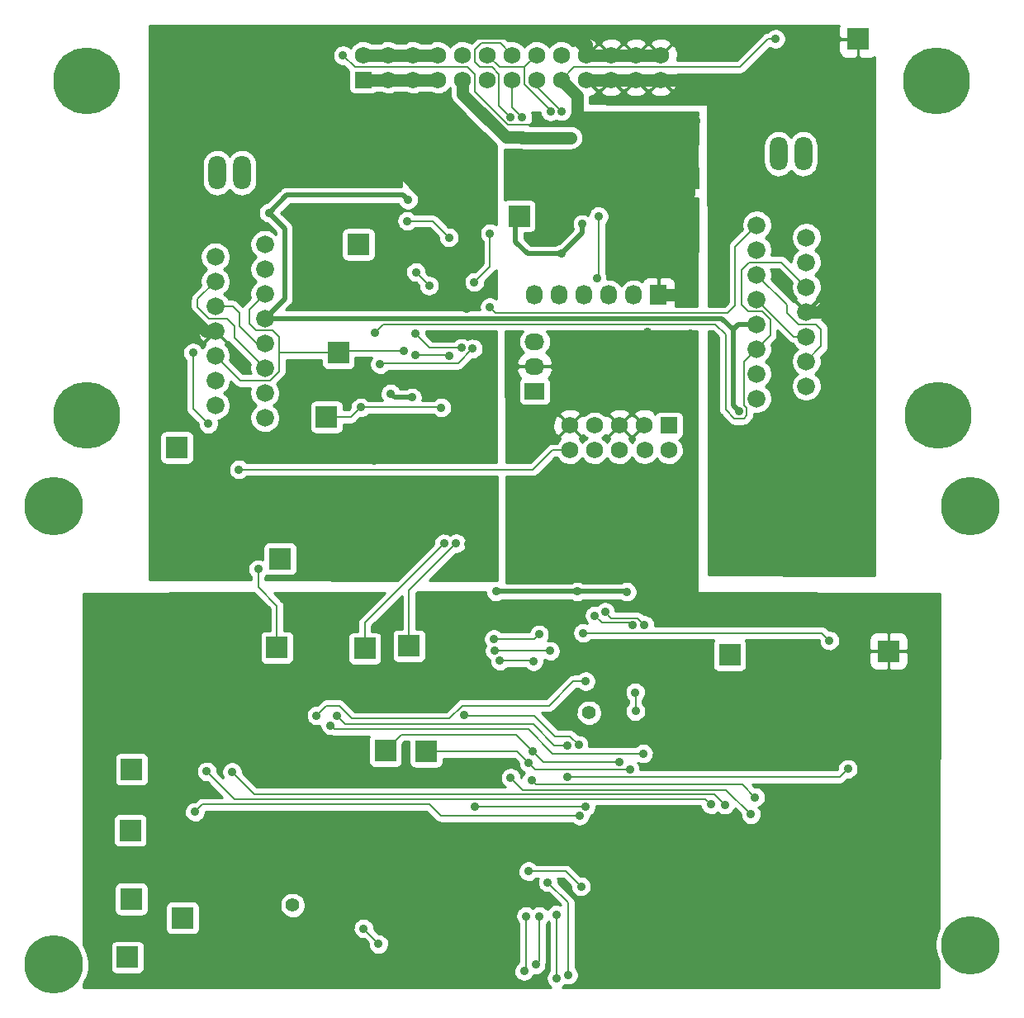
<source format=gbl>
%FSLAX34Y34*%
G04 Gerber Fmt 3.4, Leading zero omitted, Abs format*
G04 (created by PCBNEW (2014-02-21 BZR 4712)-product) date Sun 02 Mar 2014 06:29:26 PM PST*
%MOIN*%
G01*
G70*
G90*
G04 APERTURE LIST*
%ADD10C,0.005906*%
%ADD11R,0.068000X0.068000*%
%ADD12C,0.068000*%
%ADD13R,0.088000X0.088000*%
%ADD14C,0.236200*%
%ADD15C,0.270000*%
%ADD16C,0.055118*%
%ADD17R,0.087926X0.087926*%
%ADD18R,0.263780X0.263780*%
%ADD19R,0.080000X0.068000*%
%ADD20O,0.080000X0.068000*%
%ADD21R,0.068000X0.080000*%
%ADD22O,0.068000X0.080000*%
%ADD23O,0.070900X0.137800*%
%ADD24C,0.072000*%
%ADD25C,0.035000*%
%ADD26C,0.020000*%
%ADD27C,0.008000*%
%ADD28C,0.050000*%
%ADD29C,0.010000*%
G04 APERTURE END LIST*
G54D10*
G54D11*
X45700Y-36114D03*
G54D12*
X45700Y-37114D03*
X44700Y-36114D03*
X44724Y-37102D03*
X43700Y-36114D03*
X43700Y-37114D03*
X42700Y-36114D03*
X42700Y-37114D03*
X41700Y-36114D03*
X41700Y-37114D03*
G54D13*
X39655Y-27655D03*
X48151Y-45379D03*
X54564Y-45218D03*
X31883Y-35769D03*
X25840Y-37001D03*
X53340Y-20509D03*
X35210Y-45009D03*
X33423Y-45116D03*
X30005Y-41494D03*
X33167Y-28801D03*
X32360Y-33175D03*
X29875Y-45076D03*
X35899Y-49269D03*
X34257Y-49246D03*
X26068Y-55990D03*
X24001Y-55230D03*
X23848Y-57580D03*
X24009Y-49990D03*
X23958Y-52458D03*
G54D14*
X57874Y-57086D03*
X57874Y-39370D03*
X20866Y-39370D03*
X20866Y-57874D03*
G54D15*
X56555Y-35688D03*
X56515Y-22185D03*
X22185Y-35688D03*
X22185Y-22185D03*
G54D16*
X42476Y-47712D03*
X30511Y-55482D03*
G54D11*
X33370Y-22153D03*
G54D12*
X34370Y-22153D03*
X35370Y-22153D03*
X36370Y-22153D03*
X37370Y-22153D03*
X38370Y-22153D03*
X39370Y-22153D03*
X40370Y-22153D03*
X41370Y-22153D03*
X42370Y-22153D03*
X43370Y-22153D03*
X44370Y-22153D03*
X45370Y-22153D03*
X45370Y-21153D03*
X44370Y-21153D03*
X43370Y-21153D03*
X42370Y-21153D03*
X41370Y-21153D03*
X40370Y-21153D03*
X39370Y-21153D03*
X38370Y-21153D03*
X37370Y-21153D03*
X36370Y-21153D03*
X35370Y-21153D03*
X34370Y-21153D03*
X33370Y-21153D03*
G54D17*
X45606Y-25255D03*
X46485Y-24376D03*
X46485Y-26135D03*
X44726Y-24376D03*
X44726Y-26135D03*
G54D18*
X45606Y-25255D03*
G54D17*
X36564Y-25230D03*
X37444Y-24351D03*
X37444Y-26109D03*
X35685Y-24351D03*
X35685Y-26109D03*
G54D18*
X36564Y-25230D03*
G54D19*
X40281Y-34726D03*
G54D20*
X40281Y-33726D03*
X40281Y-32726D03*
G54D21*
X45281Y-30840D03*
G54D22*
X44281Y-30840D03*
X43281Y-30840D03*
X42281Y-30840D03*
X41281Y-30840D03*
X40281Y-30840D03*
G54D23*
X27468Y-25913D03*
X28468Y-25913D03*
X51122Y-25145D03*
X50122Y-25145D03*
G54D24*
X27389Y-32299D03*
X29389Y-31799D03*
X27389Y-31299D03*
X29389Y-30799D03*
X27389Y-30299D03*
X29389Y-29799D03*
X27389Y-29299D03*
X29389Y-28799D03*
X29389Y-35799D03*
X27389Y-35299D03*
X29389Y-34799D03*
X27389Y-34299D03*
X29389Y-33799D03*
X27389Y-33299D03*
X29389Y-32799D03*
X51244Y-31523D03*
X49244Y-32023D03*
X51244Y-32523D03*
X49244Y-33023D03*
X51244Y-33523D03*
X49244Y-34023D03*
X51244Y-34523D03*
X49244Y-35023D03*
X49244Y-28023D03*
X51244Y-28523D03*
X49244Y-29023D03*
X51244Y-29523D03*
X49244Y-30023D03*
X51244Y-30523D03*
X49244Y-31023D03*
G54D25*
X41356Y-29183D03*
X42210Y-27978D03*
X40320Y-57883D03*
X40470Y-55919D03*
X39860Y-58131D03*
X39931Y-55919D03*
X41639Y-58289D03*
X40816Y-54553D03*
X39781Y-24478D03*
X41738Y-24494D03*
X43706Y-49698D03*
X40210Y-49261D03*
X40049Y-49738D03*
X44120Y-50001D03*
X33840Y-32356D03*
X38470Y-31340D03*
X34458Y-34820D03*
X35328Y-34982D03*
X48541Y-35549D03*
X35179Y-27001D03*
X29551Y-27523D03*
X37423Y-47797D03*
X42053Y-49009D03*
X48651Y-36974D03*
X35309Y-40793D03*
X34143Y-40789D03*
X27064Y-40954D03*
X28061Y-40950D03*
X37612Y-40891D03*
X32828Y-40809D03*
X51348Y-40801D03*
X50352Y-40789D03*
X37324Y-35726D03*
X34131Y-30616D03*
X38131Y-27159D03*
X33812Y-37549D03*
X32151Y-37064D03*
X37525Y-32431D03*
X37521Y-31407D03*
X37868Y-51513D03*
X42328Y-51509D03*
X32041Y-48218D03*
X44659Y-49356D03*
X27049Y-50080D03*
X47391Y-51407D03*
X28068Y-50108D03*
X47958Y-51419D03*
X27112Y-36045D03*
X26486Y-33175D03*
X34990Y-33088D03*
X29120Y-41915D03*
X41596Y-49021D03*
X32309Y-47840D03*
X49009Y-51816D03*
X39312Y-50336D03*
X39289Y-23651D03*
X40151Y-50446D03*
X49183Y-51120D03*
X39781Y-23683D03*
X44226Y-44183D03*
X42698Y-43785D03*
X44714Y-44175D03*
X43120Y-43631D03*
X38663Y-45206D03*
X40899Y-45210D03*
X40458Y-44549D03*
X38631Y-44738D03*
X41171Y-58427D03*
X41159Y-55860D03*
X28348Y-37891D03*
X52183Y-44793D03*
X42238Y-44490D03*
X33375Y-56419D03*
X33978Y-57049D03*
X44001Y-42824D03*
X41998Y-42812D03*
X38718Y-42812D03*
X37612Y-44198D03*
X50005Y-20505D03*
X43832Y-47907D03*
X45289Y-48368D03*
X27663Y-54631D03*
X46568Y-30316D03*
X46561Y-30836D03*
X46568Y-32387D03*
X46572Y-32954D03*
X32549Y-21163D03*
X39801Y-26257D03*
X45750Y-48958D03*
X44848Y-32320D03*
X49568Y-52309D03*
X52127Y-54852D03*
X49001Y-58163D03*
X45431Y-51730D03*
X43545Y-52261D03*
X43541Y-54025D03*
X46753Y-54423D03*
X46765Y-53635D03*
X45643Y-54954D03*
X29253Y-55096D03*
X30127Y-56742D03*
X43328Y-46765D03*
X32812Y-44210D03*
X41458Y-28423D03*
X43352Y-25253D03*
X43635Y-29214D03*
X40025Y-54108D03*
X38879Y-45612D03*
X40242Y-45631D03*
X42151Y-54718D03*
X41364Y-23419D03*
X40927Y-23431D03*
X52919Y-49978D03*
X41588Y-50301D03*
X35137Y-27854D03*
X36820Y-28521D03*
X26561Y-51710D03*
X42096Y-51864D03*
X36513Y-35387D03*
X33257Y-35383D03*
X37114Y-40872D03*
X35470Y-33269D03*
X36828Y-33301D03*
X36620Y-40875D03*
X37320Y-32978D03*
X35478Y-32411D03*
X31482Y-47820D03*
X42340Y-46438D03*
X37781Y-33009D03*
X34029Y-33639D03*
X35486Y-29919D03*
X36021Y-30466D03*
X37848Y-30320D03*
X38478Y-28356D03*
X44344Y-46887D03*
X44352Y-47647D03*
X42785Y-30175D03*
X42868Y-27659D03*
G54D26*
X41356Y-29183D02*
X39986Y-29183D01*
X39513Y-28710D02*
X39513Y-27809D01*
X39986Y-29183D02*
X39513Y-28710D01*
X42210Y-28328D02*
X42210Y-27978D01*
X41356Y-29183D02*
X42210Y-28328D01*
G54D27*
X40470Y-57734D02*
X40320Y-57883D01*
X40470Y-55919D02*
X40470Y-57734D01*
X39931Y-58061D02*
X39931Y-55919D01*
X39860Y-58131D02*
X39931Y-58061D01*
X41639Y-55375D02*
X40816Y-54553D01*
X41639Y-58289D02*
X41639Y-55375D01*
G54D28*
X39781Y-24478D02*
X39124Y-24478D01*
X37370Y-22724D02*
X37370Y-22153D01*
X39124Y-24478D02*
X37370Y-22724D01*
X39781Y-24478D02*
X39781Y-24488D01*
X39781Y-24488D02*
X41732Y-24488D01*
X41732Y-24488D02*
X41738Y-24494D01*
G54D27*
X40210Y-49261D02*
X39541Y-48592D01*
X34911Y-48592D02*
X34257Y-49246D01*
X39541Y-48592D02*
X34911Y-48592D01*
X40647Y-49698D02*
X40210Y-49261D01*
X43706Y-49698D02*
X40647Y-49698D01*
X40049Y-49738D02*
X39580Y-49269D01*
X39580Y-49269D02*
X35899Y-49269D01*
X40312Y-50001D02*
X40049Y-49738D01*
X44120Y-50001D02*
X40312Y-50001D01*
X51244Y-33523D02*
X51850Y-32917D01*
X50460Y-31240D02*
X49244Y-30023D01*
X50460Y-31551D02*
X50460Y-31240D01*
X50929Y-32019D02*
X50460Y-31551D01*
X51649Y-32019D02*
X50929Y-32019D01*
X51850Y-32220D02*
X51649Y-32019D01*
X51850Y-32917D02*
X51850Y-32220D01*
X51244Y-32523D02*
X50744Y-32523D01*
X50744Y-32523D02*
X49244Y-31023D01*
X34177Y-32019D02*
X47582Y-32019D01*
X33840Y-32356D02*
X34177Y-32019D01*
X48730Y-35297D02*
X48840Y-35407D01*
X48730Y-33537D02*
X48730Y-35297D01*
X49244Y-33023D02*
X48730Y-33537D01*
X47990Y-32427D02*
X47582Y-32019D01*
X47990Y-35474D02*
X47990Y-32427D01*
X48348Y-35832D02*
X47990Y-35474D01*
X48718Y-35832D02*
X48348Y-35832D01*
X48840Y-35710D02*
X48718Y-35832D01*
X48840Y-35407D02*
X48840Y-35710D01*
X51244Y-30523D02*
X50240Y-29519D01*
X49791Y-32476D02*
X49244Y-33023D01*
X49791Y-31830D02*
X49791Y-32476D01*
X49472Y-31511D02*
X49791Y-31830D01*
X48901Y-31511D02*
X49472Y-31511D01*
X48629Y-31240D02*
X48901Y-31511D01*
X48629Y-29822D02*
X48629Y-31240D01*
X48933Y-29519D02*
X48629Y-29822D01*
X50240Y-29519D02*
X48933Y-29519D01*
X49244Y-28023D02*
X48379Y-28887D01*
X38709Y-31579D02*
X38470Y-31340D01*
X48058Y-31579D02*
X38709Y-31579D01*
X48379Y-31257D02*
X48058Y-31579D01*
X48379Y-28887D02*
X48379Y-31257D01*
G54D26*
X34620Y-34982D02*
X35328Y-34982D01*
X34620Y-34982D02*
X34458Y-34820D01*
X49244Y-32023D02*
X48515Y-32023D01*
X48515Y-32023D02*
X48289Y-32250D01*
X48541Y-35549D02*
X48289Y-35297D01*
X48289Y-32250D02*
X47838Y-31799D01*
X48289Y-35297D02*
X48289Y-32250D01*
X34978Y-26801D02*
X35179Y-27001D01*
X29551Y-27523D02*
X30273Y-26801D01*
X30273Y-26801D02*
X34978Y-26801D01*
X29389Y-31799D02*
X47838Y-31799D01*
X29389Y-31799D02*
X30190Y-30998D01*
X30190Y-28163D02*
X29551Y-27523D01*
X30190Y-30998D02*
X30190Y-28163D01*
G54D27*
X40271Y-47830D02*
X37456Y-47830D01*
X37456Y-47830D02*
X37423Y-47797D01*
X41702Y-48659D02*
X41100Y-48659D01*
X42053Y-49009D02*
X41702Y-48659D01*
X41096Y-48655D02*
X40271Y-47830D01*
X41100Y-48659D02*
X41096Y-48655D01*
G54D28*
X36564Y-25230D02*
X38025Y-25230D01*
X38080Y-25297D02*
X38017Y-25234D01*
X38080Y-26576D02*
X38080Y-25297D01*
X37970Y-26687D02*
X38080Y-26576D01*
X35742Y-26687D02*
X37970Y-26687D01*
X35120Y-26064D02*
X35742Y-26687D01*
X35120Y-23868D02*
X35120Y-26064D01*
X35222Y-23765D02*
X35120Y-23868D01*
X37415Y-23765D02*
X35222Y-23765D01*
X38076Y-24427D02*
X37415Y-23765D01*
X38076Y-25179D02*
X38076Y-24427D01*
X38025Y-25230D02*
X38076Y-25179D01*
X48651Y-36974D02*
X48651Y-36986D01*
G54D26*
X51344Y-40805D02*
X51340Y-40805D01*
X51348Y-40801D02*
X51344Y-40805D01*
X50352Y-40789D02*
X50348Y-40793D01*
G54D28*
X42370Y-21153D02*
X42370Y-20744D01*
X26996Y-32299D02*
X26110Y-31413D01*
X27389Y-32299D02*
X26996Y-32299D01*
X26110Y-22421D02*
X26110Y-31413D01*
X28250Y-20281D02*
X26110Y-22421D01*
X41907Y-20281D02*
X28250Y-20281D01*
X42370Y-20744D02*
X41907Y-20281D01*
X42370Y-22153D02*
X43370Y-22153D01*
X43370Y-22153D02*
X44370Y-22153D01*
X44370Y-22153D02*
X45370Y-22153D01*
X42370Y-21153D02*
X43370Y-21153D01*
X43370Y-21153D02*
X44370Y-21153D01*
X44370Y-21153D02*
X45370Y-21153D01*
X45370Y-22153D02*
X50023Y-22153D01*
X51767Y-31523D02*
X51244Y-31523D01*
X52537Y-30753D02*
X51767Y-31523D01*
X52537Y-24667D02*
X52537Y-30753D01*
X50023Y-22153D02*
X52537Y-24667D01*
G54D27*
X42328Y-51509D02*
X37872Y-51509D01*
X37872Y-51509D02*
X37868Y-51513D01*
G54D28*
X36370Y-22153D02*
X35370Y-22153D01*
X35370Y-22153D02*
X34370Y-22153D01*
X34370Y-22153D02*
X33370Y-22153D01*
X35370Y-21153D02*
X36370Y-21153D01*
X34370Y-21153D02*
X35370Y-21153D01*
X33370Y-21153D02*
X34370Y-21153D01*
G54D27*
X40009Y-48383D02*
X32206Y-48383D01*
X32206Y-48383D02*
X32041Y-48218D01*
X40025Y-48383D02*
X40009Y-48383D01*
X40998Y-49356D02*
X40025Y-48383D01*
X44659Y-49356D02*
X40998Y-49356D01*
X28163Y-51194D02*
X27049Y-50080D01*
X47179Y-51194D02*
X28163Y-51194D01*
X47391Y-51407D02*
X47179Y-51194D01*
X28954Y-50994D02*
X28068Y-50108D01*
X47533Y-50994D02*
X28954Y-50994D01*
X47958Y-51419D02*
X47533Y-50994D01*
X29389Y-33799D02*
X28171Y-32580D01*
X28171Y-32580D02*
X28171Y-32100D01*
X28171Y-32100D02*
X27872Y-31801D01*
X27872Y-31801D02*
X27143Y-31801D01*
X27143Y-31801D02*
X26671Y-31328D01*
X26671Y-31328D02*
X26671Y-31017D01*
X26671Y-31017D02*
X27389Y-30299D01*
X27112Y-36045D02*
X26486Y-35419D01*
X26486Y-35419D02*
X26486Y-33175D01*
X26486Y-33175D02*
X26486Y-35419D01*
X29389Y-32799D02*
X29062Y-32799D01*
X28090Y-31299D02*
X27389Y-31299D01*
X28364Y-31572D02*
X28090Y-31299D01*
X28364Y-32100D02*
X28364Y-31572D01*
X29062Y-32799D02*
X28364Y-32100D01*
X32360Y-33175D02*
X29970Y-33175D01*
X34990Y-33088D02*
X32446Y-33088D01*
X32446Y-33088D02*
X32360Y-33175D01*
X27389Y-33299D02*
X28395Y-34305D01*
X29970Y-33931D02*
X29970Y-33175D01*
X29596Y-34305D02*
X29970Y-33931D01*
X28395Y-34305D02*
X29596Y-34305D01*
X28753Y-31435D02*
X29389Y-30799D01*
X28753Y-31994D02*
X28753Y-31435D01*
X29041Y-32281D02*
X28753Y-31994D01*
X29714Y-32281D02*
X29041Y-32281D01*
X29970Y-32537D02*
X29960Y-32527D01*
X29960Y-32527D02*
X29714Y-32281D01*
X29970Y-33175D02*
X29970Y-32537D01*
X29875Y-43391D02*
X29875Y-45076D01*
X29120Y-42635D02*
X29875Y-43391D01*
X29120Y-41915D02*
X29120Y-42635D01*
X40230Y-48179D02*
X32647Y-48179D01*
X32647Y-48179D02*
X32309Y-47840D01*
X41072Y-49021D02*
X40230Y-48179D01*
X41596Y-49021D02*
X41072Y-49021D01*
X48013Y-50820D02*
X39797Y-50820D01*
X49009Y-51816D02*
X48013Y-50820D01*
X39797Y-50820D02*
X39312Y-50336D01*
X38887Y-20671D02*
X38139Y-20671D01*
X38139Y-20671D02*
X37860Y-20950D01*
X37860Y-20950D02*
X37860Y-21442D01*
X37860Y-21442D02*
X38057Y-21639D01*
X38057Y-21639D02*
X38557Y-21639D01*
X38557Y-21639D02*
X38848Y-21931D01*
X38848Y-21931D02*
X38848Y-23210D01*
X38848Y-23210D02*
X39289Y-23651D01*
X39370Y-21153D02*
X38887Y-20671D01*
X49183Y-51120D02*
X48680Y-50617D01*
X40322Y-50617D02*
X40151Y-50446D01*
X48680Y-50617D02*
X40322Y-50617D01*
X39781Y-23683D02*
X39370Y-23271D01*
X39370Y-23271D02*
X39370Y-22153D01*
X43009Y-44084D02*
X44127Y-44084D01*
X44127Y-44084D02*
X44226Y-44183D01*
X43009Y-44084D02*
X42998Y-44084D01*
X42998Y-44084D02*
X42698Y-43785D01*
X43120Y-43631D02*
X43383Y-43895D01*
X43383Y-43895D02*
X44435Y-43895D01*
X44435Y-43895D02*
X44714Y-44175D01*
X38663Y-45206D02*
X38663Y-45210D01*
X40899Y-45210D02*
X38663Y-45210D01*
X40269Y-44738D02*
X40458Y-44549D01*
X38631Y-44738D02*
X40269Y-44738D01*
X41171Y-55872D02*
X41159Y-55860D01*
X41171Y-58427D02*
X41171Y-55872D01*
X28348Y-37891D02*
X40214Y-37891D01*
X42238Y-44490D02*
X51879Y-44490D01*
X51879Y-44490D02*
X52183Y-44793D01*
X40214Y-37891D02*
X40992Y-37114D01*
X40992Y-37114D02*
X41700Y-37114D01*
X33978Y-57021D02*
X33978Y-57049D01*
X33375Y-56419D02*
X33978Y-57021D01*
G54D26*
X41998Y-42812D02*
X43990Y-42812D01*
X43990Y-42812D02*
X44001Y-42824D01*
X38718Y-42812D02*
X41998Y-42812D01*
G54D28*
X46485Y-26135D02*
X46485Y-26727D01*
X46485Y-23990D02*
X46485Y-24376D01*
X46687Y-23789D02*
X46485Y-23990D01*
X44312Y-23789D02*
X46687Y-23789D01*
X44139Y-23962D02*
X44312Y-23789D01*
X44139Y-26627D02*
X44139Y-23962D01*
X44230Y-26718D02*
X44139Y-26627D01*
X46476Y-26718D02*
X44230Y-26718D01*
X46485Y-26727D02*
X46476Y-26718D01*
G54D27*
X41875Y-21647D02*
X48553Y-21647D01*
X41875Y-21647D02*
X41370Y-22153D01*
X49694Y-20505D02*
X48553Y-21647D01*
X50005Y-20505D02*
X49694Y-20505D01*
G54D28*
X45281Y-30840D02*
X46557Y-30840D01*
X46557Y-30840D02*
X46561Y-30836D01*
X46568Y-32950D02*
X46572Y-32954D01*
X42013Y-22797D02*
X42013Y-23730D01*
G54D27*
X33029Y-21643D02*
X32549Y-21163D01*
X37572Y-21643D02*
X33029Y-21643D01*
X37875Y-21946D02*
X37572Y-21643D01*
G54D28*
X42013Y-22797D02*
X41370Y-22153D01*
G54D27*
X41781Y-23962D02*
X39206Y-23962D01*
X39206Y-23962D02*
X37875Y-22631D01*
X37875Y-22631D02*
X37875Y-21946D01*
X42013Y-23730D02*
X41781Y-23962D01*
X49568Y-52309D02*
X49553Y-52309D01*
X45431Y-51730D02*
X45431Y-51738D01*
X29253Y-55096D02*
X29257Y-55096D01*
X42151Y-54718D02*
X41541Y-54108D01*
X41541Y-54108D02*
X40025Y-54108D01*
X38879Y-45612D02*
X40222Y-45612D01*
X40222Y-45612D02*
X40242Y-45631D01*
X41364Y-23419D02*
X40370Y-22425D01*
X40370Y-22425D02*
X40370Y-22153D01*
X39875Y-21647D02*
X39875Y-22336D01*
X40927Y-23387D02*
X40927Y-23431D01*
X39875Y-22336D02*
X40927Y-23387D01*
X40370Y-21153D02*
X39875Y-21647D01*
X38370Y-21153D02*
X38864Y-21647D01*
X38864Y-21647D02*
X39875Y-21647D01*
X52919Y-49978D02*
X52596Y-50301D01*
X52596Y-50301D02*
X41588Y-50301D01*
X36153Y-27854D02*
X36820Y-28521D01*
X35137Y-27854D02*
X36153Y-27854D01*
X26856Y-51415D02*
X36009Y-51415D01*
X26561Y-51710D02*
X26856Y-51415D01*
X36037Y-51415D02*
X36009Y-51415D01*
X42096Y-51864D02*
X36486Y-51864D01*
X36486Y-51864D02*
X36037Y-51415D01*
X31883Y-35769D02*
X32872Y-35769D01*
X32872Y-35769D02*
X33257Y-35383D01*
X36509Y-35383D02*
X36513Y-35387D01*
X33257Y-35383D02*
X36509Y-35383D01*
X35210Y-45009D02*
X35210Y-42775D01*
X35210Y-42775D02*
X37114Y-40872D01*
X36797Y-33269D02*
X35470Y-33269D01*
X36828Y-33301D02*
X36797Y-33269D01*
X33423Y-44072D02*
X33423Y-45116D01*
X36620Y-40875D02*
X33423Y-44072D01*
X36045Y-32978D02*
X37320Y-32978D01*
X35478Y-32411D02*
X36045Y-32978D01*
X31872Y-47431D02*
X32391Y-47431D01*
X31482Y-47820D02*
X31872Y-47431D01*
X32395Y-47431D02*
X32391Y-47431D01*
X40856Y-47419D02*
X37356Y-47419D01*
X42340Y-46438D02*
X41836Y-46438D01*
X41836Y-46438D02*
X40856Y-47419D01*
X37356Y-47419D02*
X36824Y-47950D01*
X36824Y-47950D02*
X32915Y-47950D01*
X32915Y-47950D02*
X32395Y-47431D01*
X34029Y-33639D02*
X34068Y-33600D01*
X37190Y-33600D02*
X37781Y-33009D01*
X34068Y-33600D02*
X37190Y-33600D01*
X35486Y-29931D02*
X35486Y-29919D01*
X36021Y-30466D02*
X35486Y-29931D01*
X38478Y-29690D02*
X38478Y-28356D01*
X37848Y-30320D02*
X38478Y-29690D01*
X44352Y-46895D02*
X44344Y-46887D01*
X44352Y-47647D02*
X44352Y-46895D01*
X42868Y-30092D02*
X42785Y-30175D01*
X42868Y-27659D02*
X42868Y-30092D01*
G54D10*
G36*
X46855Y-23475D02*
X46855Y-23587D01*
X45703Y-23587D01*
X45616Y-23674D01*
X45616Y-24553D01*
X45616Y-25245D01*
X45624Y-25245D01*
X45624Y-25265D01*
X45616Y-25265D01*
X45616Y-25958D01*
X45616Y-26837D01*
X45703Y-26924D01*
X46853Y-26924D01*
X46849Y-31289D01*
X45968Y-31289D01*
X45971Y-31275D01*
X45971Y-31206D01*
X45971Y-30938D01*
X45971Y-30743D01*
X45971Y-30475D01*
X45971Y-30406D01*
X45958Y-30338D01*
X45931Y-30274D01*
X45893Y-30217D01*
X45844Y-30168D01*
X45787Y-30130D01*
X45723Y-30104D01*
X45655Y-30090D01*
X45596Y-30090D01*
X45596Y-26837D01*
X45596Y-25958D01*
X45596Y-25265D01*
X45596Y-25245D01*
X45596Y-24553D01*
X45596Y-23674D01*
X45508Y-23587D01*
X44321Y-23587D01*
X44252Y-23587D01*
X44185Y-23600D01*
X44121Y-23626D01*
X44064Y-23665D01*
X44015Y-23713D01*
X43977Y-23771D01*
X43950Y-23834D01*
X43937Y-23902D01*
X43937Y-25158D01*
X44024Y-25245D01*
X44904Y-25245D01*
X45596Y-25245D01*
X45596Y-25265D01*
X44904Y-25265D01*
X44024Y-25265D01*
X43937Y-25353D01*
X43937Y-26609D01*
X43950Y-26676D01*
X43977Y-26740D01*
X44015Y-26797D01*
X44064Y-26846D01*
X44121Y-26884D01*
X44185Y-26911D01*
X44252Y-26924D01*
X44321Y-26924D01*
X45508Y-26924D01*
X45596Y-26837D01*
X45596Y-30090D01*
X45378Y-30090D01*
X45291Y-30178D01*
X45291Y-30830D01*
X45883Y-30830D01*
X45971Y-30743D01*
X45971Y-30938D01*
X45883Y-30850D01*
X45291Y-30850D01*
X45291Y-30858D01*
X45271Y-30858D01*
X45271Y-30850D01*
X45263Y-30850D01*
X45263Y-30830D01*
X45271Y-30830D01*
X45271Y-30178D01*
X45183Y-30090D01*
X44907Y-30090D01*
X44839Y-30104D01*
X44775Y-30130D01*
X44718Y-30168D01*
X44669Y-30217D01*
X44631Y-30274D01*
X44622Y-30297D01*
X44611Y-30288D01*
X44510Y-30233D01*
X44400Y-30199D01*
X44285Y-30187D01*
X44170Y-30197D01*
X44060Y-30230D01*
X43958Y-30283D01*
X43868Y-30355D01*
X43794Y-30444D01*
X43781Y-30467D01*
X43772Y-30450D01*
X43700Y-30361D01*
X43611Y-30288D01*
X43510Y-30233D01*
X43400Y-30199D01*
X43285Y-30187D01*
X43209Y-30194D01*
X43210Y-30133D01*
X43194Y-30051D01*
X43162Y-29974D01*
X43158Y-29968D01*
X43158Y-27970D01*
X43191Y-27938D01*
X43239Y-27870D01*
X43273Y-27794D01*
X43291Y-27712D01*
X43293Y-27617D01*
X43276Y-27536D01*
X43245Y-27458D01*
X43199Y-27389D01*
X43140Y-27330D01*
X43071Y-27283D01*
X42994Y-27251D01*
X42912Y-27234D01*
X42829Y-27234D01*
X42747Y-27249D01*
X42670Y-27280D01*
X42600Y-27326D01*
X42540Y-27384D01*
X42493Y-27453D01*
X42461Y-27530D01*
X42443Y-27611D01*
X42443Y-27622D01*
X42413Y-27602D01*
X42336Y-27570D01*
X42255Y-27553D01*
X42171Y-27553D01*
X42090Y-27568D01*
X42012Y-27599D01*
X41943Y-27645D01*
X41883Y-27703D01*
X41836Y-27772D01*
X41803Y-27849D01*
X41786Y-27930D01*
X41785Y-28014D01*
X41800Y-28096D01*
X41830Y-28173D01*
X41846Y-28197D01*
X41279Y-28765D01*
X41235Y-28773D01*
X41158Y-28804D01*
X41114Y-28833D01*
X40131Y-28833D01*
X39863Y-28565D01*
X39863Y-28345D01*
X40120Y-28345D01*
X40168Y-28335D01*
X40213Y-28317D01*
X40254Y-28289D01*
X40289Y-28254D01*
X40317Y-28213D01*
X40335Y-28168D01*
X40345Y-28120D01*
X40345Y-28070D01*
X40345Y-27190D01*
X40335Y-27142D01*
X40317Y-27097D01*
X40289Y-27056D01*
X40254Y-27021D01*
X40213Y-26993D01*
X40168Y-26975D01*
X40120Y-26965D01*
X40070Y-26965D01*
X39190Y-26965D01*
X39142Y-26975D01*
X39097Y-26993D01*
X39082Y-27003D01*
X39082Y-24974D01*
X39117Y-24978D01*
X39122Y-24978D01*
X39122Y-24978D01*
X39122Y-24978D01*
X39124Y-24978D01*
X39684Y-24978D01*
X39727Y-24982D01*
X39774Y-24988D01*
X39777Y-24988D01*
X39778Y-24988D01*
X39778Y-24988D01*
X39781Y-24988D01*
X41678Y-24988D01*
X41736Y-24994D01*
X41833Y-24984D01*
X41927Y-24957D01*
X42013Y-24911D01*
X42089Y-24850D01*
X42151Y-24775D01*
X42198Y-24689D01*
X42227Y-24596D01*
X42238Y-24499D01*
X42229Y-24402D01*
X42202Y-24308D01*
X42157Y-24221D01*
X42096Y-24145D01*
X42091Y-24140D01*
X42085Y-24134D01*
X42050Y-24105D01*
X42014Y-24075D01*
X42012Y-24074D01*
X42010Y-24072D01*
X41969Y-24050D01*
X41929Y-24028D01*
X41926Y-24027D01*
X41924Y-24026D01*
X41880Y-24013D01*
X41836Y-23999D01*
X41833Y-23998D01*
X41831Y-23998D01*
X41785Y-23993D01*
X41739Y-23988D01*
X41734Y-23988D01*
X41734Y-23988D01*
X41733Y-23988D01*
X41732Y-23988D01*
X40077Y-23988D01*
X40104Y-23962D01*
X40152Y-23894D01*
X40186Y-23817D01*
X40205Y-23736D01*
X40206Y-23641D01*
X40190Y-23559D01*
X40158Y-23482D01*
X40153Y-23475D01*
X40503Y-23475D01*
X40516Y-23548D01*
X40547Y-23626D01*
X40592Y-23696D01*
X40650Y-23756D01*
X40718Y-23803D01*
X40795Y-23837D01*
X40876Y-23855D01*
X40959Y-23856D01*
X41042Y-23842D01*
X41119Y-23812D01*
X41153Y-23790D01*
X41155Y-23792D01*
X41232Y-23825D01*
X41313Y-23843D01*
X41396Y-23845D01*
X41479Y-23830D01*
X41556Y-23800D01*
X41627Y-23755D01*
X41687Y-23698D01*
X41735Y-23630D01*
X41769Y-23554D01*
X41787Y-23475D01*
X46855Y-23475D01*
X46855Y-23475D01*
G37*
G54D29*
X46855Y-23475D02*
X46855Y-23587D01*
X45703Y-23587D01*
X45616Y-23674D01*
X45616Y-24553D01*
X45616Y-25245D01*
X45624Y-25245D01*
X45624Y-25265D01*
X45616Y-25265D01*
X45616Y-25958D01*
X45616Y-26837D01*
X45703Y-26924D01*
X46853Y-26924D01*
X46849Y-31289D01*
X45968Y-31289D01*
X45971Y-31275D01*
X45971Y-31206D01*
X45971Y-30938D01*
X45971Y-30743D01*
X45971Y-30475D01*
X45971Y-30406D01*
X45958Y-30338D01*
X45931Y-30274D01*
X45893Y-30217D01*
X45844Y-30168D01*
X45787Y-30130D01*
X45723Y-30104D01*
X45655Y-30090D01*
X45596Y-30090D01*
X45596Y-26837D01*
X45596Y-25958D01*
X45596Y-25265D01*
X45596Y-25245D01*
X45596Y-24553D01*
X45596Y-23674D01*
X45508Y-23587D01*
X44321Y-23587D01*
X44252Y-23587D01*
X44185Y-23600D01*
X44121Y-23626D01*
X44064Y-23665D01*
X44015Y-23713D01*
X43977Y-23771D01*
X43950Y-23834D01*
X43937Y-23902D01*
X43937Y-25158D01*
X44024Y-25245D01*
X44904Y-25245D01*
X45596Y-25245D01*
X45596Y-25265D01*
X44904Y-25265D01*
X44024Y-25265D01*
X43937Y-25353D01*
X43937Y-26609D01*
X43950Y-26676D01*
X43977Y-26740D01*
X44015Y-26797D01*
X44064Y-26846D01*
X44121Y-26884D01*
X44185Y-26911D01*
X44252Y-26924D01*
X44321Y-26924D01*
X45508Y-26924D01*
X45596Y-26837D01*
X45596Y-30090D01*
X45378Y-30090D01*
X45291Y-30178D01*
X45291Y-30830D01*
X45883Y-30830D01*
X45971Y-30743D01*
X45971Y-30938D01*
X45883Y-30850D01*
X45291Y-30850D01*
X45291Y-30858D01*
X45271Y-30858D01*
X45271Y-30850D01*
X45263Y-30850D01*
X45263Y-30830D01*
X45271Y-30830D01*
X45271Y-30178D01*
X45183Y-30090D01*
X44907Y-30090D01*
X44839Y-30104D01*
X44775Y-30130D01*
X44718Y-30168D01*
X44669Y-30217D01*
X44631Y-30274D01*
X44622Y-30297D01*
X44611Y-30288D01*
X44510Y-30233D01*
X44400Y-30199D01*
X44285Y-30187D01*
X44170Y-30197D01*
X44060Y-30230D01*
X43958Y-30283D01*
X43868Y-30355D01*
X43794Y-30444D01*
X43781Y-30467D01*
X43772Y-30450D01*
X43700Y-30361D01*
X43611Y-30288D01*
X43510Y-30233D01*
X43400Y-30199D01*
X43285Y-30187D01*
X43209Y-30194D01*
X43210Y-30133D01*
X43194Y-30051D01*
X43162Y-29974D01*
X43158Y-29968D01*
X43158Y-27970D01*
X43191Y-27938D01*
X43239Y-27870D01*
X43273Y-27794D01*
X43291Y-27712D01*
X43293Y-27617D01*
X43276Y-27536D01*
X43245Y-27458D01*
X43199Y-27389D01*
X43140Y-27330D01*
X43071Y-27283D01*
X42994Y-27251D01*
X42912Y-27234D01*
X42829Y-27234D01*
X42747Y-27249D01*
X42670Y-27280D01*
X42600Y-27326D01*
X42540Y-27384D01*
X42493Y-27453D01*
X42461Y-27530D01*
X42443Y-27611D01*
X42443Y-27622D01*
X42413Y-27602D01*
X42336Y-27570D01*
X42255Y-27553D01*
X42171Y-27553D01*
X42090Y-27568D01*
X42012Y-27599D01*
X41943Y-27645D01*
X41883Y-27703D01*
X41836Y-27772D01*
X41803Y-27849D01*
X41786Y-27930D01*
X41785Y-28014D01*
X41800Y-28096D01*
X41830Y-28173D01*
X41846Y-28197D01*
X41279Y-28765D01*
X41235Y-28773D01*
X41158Y-28804D01*
X41114Y-28833D01*
X40131Y-28833D01*
X39863Y-28565D01*
X39863Y-28345D01*
X40120Y-28345D01*
X40168Y-28335D01*
X40213Y-28317D01*
X40254Y-28289D01*
X40289Y-28254D01*
X40317Y-28213D01*
X40335Y-28168D01*
X40345Y-28120D01*
X40345Y-28070D01*
X40345Y-27190D01*
X40335Y-27142D01*
X40317Y-27097D01*
X40289Y-27056D01*
X40254Y-27021D01*
X40213Y-26993D01*
X40168Y-26975D01*
X40120Y-26965D01*
X40070Y-26965D01*
X39190Y-26965D01*
X39142Y-26975D01*
X39097Y-26993D01*
X39082Y-27003D01*
X39082Y-24974D01*
X39117Y-24978D01*
X39122Y-24978D01*
X39122Y-24978D01*
X39122Y-24978D01*
X39124Y-24978D01*
X39684Y-24978D01*
X39727Y-24982D01*
X39774Y-24988D01*
X39777Y-24988D01*
X39778Y-24988D01*
X39778Y-24988D01*
X39781Y-24988D01*
X41678Y-24988D01*
X41736Y-24994D01*
X41833Y-24984D01*
X41927Y-24957D01*
X42013Y-24911D01*
X42089Y-24850D01*
X42151Y-24775D01*
X42198Y-24689D01*
X42227Y-24596D01*
X42238Y-24499D01*
X42229Y-24402D01*
X42202Y-24308D01*
X42157Y-24221D01*
X42096Y-24145D01*
X42091Y-24140D01*
X42085Y-24134D01*
X42050Y-24105D01*
X42014Y-24075D01*
X42012Y-24074D01*
X42010Y-24072D01*
X41969Y-24050D01*
X41929Y-24028D01*
X41926Y-24027D01*
X41924Y-24026D01*
X41880Y-24013D01*
X41836Y-23999D01*
X41833Y-23998D01*
X41831Y-23998D01*
X41785Y-23993D01*
X41739Y-23988D01*
X41734Y-23988D01*
X41734Y-23988D01*
X41733Y-23988D01*
X41732Y-23988D01*
X40077Y-23988D01*
X40104Y-23962D01*
X40152Y-23894D01*
X40186Y-23817D01*
X40205Y-23736D01*
X40206Y-23641D01*
X40190Y-23559D01*
X40158Y-23482D01*
X40153Y-23475D01*
X40503Y-23475D01*
X40516Y-23548D01*
X40547Y-23626D01*
X40592Y-23696D01*
X40650Y-23756D01*
X40718Y-23803D01*
X40795Y-23837D01*
X40876Y-23855D01*
X40959Y-23856D01*
X41042Y-23842D01*
X41119Y-23812D01*
X41153Y-23790D01*
X41155Y-23792D01*
X41232Y-23825D01*
X41313Y-23843D01*
X41396Y-23845D01*
X41479Y-23830D01*
X41556Y-23800D01*
X41627Y-23755D01*
X41687Y-23698D01*
X41735Y-23630D01*
X41769Y-23554D01*
X41787Y-23475D01*
X46855Y-23475D01*
G54D10*
G36*
X56632Y-42890D02*
X56604Y-56415D01*
X56503Y-56651D01*
X56445Y-56926D01*
X56441Y-57206D01*
X56491Y-57482D01*
X56595Y-57743D01*
X56602Y-57754D01*
X56599Y-58785D01*
X55354Y-58785D01*
X55354Y-45692D01*
X55354Y-45624D01*
X55354Y-45316D01*
X55354Y-45121D01*
X55354Y-44812D01*
X55354Y-44744D01*
X55341Y-44676D01*
X55315Y-44612D01*
X55276Y-44555D01*
X55228Y-44506D01*
X55170Y-44468D01*
X55107Y-44441D01*
X55039Y-44428D01*
X54662Y-44428D01*
X54574Y-44516D01*
X54574Y-45208D01*
X55267Y-45208D01*
X55354Y-45121D01*
X55354Y-45316D01*
X55267Y-45228D01*
X54574Y-45228D01*
X54574Y-45921D01*
X54662Y-46008D01*
X55039Y-46008D01*
X55107Y-45995D01*
X55170Y-45968D01*
X55228Y-45930D01*
X55276Y-45881D01*
X55315Y-45824D01*
X55341Y-45760D01*
X55354Y-45692D01*
X55354Y-58785D01*
X54554Y-58785D01*
X54554Y-45921D01*
X54554Y-45228D01*
X54554Y-45208D01*
X54554Y-44516D01*
X54467Y-44428D01*
X54090Y-44428D01*
X54022Y-44441D01*
X53959Y-44468D01*
X53901Y-44506D01*
X53853Y-44555D01*
X53814Y-44612D01*
X53788Y-44676D01*
X53774Y-44744D01*
X53774Y-44812D01*
X53774Y-45121D01*
X53862Y-45208D01*
X54554Y-45208D01*
X54554Y-45228D01*
X53862Y-45228D01*
X53774Y-45316D01*
X53774Y-45624D01*
X53774Y-45692D01*
X53788Y-45760D01*
X53814Y-45824D01*
X53853Y-45881D01*
X53901Y-45930D01*
X53959Y-45968D01*
X54022Y-45995D01*
X54090Y-46008D01*
X54467Y-46008D01*
X54554Y-45921D01*
X54554Y-58785D01*
X53344Y-58785D01*
X53344Y-49936D01*
X53328Y-49854D01*
X53296Y-49777D01*
X53250Y-49708D01*
X53191Y-49649D01*
X53122Y-49602D01*
X53045Y-49570D01*
X52963Y-49553D01*
X52880Y-49553D01*
X52798Y-49568D01*
X52721Y-49599D01*
X52651Y-49645D01*
X52608Y-49688D01*
X52608Y-44751D01*
X52591Y-44669D01*
X52560Y-44592D01*
X52514Y-44523D01*
X52455Y-44464D01*
X52386Y-44417D01*
X52309Y-44385D01*
X52227Y-44368D01*
X52168Y-44368D01*
X52084Y-44285D01*
X52064Y-44268D01*
X52043Y-44250D01*
X52042Y-44250D01*
X52041Y-44249D01*
X52017Y-44236D01*
X51994Y-44223D01*
X51992Y-44223D01*
X51991Y-44222D01*
X51965Y-44214D01*
X51940Y-44206D01*
X51938Y-44206D01*
X51937Y-44205D01*
X51910Y-44203D01*
X51883Y-44200D01*
X51880Y-44200D01*
X51880Y-44200D01*
X51880Y-44200D01*
X51879Y-44200D01*
X45138Y-44200D01*
X45139Y-44133D01*
X45123Y-44051D01*
X45091Y-43974D01*
X45045Y-43905D01*
X44986Y-43846D01*
X44917Y-43799D01*
X44840Y-43767D01*
X44759Y-43750D01*
X44699Y-43750D01*
X44640Y-43690D01*
X44619Y-43673D01*
X44598Y-43656D01*
X44597Y-43655D01*
X44596Y-43654D01*
X44572Y-43642D01*
X44549Y-43629D01*
X44547Y-43628D01*
X44546Y-43627D01*
X44520Y-43620D01*
X44495Y-43612D01*
X44493Y-43611D01*
X44492Y-43611D01*
X44465Y-43608D01*
X44439Y-43605D01*
X44436Y-43605D01*
X44436Y-43605D01*
X44435Y-43605D01*
X44435Y-43605D01*
X43544Y-43605D01*
X43545Y-43590D01*
X43528Y-43508D01*
X43497Y-43431D01*
X43451Y-43361D01*
X43392Y-43302D01*
X43323Y-43256D01*
X43246Y-43223D01*
X43164Y-43207D01*
X43081Y-43206D01*
X42999Y-43222D01*
X42922Y-43253D01*
X42852Y-43299D01*
X42792Y-43357D01*
X42784Y-43369D01*
X42743Y-43360D01*
X42660Y-43360D01*
X42578Y-43375D01*
X42500Y-43406D01*
X42431Y-43452D01*
X42371Y-43510D01*
X42324Y-43579D01*
X42291Y-43656D01*
X42274Y-43737D01*
X42273Y-43821D01*
X42288Y-43903D01*
X42318Y-43980D01*
X42364Y-44050D01*
X42415Y-44103D01*
X42364Y-44082D01*
X42282Y-44065D01*
X42199Y-44064D01*
X42117Y-44080D01*
X42040Y-44111D01*
X41970Y-44157D01*
X41911Y-44215D01*
X41863Y-44284D01*
X41831Y-44361D01*
X41813Y-44442D01*
X41812Y-44525D01*
X41827Y-44607D01*
X41858Y-44685D01*
X41903Y-44755D01*
X41961Y-44815D01*
X42029Y-44862D01*
X42106Y-44896D01*
X42187Y-44914D01*
X42270Y-44915D01*
X42353Y-44901D01*
X42430Y-44871D01*
X42501Y-44826D01*
X42549Y-44780D01*
X47517Y-44780D01*
X47517Y-44780D01*
X47490Y-44821D01*
X47471Y-44866D01*
X47461Y-44915D01*
X47461Y-44964D01*
X47461Y-45844D01*
X47471Y-45892D01*
X47490Y-45938D01*
X47517Y-45979D01*
X47552Y-46014D01*
X47593Y-46041D01*
X47638Y-46060D01*
X47686Y-46069D01*
X47736Y-46069D01*
X48616Y-46069D01*
X48664Y-46060D01*
X48709Y-46041D01*
X48750Y-46014D01*
X48785Y-45979D01*
X48813Y-45938D01*
X48831Y-45892D01*
X48841Y-45844D01*
X48841Y-45795D01*
X48841Y-44915D01*
X48831Y-44866D01*
X48813Y-44821D01*
X48785Y-44780D01*
X48785Y-44780D01*
X51758Y-44780D01*
X51757Y-44829D01*
X51772Y-44911D01*
X51803Y-44988D01*
X51848Y-45058D01*
X51906Y-45118D01*
X51974Y-45166D01*
X52051Y-45199D01*
X52132Y-45217D01*
X52215Y-45219D01*
X52297Y-45204D01*
X52375Y-45174D01*
X52445Y-45129D01*
X52506Y-45072D01*
X52554Y-45004D01*
X52588Y-44928D01*
X52606Y-44846D01*
X52608Y-44751D01*
X52608Y-49688D01*
X52592Y-49703D01*
X52545Y-49772D01*
X52512Y-49849D01*
X52494Y-49930D01*
X52494Y-49993D01*
X52476Y-50011D01*
X44544Y-50011D01*
X44545Y-49960D01*
X44528Y-49878D01*
X44497Y-49801D01*
X44451Y-49732D01*
X44441Y-49722D01*
X44451Y-49729D01*
X44527Y-49762D01*
X44608Y-49780D01*
X44692Y-49782D01*
X44774Y-49767D01*
X44851Y-49737D01*
X44922Y-49692D01*
X44982Y-49635D01*
X45030Y-49567D01*
X45064Y-49491D01*
X45083Y-49409D01*
X45084Y-49314D01*
X45068Y-49232D01*
X45036Y-49155D01*
X44990Y-49086D01*
X44931Y-49027D01*
X44862Y-48980D01*
X44785Y-48948D01*
X44777Y-48946D01*
X44777Y-47605D01*
X44761Y-47524D01*
X44729Y-47447D01*
X44683Y-47377D01*
X44642Y-47336D01*
X44642Y-47191D01*
X44667Y-47166D01*
X44715Y-47098D01*
X44749Y-47022D01*
X44768Y-46941D01*
X44769Y-46846D01*
X44753Y-46764D01*
X44721Y-46687D01*
X44675Y-46617D01*
X44616Y-46558D01*
X44547Y-46512D01*
X44470Y-46479D01*
X44389Y-46463D01*
X44305Y-46462D01*
X44223Y-46478D01*
X44146Y-46509D01*
X44076Y-46554D01*
X44017Y-46613D01*
X43970Y-46682D01*
X43937Y-46758D01*
X43920Y-46840D01*
X43918Y-46923D01*
X43933Y-47005D01*
X43964Y-47083D01*
X44009Y-47153D01*
X44062Y-47207D01*
X44062Y-47336D01*
X44025Y-47373D01*
X43978Y-47441D01*
X43945Y-47518D01*
X43927Y-47600D01*
X43926Y-47683D01*
X43941Y-47765D01*
X43972Y-47842D01*
X44017Y-47912D01*
X44075Y-47972D01*
X44144Y-48020D01*
X44220Y-48053D01*
X44301Y-48071D01*
X44385Y-48073D01*
X44467Y-48058D01*
X44544Y-48028D01*
X44615Y-47984D01*
X44675Y-47926D01*
X44723Y-47858D01*
X44757Y-47782D01*
X44776Y-47701D01*
X44777Y-47605D01*
X44777Y-48946D01*
X44704Y-48931D01*
X44620Y-48931D01*
X44538Y-48946D01*
X44461Y-48977D01*
X44391Y-49023D01*
X44348Y-49066D01*
X43002Y-49066D01*
X43002Y-47660D01*
X42982Y-47559D01*
X42942Y-47464D01*
X42885Y-47378D01*
X42813Y-47305D01*
X42727Y-47247D01*
X42632Y-47207D01*
X42531Y-47187D01*
X42428Y-47186D01*
X42327Y-47205D01*
X42231Y-47244D01*
X42145Y-47300D01*
X42071Y-47372D01*
X42013Y-47457D01*
X41973Y-47552D01*
X41951Y-47653D01*
X41950Y-47756D01*
X41968Y-47857D01*
X42006Y-47953D01*
X42062Y-48040D01*
X42134Y-48114D01*
X42218Y-48173D01*
X42313Y-48214D01*
X42413Y-48236D01*
X42516Y-48238D01*
X42618Y-48221D01*
X42714Y-48183D01*
X42801Y-48128D01*
X42876Y-48057D01*
X42935Y-47973D01*
X42977Y-47879D01*
X43000Y-47778D01*
X43002Y-47660D01*
X43002Y-49066D01*
X42476Y-49066D01*
X42476Y-49063D01*
X42478Y-48968D01*
X42461Y-48886D01*
X42430Y-48809D01*
X42384Y-48739D01*
X42325Y-48680D01*
X42256Y-48634D01*
X42179Y-48601D01*
X42097Y-48585D01*
X42038Y-48584D01*
X41907Y-48454D01*
X41887Y-48437D01*
X41866Y-48420D01*
X41865Y-48419D01*
X41864Y-48418D01*
X41840Y-48405D01*
X41816Y-48392D01*
X41815Y-48392D01*
X41814Y-48391D01*
X41788Y-48383D01*
X41763Y-48375D01*
X41761Y-48375D01*
X41760Y-48375D01*
X41733Y-48372D01*
X41706Y-48369D01*
X41703Y-48369D01*
X41703Y-48369D01*
X41703Y-48369D01*
X41702Y-48369D01*
X41220Y-48369D01*
X40560Y-47709D01*
X40856Y-47709D01*
X40882Y-47706D01*
X40909Y-47704D01*
X40911Y-47703D01*
X40912Y-47703D01*
X40938Y-47696D01*
X40963Y-47688D01*
X40965Y-47687D01*
X40966Y-47687D01*
X40990Y-47674D01*
X41014Y-47662D01*
X41015Y-47661D01*
X41016Y-47660D01*
X41037Y-47643D01*
X41058Y-47627D01*
X41060Y-47625D01*
X41060Y-47625D01*
X41060Y-47625D01*
X41061Y-47624D01*
X41956Y-46728D01*
X42029Y-46728D01*
X42063Y-46764D01*
X42132Y-46811D01*
X42208Y-46845D01*
X42289Y-46863D01*
X42373Y-46864D01*
X42455Y-46850D01*
X42533Y-46820D01*
X42603Y-46775D01*
X42663Y-46718D01*
X42711Y-46649D01*
X42745Y-46573D01*
X42764Y-46492D01*
X42765Y-46397D01*
X42749Y-46315D01*
X42717Y-46238D01*
X42671Y-46169D01*
X42612Y-46109D01*
X42543Y-46063D01*
X42466Y-46031D01*
X42385Y-46014D01*
X42301Y-46013D01*
X42219Y-46029D01*
X42142Y-46060D01*
X42072Y-46106D01*
X42029Y-46148D01*
X41836Y-46148D01*
X41809Y-46151D01*
X41783Y-46153D01*
X41781Y-46154D01*
X41780Y-46154D01*
X41754Y-46162D01*
X41728Y-46169D01*
X41727Y-46170D01*
X41726Y-46170D01*
X41702Y-46183D01*
X41678Y-46195D01*
X41677Y-46196D01*
X41676Y-46197D01*
X41655Y-46214D01*
X41634Y-46231D01*
X41632Y-46233D01*
X41632Y-46233D01*
X41632Y-46233D01*
X41631Y-46233D01*
X41324Y-46540D01*
X41324Y-45168D01*
X41308Y-45087D01*
X41276Y-45010D01*
X41230Y-44940D01*
X41171Y-44881D01*
X41102Y-44834D01*
X41025Y-44802D01*
X40944Y-44785D01*
X40860Y-44785D01*
X40804Y-44796D01*
X40829Y-44760D01*
X40863Y-44684D01*
X40882Y-44602D01*
X40883Y-44507D01*
X40867Y-44425D01*
X40835Y-44348D01*
X40789Y-44279D01*
X40730Y-44220D01*
X40661Y-44173D01*
X40584Y-44141D01*
X40503Y-44124D01*
X40419Y-44123D01*
X40338Y-44139D01*
X40260Y-44170D01*
X40191Y-44216D01*
X40131Y-44274D01*
X40084Y-44343D01*
X40051Y-44420D01*
X40045Y-44448D01*
X38942Y-44448D01*
X38904Y-44409D01*
X38835Y-44362D01*
X38758Y-44330D01*
X38676Y-44313D01*
X38593Y-44312D01*
X38511Y-44328D01*
X38434Y-44359D01*
X38364Y-44405D01*
X38304Y-44463D01*
X38257Y-44532D01*
X38224Y-44609D01*
X38207Y-44690D01*
X38206Y-44773D01*
X38221Y-44855D01*
X38252Y-44933D01*
X38292Y-44996D01*
X38289Y-45000D01*
X38256Y-45077D01*
X38238Y-45159D01*
X38237Y-45242D01*
X38252Y-45324D01*
X38283Y-45401D01*
X38328Y-45471D01*
X38386Y-45531D01*
X38455Y-45579D01*
X38455Y-45579D01*
X38454Y-45647D01*
X38469Y-45729D01*
X38500Y-45807D01*
X38545Y-45877D01*
X38603Y-45937D01*
X38671Y-45984D01*
X38747Y-46018D01*
X38829Y-46036D01*
X38912Y-46038D01*
X38994Y-46023D01*
X39072Y-45993D01*
X39142Y-45948D01*
X39191Y-45902D01*
X39912Y-45902D01*
X39965Y-45957D01*
X40033Y-46004D01*
X40110Y-46038D01*
X40191Y-46055D01*
X40274Y-46057D01*
X40356Y-46043D01*
X40434Y-46013D01*
X40505Y-45968D01*
X40565Y-45910D01*
X40613Y-45842D01*
X40647Y-45766D01*
X40665Y-45685D01*
X40667Y-45590D01*
X40661Y-45562D01*
X40691Y-45583D01*
X40767Y-45616D01*
X40849Y-45634D01*
X40932Y-45636D01*
X41014Y-45621D01*
X41092Y-45591D01*
X41162Y-45547D01*
X41222Y-45489D01*
X41270Y-45421D01*
X41304Y-45345D01*
X41323Y-45264D01*
X41324Y-45168D01*
X41324Y-46540D01*
X40736Y-47129D01*
X37356Y-47129D01*
X37329Y-47131D01*
X37302Y-47134D01*
X37301Y-47134D01*
X37299Y-47134D01*
X37274Y-47142D01*
X37248Y-47150D01*
X37247Y-47150D01*
X37245Y-47151D01*
X37222Y-47163D01*
X37198Y-47176D01*
X37197Y-47177D01*
X37195Y-47177D01*
X37175Y-47194D01*
X37154Y-47211D01*
X37151Y-47213D01*
X37151Y-47213D01*
X37151Y-47213D01*
X37151Y-47214D01*
X36704Y-47660D01*
X33035Y-47660D01*
X32600Y-47226D01*
X32580Y-47209D01*
X32559Y-47191D01*
X32558Y-47191D01*
X32556Y-47190D01*
X32533Y-47177D01*
X32509Y-47164D01*
X32508Y-47164D01*
X32507Y-47163D01*
X32481Y-47155D01*
X32455Y-47147D01*
X32454Y-47147D01*
X32452Y-47146D01*
X32426Y-47144D01*
X32399Y-47141D01*
X32396Y-47141D01*
X32396Y-47141D01*
X32396Y-47141D01*
X32395Y-47141D01*
X32391Y-47141D01*
X31872Y-47141D01*
X31845Y-47143D01*
X31818Y-47146D01*
X31817Y-47146D01*
X31815Y-47146D01*
X31790Y-47154D01*
X31764Y-47161D01*
X31762Y-47162D01*
X31761Y-47162D01*
X31737Y-47175D01*
X31714Y-47187D01*
X31712Y-47188D01*
X31711Y-47189D01*
X31690Y-47206D01*
X31669Y-47223D01*
X31667Y-47225D01*
X31667Y-47225D01*
X31667Y-47225D01*
X31666Y-47226D01*
X31497Y-47395D01*
X31443Y-47395D01*
X31361Y-47411D01*
X31284Y-47442D01*
X31214Y-47488D01*
X31155Y-47546D01*
X31108Y-47615D01*
X31075Y-47691D01*
X31057Y-47773D01*
X31056Y-47856D01*
X31071Y-47938D01*
X31102Y-48016D01*
X31147Y-48086D01*
X31205Y-48146D01*
X31273Y-48193D01*
X31350Y-48227D01*
X31431Y-48244D01*
X31515Y-48246D01*
X31597Y-48232D01*
X31616Y-48224D01*
X31615Y-48254D01*
X31630Y-48336D01*
X31661Y-48413D01*
X31706Y-48483D01*
X31764Y-48543D01*
X31832Y-48591D01*
X31909Y-48624D01*
X31990Y-48642D01*
X32074Y-48644D01*
X32079Y-48643D01*
X32092Y-48650D01*
X32093Y-48650D01*
X32095Y-48651D01*
X32120Y-48659D01*
X32146Y-48667D01*
X32147Y-48667D01*
X32149Y-48668D01*
X32176Y-48670D01*
X32202Y-48673D01*
X32205Y-48673D01*
X32205Y-48673D01*
X32205Y-48673D01*
X32206Y-48673D01*
X33605Y-48673D01*
X33596Y-48687D01*
X33577Y-48733D01*
X33567Y-48781D01*
X33567Y-48830D01*
X33567Y-49710D01*
X33577Y-49758D01*
X33596Y-49804D01*
X33623Y-49845D01*
X33658Y-49880D01*
X33699Y-49907D01*
X33744Y-49926D01*
X33793Y-49936D01*
X33842Y-49936D01*
X34722Y-49936D01*
X34770Y-49926D01*
X34816Y-49907D01*
X34857Y-49880D01*
X34892Y-49845D01*
X34919Y-49804D01*
X34938Y-49758D01*
X34947Y-49710D01*
X34947Y-49661D01*
X34947Y-48966D01*
X35031Y-48882D01*
X35209Y-48882D01*
X35209Y-49734D01*
X35219Y-49782D01*
X35238Y-49828D01*
X35265Y-49869D01*
X35300Y-49903D01*
X35341Y-49931D01*
X35386Y-49950D01*
X35434Y-49959D01*
X35484Y-49959D01*
X36364Y-49959D01*
X36412Y-49950D01*
X36458Y-49931D01*
X36498Y-49903D01*
X36533Y-49869D01*
X36561Y-49828D01*
X36579Y-49782D01*
X36589Y-49734D01*
X36589Y-49685D01*
X36589Y-49559D01*
X39460Y-49559D01*
X39624Y-49723D01*
X39623Y-49773D01*
X39638Y-49855D01*
X39669Y-49933D01*
X39714Y-50003D01*
X39772Y-50063D01*
X39840Y-50110D01*
X39872Y-50124D01*
X39824Y-50172D01*
X39777Y-50241D01*
X39744Y-50317D01*
X39737Y-50350D01*
X39737Y-50350D01*
X39738Y-50294D01*
X39721Y-50213D01*
X39690Y-50136D01*
X39643Y-50066D01*
X39585Y-50007D01*
X39516Y-49960D01*
X39439Y-49928D01*
X39357Y-49911D01*
X39274Y-49911D01*
X39192Y-49926D01*
X39115Y-49958D01*
X39045Y-50003D01*
X38985Y-50062D01*
X38938Y-50130D01*
X38905Y-50207D01*
X38888Y-50289D01*
X38887Y-50372D01*
X38902Y-50454D01*
X38933Y-50531D01*
X38978Y-50601D01*
X39036Y-50661D01*
X39097Y-50704D01*
X29074Y-50704D01*
X28493Y-50122D01*
X28493Y-50066D01*
X28477Y-49984D01*
X28445Y-49907D01*
X28399Y-49838D01*
X28341Y-49779D01*
X28272Y-49732D01*
X28195Y-49700D01*
X28113Y-49683D01*
X28030Y-49682D01*
X27948Y-49698D01*
X27871Y-49729D01*
X27801Y-49775D01*
X27741Y-49833D01*
X27694Y-49902D01*
X27661Y-49979D01*
X27644Y-50060D01*
X27643Y-50144D01*
X27658Y-50225D01*
X27689Y-50303D01*
X27701Y-50323D01*
X27473Y-50094D01*
X27474Y-50039D01*
X27458Y-49957D01*
X27426Y-49880D01*
X27380Y-49810D01*
X27321Y-49751D01*
X27252Y-49705D01*
X27175Y-49672D01*
X27093Y-49655D01*
X27010Y-49655D01*
X26928Y-49671D01*
X26851Y-49702D01*
X26781Y-49747D01*
X26722Y-49806D01*
X26674Y-49874D01*
X26642Y-49951D01*
X26624Y-50033D01*
X26623Y-50116D01*
X26638Y-50198D01*
X26669Y-50275D01*
X26714Y-50345D01*
X26772Y-50405D01*
X26840Y-50453D01*
X26917Y-50486D01*
X26998Y-50504D01*
X27064Y-50506D01*
X27683Y-51125D01*
X26856Y-51125D01*
X26829Y-51127D01*
X26802Y-51130D01*
X26801Y-51130D01*
X26799Y-51130D01*
X26774Y-51138D01*
X26748Y-51146D01*
X26747Y-51146D01*
X26745Y-51147D01*
X26722Y-51159D01*
X26698Y-51172D01*
X26697Y-51173D01*
X26695Y-51173D01*
X26675Y-51190D01*
X26654Y-51207D01*
X26652Y-51209D01*
X26651Y-51209D01*
X26651Y-51209D01*
X26651Y-51210D01*
X26575Y-51285D01*
X26522Y-51285D01*
X26440Y-51300D01*
X26363Y-51332D01*
X26293Y-51377D01*
X26233Y-51436D01*
X26186Y-51504D01*
X26153Y-51581D01*
X26136Y-51663D01*
X26135Y-51746D01*
X26150Y-51828D01*
X26181Y-51905D01*
X26226Y-51975D01*
X26284Y-52035D01*
X26352Y-52083D01*
X26429Y-52116D01*
X26510Y-52134D01*
X26593Y-52136D01*
X26675Y-52121D01*
X26753Y-52091D01*
X26823Y-52047D01*
X26884Y-51989D01*
X26932Y-51921D01*
X26966Y-51845D01*
X26984Y-51764D01*
X26985Y-51705D01*
X35917Y-51705D01*
X36281Y-52069D01*
X36301Y-52086D01*
X36322Y-52103D01*
X36323Y-52104D01*
X36324Y-52105D01*
X36348Y-52117D01*
X36371Y-52130D01*
X36373Y-52131D01*
X36374Y-52131D01*
X36400Y-52139D01*
X36425Y-52147D01*
X36427Y-52148D01*
X36428Y-52148D01*
X36455Y-52151D01*
X36482Y-52154D01*
X36485Y-52154D01*
X36485Y-52154D01*
X36485Y-52154D01*
X36486Y-52154D01*
X41785Y-52154D01*
X41819Y-52189D01*
X41888Y-52236D01*
X41964Y-52270D01*
X42045Y-52288D01*
X42129Y-52289D01*
X42211Y-52275D01*
X42289Y-52245D01*
X42359Y-52200D01*
X42419Y-52143D01*
X42467Y-52075D01*
X42501Y-51998D01*
X42520Y-51917D01*
X42520Y-51891D01*
X42521Y-51891D01*
X42591Y-51846D01*
X42652Y-51788D01*
X42700Y-51720D01*
X42733Y-51644D01*
X42752Y-51563D01*
X42753Y-51484D01*
X46973Y-51484D01*
X46981Y-51525D01*
X47011Y-51602D01*
X47057Y-51672D01*
X47114Y-51732D01*
X47183Y-51780D01*
X47259Y-51813D01*
X47341Y-51831D01*
X47424Y-51833D01*
X47506Y-51818D01*
X47584Y-51788D01*
X47654Y-51744D01*
X47668Y-51730D01*
X47681Y-51744D01*
X47750Y-51792D01*
X47826Y-51825D01*
X47908Y-51843D01*
X47991Y-51845D01*
X48073Y-51830D01*
X48151Y-51800D01*
X48221Y-51755D01*
X48281Y-51698D01*
X48329Y-51630D01*
X48355Y-51572D01*
X48584Y-51802D01*
X48584Y-51852D01*
X48599Y-51934D01*
X48630Y-52012D01*
X48675Y-52082D01*
X48733Y-52142D01*
X48801Y-52189D01*
X48877Y-52223D01*
X48959Y-52240D01*
X49042Y-52242D01*
X49124Y-52228D01*
X49202Y-52198D01*
X49272Y-52153D01*
X49333Y-52095D01*
X49381Y-52027D01*
X49415Y-51951D01*
X49433Y-51870D01*
X49434Y-51775D01*
X49418Y-51693D01*
X49386Y-51616D01*
X49340Y-51547D01*
X49317Y-51523D01*
X49375Y-51501D01*
X49445Y-51456D01*
X49506Y-51399D01*
X49554Y-51331D01*
X49588Y-51254D01*
X49606Y-51173D01*
X49608Y-51078D01*
X49591Y-50996D01*
X49560Y-50919D01*
X49514Y-50850D01*
X49455Y-50791D01*
X49386Y-50744D01*
X49309Y-50712D01*
X49227Y-50695D01*
X49168Y-50694D01*
X49064Y-50591D01*
X52596Y-50591D01*
X52623Y-50588D01*
X52649Y-50586D01*
X52651Y-50585D01*
X52652Y-50585D01*
X52678Y-50577D01*
X52704Y-50570D01*
X52705Y-50569D01*
X52706Y-50569D01*
X52730Y-50556D01*
X52754Y-50544D01*
X52755Y-50543D01*
X52756Y-50542D01*
X52777Y-50525D01*
X52798Y-50509D01*
X52800Y-50506D01*
X52800Y-50506D01*
X52800Y-50506D01*
X52801Y-50506D01*
X52904Y-50403D01*
X52952Y-50404D01*
X53034Y-50389D01*
X53111Y-50359D01*
X53182Y-50314D01*
X53242Y-50257D01*
X53290Y-50189D01*
X53324Y-50113D01*
X53342Y-50031D01*
X53344Y-49936D01*
X53344Y-58785D01*
X41399Y-58785D01*
X41434Y-58763D01*
X41494Y-58706D01*
X41503Y-58693D01*
X41507Y-58695D01*
X41589Y-58713D01*
X41672Y-58715D01*
X41754Y-58700D01*
X41832Y-58670D01*
X41902Y-58625D01*
X41963Y-58568D01*
X42011Y-58500D01*
X42044Y-58424D01*
X42063Y-58342D01*
X42064Y-58247D01*
X42048Y-58165D01*
X42016Y-58088D01*
X41970Y-58019D01*
X41929Y-57978D01*
X41929Y-55375D01*
X41927Y-55349D01*
X41924Y-55322D01*
X41924Y-55321D01*
X41924Y-55319D01*
X41916Y-55294D01*
X41909Y-55268D01*
X41908Y-55266D01*
X41907Y-55265D01*
X41895Y-55241D01*
X41882Y-55218D01*
X41882Y-55216D01*
X41881Y-55215D01*
X41864Y-55194D01*
X41847Y-55173D01*
X41845Y-55171D01*
X41845Y-55171D01*
X41845Y-55171D01*
X41844Y-55170D01*
X41241Y-54567D01*
X41241Y-54511D01*
X41225Y-54429D01*
X41212Y-54398D01*
X41421Y-54398D01*
X41726Y-54703D01*
X41726Y-54754D01*
X41741Y-54836D01*
X41771Y-54913D01*
X41816Y-54983D01*
X41874Y-55043D01*
X41943Y-55091D01*
X42019Y-55124D01*
X42101Y-55142D01*
X42184Y-55144D01*
X42266Y-55129D01*
X42344Y-55099D01*
X42414Y-55055D01*
X42474Y-54997D01*
X42522Y-54929D01*
X42556Y-54853D01*
X42575Y-54772D01*
X42576Y-54676D01*
X42560Y-54595D01*
X42528Y-54518D01*
X42482Y-54448D01*
X42423Y-54389D01*
X42354Y-54342D01*
X42277Y-54310D01*
X42196Y-54293D01*
X42136Y-54293D01*
X41746Y-53903D01*
X41725Y-53886D01*
X41705Y-53868D01*
X41703Y-53868D01*
X41702Y-53867D01*
X41679Y-53854D01*
X41655Y-53841D01*
X41654Y-53841D01*
X41652Y-53840D01*
X41627Y-53832D01*
X41601Y-53824D01*
X41600Y-53824D01*
X41598Y-53823D01*
X41572Y-53821D01*
X41545Y-53818D01*
X41542Y-53818D01*
X41542Y-53818D01*
X41542Y-53818D01*
X41541Y-53818D01*
X40336Y-53818D01*
X40297Y-53779D01*
X40228Y-53732D01*
X40151Y-53700D01*
X40070Y-53683D01*
X39986Y-53682D01*
X39905Y-53698D01*
X39827Y-53729D01*
X39757Y-53775D01*
X39698Y-53833D01*
X39651Y-53902D01*
X39618Y-53979D01*
X39601Y-54060D01*
X39600Y-54144D01*
X39615Y-54225D01*
X39645Y-54303D01*
X39690Y-54373D01*
X39748Y-54433D01*
X39817Y-54481D01*
X39893Y-54514D01*
X39975Y-54532D01*
X40058Y-54534D01*
X40140Y-54519D01*
X40218Y-54489D01*
X40288Y-54444D01*
X40337Y-54398D01*
X40420Y-54398D01*
X40409Y-54424D01*
X40392Y-54505D01*
X40391Y-54588D01*
X40406Y-54670D01*
X40437Y-54748D01*
X40482Y-54818D01*
X40540Y-54878D01*
X40608Y-54925D01*
X40684Y-54959D01*
X40766Y-54977D01*
X40832Y-54978D01*
X41320Y-55466D01*
X41285Y-55452D01*
X41204Y-55435D01*
X41120Y-55434D01*
X41038Y-55450D01*
X40961Y-55481D01*
X40891Y-55527D01*
X40832Y-55585D01*
X40793Y-55641D01*
X40742Y-55590D01*
X40673Y-55543D01*
X40596Y-55511D01*
X40515Y-55494D01*
X40431Y-55493D01*
X40349Y-55509D01*
X40272Y-55540D01*
X40202Y-55586D01*
X40200Y-55588D01*
X40134Y-55543D01*
X40057Y-55511D01*
X39975Y-55494D01*
X39892Y-55493D01*
X39810Y-55509D01*
X39733Y-55540D01*
X39663Y-55586D01*
X39603Y-55644D01*
X39556Y-55713D01*
X39524Y-55790D01*
X39506Y-55871D01*
X39505Y-55955D01*
X39520Y-56037D01*
X39551Y-56114D01*
X39596Y-56184D01*
X39641Y-56230D01*
X39641Y-57767D01*
X39592Y-57799D01*
X39533Y-57857D01*
X39486Y-57926D01*
X39453Y-58002D01*
X39435Y-58084D01*
X39434Y-58167D01*
X39449Y-58249D01*
X39480Y-58327D01*
X39525Y-58397D01*
X39583Y-58457D01*
X39651Y-58504D01*
X39728Y-58538D01*
X39809Y-58555D01*
X39892Y-58557D01*
X39975Y-58543D01*
X40052Y-58513D01*
X40123Y-58468D01*
X40183Y-58410D01*
X40231Y-58342D01*
X40249Y-58303D01*
X40270Y-58307D01*
X40353Y-58309D01*
X40435Y-58295D01*
X40513Y-58265D01*
X40583Y-58220D01*
X40644Y-58162D01*
X40692Y-58094D01*
X40726Y-58018D01*
X40744Y-57937D01*
X40745Y-57842D01*
X40743Y-57829D01*
X40746Y-57820D01*
X40754Y-57794D01*
X40754Y-57793D01*
X40754Y-57791D01*
X40757Y-57764D01*
X40760Y-57738D01*
X40760Y-57735D01*
X40760Y-57735D01*
X40760Y-57735D01*
X40760Y-57734D01*
X40760Y-56230D01*
X40793Y-56198D01*
X40836Y-56137D01*
X40881Y-56184D01*
X40881Y-58116D01*
X40844Y-58152D01*
X40797Y-58221D01*
X40764Y-58298D01*
X40746Y-58379D01*
X40745Y-58462D01*
X40760Y-58544D01*
X40791Y-58622D01*
X40836Y-58692D01*
X40894Y-58752D01*
X40942Y-58785D01*
X34403Y-58785D01*
X34403Y-57007D01*
X34387Y-56925D01*
X34355Y-56848D01*
X34309Y-56779D01*
X34250Y-56720D01*
X34181Y-56673D01*
X34104Y-56641D01*
X34022Y-56624D01*
X33991Y-56624D01*
X33800Y-56433D01*
X33801Y-56377D01*
X33784Y-56295D01*
X33753Y-56218D01*
X33706Y-56149D01*
X33648Y-56090D01*
X33579Y-56043D01*
X33502Y-56011D01*
X33420Y-55994D01*
X33337Y-55993D01*
X33255Y-56009D01*
X33178Y-56040D01*
X33108Y-56086D01*
X33048Y-56144D01*
X33001Y-56213D01*
X32968Y-56290D01*
X32951Y-56371D01*
X32950Y-56455D01*
X32965Y-56537D01*
X32996Y-56614D01*
X33041Y-56684D01*
X33099Y-56744D01*
X33167Y-56792D01*
X33244Y-56825D01*
X33325Y-56843D01*
X33391Y-56844D01*
X33553Y-57007D01*
X33552Y-57084D01*
X33567Y-57166D01*
X33598Y-57244D01*
X33643Y-57314D01*
X33701Y-57374D01*
X33770Y-57421D01*
X33846Y-57455D01*
X33927Y-57473D01*
X34011Y-57475D01*
X34093Y-57460D01*
X34170Y-57430D01*
X34241Y-57385D01*
X34301Y-57328D01*
X34349Y-57260D01*
X34383Y-57184D01*
X34402Y-57102D01*
X34403Y-57007D01*
X34403Y-58785D01*
X31036Y-58785D01*
X31036Y-55431D01*
X31016Y-55330D01*
X30977Y-55234D01*
X30920Y-55148D01*
X30847Y-55075D01*
X30762Y-55018D01*
X30667Y-54978D01*
X30566Y-54957D01*
X30463Y-54956D01*
X30362Y-54976D01*
X30266Y-55014D01*
X30180Y-55071D01*
X30106Y-55143D01*
X30048Y-55228D01*
X30007Y-55322D01*
X29986Y-55423D01*
X29984Y-55526D01*
X30003Y-55628D01*
X30041Y-55724D01*
X30097Y-55810D01*
X30168Y-55884D01*
X30253Y-55943D01*
X30348Y-55984D01*
X30448Y-56007D01*
X30551Y-56009D01*
X30653Y-55991D01*
X30749Y-55954D01*
X30836Y-55898D01*
X30911Y-55827D01*
X30970Y-55743D01*
X31012Y-55649D01*
X31035Y-55548D01*
X31036Y-55431D01*
X31036Y-58785D01*
X26758Y-58785D01*
X26758Y-56454D01*
X26758Y-56405D01*
X26758Y-55525D01*
X26749Y-55477D01*
X26730Y-55431D01*
X26703Y-55390D01*
X26668Y-55355D01*
X26627Y-55328D01*
X26581Y-55309D01*
X26533Y-55300D01*
X26484Y-55300D01*
X25604Y-55300D01*
X25555Y-55309D01*
X25510Y-55328D01*
X25469Y-55355D01*
X25434Y-55390D01*
X25407Y-55431D01*
X25388Y-55477D01*
X25378Y-55525D01*
X25378Y-55574D01*
X25378Y-56454D01*
X25388Y-56503D01*
X25407Y-56548D01*
X25434Y-56589D01*
X25469Y-56624D01*
X25510Y-56651D01*
X25555Y-56670D01*
X25604Y-56680D01*
X25653Y-56680D01*
X26533Y-56680D01*
X26581Y-56670D01*
X26627Y-56651D01*
X26668Y-56624D01*
X26703Y-56589D01*
X26730Y-56548D01*
X26749Y-56503D01*
X26758Y-56454D01*
X26758Y-58785D01*
X24699Y-58785D01*
X24699Y-50454D01*
X24699Y-50405D01*
X24699Y-49525D01*
X24690Y-49477D01*
X24671Y-49431D01*
X24644Y-49390D01*
X24609Y-49355D01*
X24568Y-49328D01*
X24522Y-49309D01*
X24474Y-49300D01*
X24425Y-49300D01*
X23545Y-49300D01*
X23496Y-49309D01*
X23451Y-49328D01*
X23410Y-49355D01*
X23375Y-49390D01*
X23348Y-49431D01*
X23329Y-49477D01*
X23319Y-49525D01*
X23319Y-49574D01*
X23319Y-50454D01*
X23329Y-50503D01*
X23348Y-50548D01*
X23375Y-50589D01*
X23410Y-50624D01*
X23451Y-50651D01*
X23496Y-50670D01*
X23545Y-50680D01*
X23594Y-50680D01*
X24474Y-50680D01*
X24522Y-50670D01*
X24568Y-50651D01*
X24609Y-50624D01*
X24644Y-50589D01*
X24671Y-50548D01*
X24690Y-50503D01*
X24699Y-50454D01*
X24699Y-58785D01*
X24691Y-58785D01*
X24691Y-55694D01*
X24691Y-55645D01*
X24691Y-54765D01*
X24682Y-54717D01*
X24663Y-54671D01*
X24648Y-54649D01*
X24648Y-52923D01*
X24648Y-52874D01*
X24648Y-51994D01*
X24639Y-51945D01*
X24620Y-51900D01*
X24592Y-51859D01*
X24558Y-51824D01*
X24517Y-51797D01*
X24471Y-51778D01*
X24423Y-51768D01*
X24374Y-51768D01*
X23494Y-51768D01*
X23445Y-51778D01*
X23400Y-51797D01*
X23359Y-51824D01*
X23324Y-51859D01*
X23297Y-51900D01*
X23278Y-51945D01*
X23268Y-51994D01*
X23268Y-52043D01*
X23268Y-52923D01*
X23278Y-52971D01*
X23297Y-53017D01*
X23324Y-53058D01*
X23359Y-53092D01*
X23400Y-53120D01*
X23445Y-53139D01*
X23494Y-53148D01*
X23543Y-53148D01*
X24423Y-53148D01*
X24471Y-53139D01*
X24517Y-53120D01*
X24558Y-53092D01*
X24592Y-53058D01*
X24620Y-53017D01*
X24639Y-52971D01*
X24648Y-52923D01*
X24648Y-54649D01*
X24636Y-54630D01*
X24601Y-54596D01*
X24560Y-54568D01*
X24514Y-54549D01*
X24466Y-54540D01*
X24417Y-54540D01*
X23537Y-54540D01*
X23489Y-54549D01*
X23443Y-54568D01*
X23402Y-54596D01*
X23367Y-54630D01*
X23340Y-54671D01*
X23321Y-54717D01*
X23311Y-54765D01*
X23311Y-54814D01*
X23311Y-55694D01*
X23321Y-55743D01*
X23340Y-55788D01*
X23367Y-55829D01*
X23402Y-55864D01*
X23443Y-55891D01*
X23489Y-55910D01*
X23537Y-55920D01*
X23586Y-55920D01*
X24466Y-55920D01*
X24514Y-55910D01*
X24560Y-55891D01*
X24601Y-55864D01*
X24636Y-55829D01*
X24663Y-55788D01*
X24682Y-55743D01*
X24691Y-55694D01*
X24691Y-58785D01*
X24538Y-58785D01*
X24538Y-58045D01*
X24538Y-57996D01*
X24538Y-57116D01*
X24528Y-57067D01*
X24509Y-57022D01*
X24482Y-56981D01*
X24447Y-56946D01*
X24406Y-56919D01*
X24361Y-56900D01*
X24313Y-56890D01*
X24263Y-56890D01*
X23383Y-56890D01*
X23335Y-56900D01*
X23290Y-56919D01*
X23249Y-56946D01*
X23214Y-56981D01*
X23186Y-57022D01*
X23168Y-57067D01*
X23158Y-57116D01*
X23158Y-57165D01*
X23158Y-58045D01*
X23168Y-58093D01*
X23186Y-58139D01*
X23214Y-58180D01*
X23249Y-58214D01*
X23290Y-58242D01*
X23335Y-58261D01*
X23383Y-58270D01*
X23433Y-58270D01*
X24313Y-58270D01*
X24361Y-58261D01*
X24406Y-58242D01*
X24447Y-58214D01*
X24482Y-58180D01*
X24509Y-58139D01*
X24528Y-58093D01*
X24538Y-58045D01*
X24538Y-58785D01*
X22054Y-58785D01*
X22054Y-58672D01*
X22116Y-58584D01*
X22230Y-58327D01*
X22292Y-58054D01*
X22297Y-57733D01*
X22242Y-57458D01*
X22135Y-57198D01*
X22055Y-57077D01*
X22063Y-42890D01*
X28943Y-42869D01*
X29585Y-43511D01*
X29585Y-44386D01*
X29411Y-44386D01*
X29363Y-44396D01*
X29317Y-44415D01*
X29276Y-44442D01*
X29241Y-44477D01*
X29214Y-44518D01*
X29195Y-44563D01*
X29185Y-44612D01*
X29185Y-44661D01*
X29185Y-45541D01*
X29195Y-45589D01*
X29214Y-45635D01*
X29241Y-45676D01*
X29276Y-45710D01*
X29317Y-45738D01*
X29363Y-45757D01*
X29411Y-45766D01*
X29460Y-45766D01*
X30340Y-45766D01*
X30388Y-45757D01*
X30434Y-45738D01*
X30475Y-45710D01*
X30510Y-45676D01*
X30537Y-45635D01*
X30556Y-45589D01*
X30565Y-45541D01*
X30565Y-45492D01*
X30565Y-44612D01*
X30556Y-44563D01*
X30537Y-44518D01*
X30510Y-44477D01*
X30475Y-44442D01*
X30434Y-44415D01*
X30388Y-44396D01*
X30340Y-44386D01*
X30291Y-44386D01*
X30165Y-44386D01*
X30165Y-43391D01*
X30163Y-43365D01*
X30161Y-43338D01*
X30160Y-43336D01*
X30160Y-43335D01*
X30152Y-43309D01*
X30145Y-43284D01*
X30144Y-43282D01*
X30144Y-43281D01*
X30131Y-43257D01*
X30119Y-43233D01*
X30118Y-43232D01*
X30117Y-43231D01*
X30100Y-43210D01*
X30083Y-43189D01*
X30081Y-43187D01*
X30081Y-43187D01*
X30081Y-43187D01*
X30081Y-43186D01*
X29761Y-42867D01*
X34232Y-42853D01*
X33218Y-43867D01*
X33201Y-43888D01*
X33183Y-43908D01*
X33183Y-43910D01*
X33182Y-43911D01*
X33169Y-43935D01*
X33156Y-43958D01*
X33156Y-43960D01*
X33155Y-43961D01*
X33147Y-43987D01*
X33139Y-44012D01*
X33139Y-44014D01*
X33138Y-44015D01*
X33136Y-44042D01*
X33133Y-44068D01*
X33133Y-44071D01*
X33133Y-44071D01*
X33133Y-44071D01*
X33133Y-44072D01*
X33133Y-44426D01*
X32958Y-44426D01*
X32910Y-44435D01*
X32864Y-44454D01*
X32823Y-44481D01*
X32789Y-44516D01*
X32761Y-44557D01*
X32742Y-44603D01*
X32733Y-44651D01*
X32733Y-44700D01*
X32733Y-45580D01*
X32742Y-45629D01*
X32761Y-45674D01*
X32789Y-45715D01*
X32823Y-45750D01*
X32864Y-45777D01*
X32910Y-45796D01*
X32958Y-45806D01*
X33007Y-45806D01*
X33887Y-45806D01*
X33936Y-45796D01*
X33981Y-45777D01*
X34022Y-45750D01*
X34057Y-45715D01*
X34084Y-45674D01*
X34103Y-45629D01*
X34113Y-45580D01*
X34113Y-45531D01*
X34113Y-44651D01*
X34103Y-44603D01*
X34084Y-44557D01*
X34057Y-44516D01*
X34022Y-44481D01*
X33981Y-44454D01*
X33936Y-44435D01*
X33887Y-44426D01*
X33838Y-44426D01*
X33713Y-44426D01*
X33713Y-44192D01*
X34920Y-42985D01*
X34920Y-44319D01*
X34746Y-44319D01*
X34697Y-44329D01*
X34652Y-44348D01*
X34611Y-44375D01*
X34576Y-44410D01*
X34549Y-44451D01*
X34530Y-44496D01*
X34520Y-44545D01*
X34520Y-44594D01*
X34520Y-45474D01*
X34530Y-45522D01*
X34549Y-45568D01*
X34576Y-45609D01*
X34611Y-45644D01*
X34652Y-45671D01*
X34697Y-45690D01*
X34746Y-45699D01*
X34795Y-45699D01*
X35675Y-45699D01*
X35723Y-45690D01*
X35769Y-45671D01*
X35809Y-45644D01*
X35844Y-45609D01*
X35872Y-45568D01*
X35891Y-45522D01*
X35900Y-45474D01*
X35900Y-45425D01*
X35900Y-44545D01*
X35891Y-44496D01*
X35872Y-44451D01*
X35844Y-44410D01*
X35809Y-44375D01*
X35769Y-44348D01*
X35723Y-44329D01*
X35675Y-44319D01*
X35626Y-44319D01*
X35500Y-44319D01*
X35500Y-42895D01*
X35546Y-42849D01*
X38293Y-42841D01*
X38292Y-42848D01*
X38307Y-42930D01*
X38338Y-43008D01*
X38383Y-43078D01*
X38441Y-43138D01*
X38510Y-43185D01*
X38586Y-43219D01*
X38667Y-43237D01*
X38751Y-43238D01*
X38833Y-43224D01*
X38911Y-43194D01*
X38960Y-43162D01*
X41756Y-43162D01*
X41789Y-43185D01*
X41866Y-43219D01*
X41947Y-43237D01*
X42030Y-43238D01*
X42112Y-43224D01*
X42190Y-43194D01*
X42239Y-43162D01*
X43743Y-43162D01*
X43793Y-43197D01*
X43870Y-43230D01*
X43951Y-43248D01*
X44034Y-43250D01*
X44116Y-43236D01*
X44194Y-43205D01*
X44264Y-43161D01*
X44325Y-43103D01*
X44373Y-43035D01*
X44407Y-42959D01*
X44425Y-42878D01*
X44426Y-42783D01*
X44410Y-42701D01*
X44379Y-42624D01*
X44332Y-42554D01*
X44274Y-42495D01*
X44205Y-42449D01*
X44128Y-42416D01*
X44046Y-42400D01*
X43963Y-42399D01*
X43881Y-42415D01*
X43804Y-42446D01*
X43778Y-42462D01*
X42239Y-42462D01*
X42201Y-42437D01*
X42124Y-42405D01*
X42042Y-42388D01*
X41959Y-42387D01*
X41877Y-42403D01*
X41800Y-42434D01*
X41756Y-42462D01*
X39141Y-42462D01*
X39123Y-38181D01*
X40214Y-38181D01*
X40241Y-38179D01*
X40267Y-38176D01*
X40269Y-38176D01*
X40270Y-38176D01*
X40296Y-38168D01*
X40322Y-38160D01*
X40323Y-38160D01*
X40325Y-38159D01*
X40348Y-38147D01*
X40372Y-38134D01*
X40373Y-38133D01*
X40375Y-38133D01*
X40395Y-38116D01*
X40416Y-38099D01*
X40418Y-38097D01*
X40418Y-38097D01*
X40418Y-38097D01*
X40419Y-38096D01*
X41112Y-37404D01*
X41185Y-37404D01*
X41236Y-37482D01*
X41316Y-37565D01*
X41411Y-37631D01*
X41517Y-37678D01*
X41630Y-37702D01*
X41746Y-37705D01*
X41860Y-37685D01*
X41968Y-37643D01*
X42065Y-37581D01*
X42149Y-37501D01*
X42201Y-37428D01*
X42236Y-37482D01*
X42316Y-37565D01*
X42411Y-37631D01*
X42517Y-37678D01*
X42630Y-37702D01*
X42746Y-37705D01*
X42860Y-37685D01*
X42968Y-37643D01*
X43065Y-37581D01*
X43149Y-37501D01*
X43201Y-37428D01*
X43236Y-37482D01*
X43316Y-37565D01*
X43411Y-37631D01*
X43517Y-37678D01*
X43630Y-37702D01*
X43746Y-37705D01*
X43860Y-37685D01*
X43968Y-37643D01*
X44065Y-37581D01*
X44149Y-37501D01*
X44216Y-37407D01*
X44217Y-37404D01*
X44259Y-37470D01*
X44340Y-37553D01*
X44435Y-37619D01*
X44541Y-37666D01*
X44654Y-37691D01*
X44769Y-37693D01*
X44883Y-37673D01*
X44991Y-37631D01*
X45089Y-37569D01*
X45173Y-37489D01*
X45208Y-37439D01*
X45236Y-37482D01*
X45316Y-37565D01*
X45411Y-37631D01*
X45517Y-37678D01*
X45630Y-37702D01*
X45746Y-37705D01*
X45860Y-37685D01*
X45968Y-37643D01*
X46065Y-37581D01*
X46149Y-37501D01*
X46216Y-37407D01*
X46263Y-37301D01*
X46288Y-37188D01*
X46290Y-37056D01*
X46268Y-36942D01*
X46224Y-36835D01*
X46160Y-36739D01*
X46115Y-36694D01*
X46159Y-36675D01*
X46200Y-36648D01*
X46234Y-36613D01*
X46262Y-36572D01*
X46281Y-36527D01*
X46290Y-36478D01*
X46290Y-36429D01*
X46290Y-35749D01*
X46281Y-35701D01*
X46262Y-35655D01*
X46234Y-35614D01*
X46200Y-35579D01*
X46159Y-35552D01*
X46113Y-35533D01*
X46065Y-35524D01*
X46016Y-35524D01*
X45336Y-35524D01*
X45287Y-35533D01*
X45242Y-35552D01*
X45201Y-35579D01*
X45166Y-35614D01*
X45139Y-35655D01*
X45135Y-35665D01*
X45122Y-35678D01*
X45100Y-35547D01*
X44981Y-35480D01*
X44852Y-35437D01*
X44718Y-35421D01*
X44582Y-35431D01*
X44451Y-35467D01*
X44330Y-35528D01*
X44301Y-35547D01*
X44279Y-35678D01*
X44700Y-36100D01*
X44706Y-36094D01*
X44720Y-36108D01*
X44714Y-36114D01*
X44720Y-36119D01*
X44706Y-36133D01*
X44700Y-36128D01*
X44686Y-36142D01*
X44686Y-36114D01*
X44265Y-35692D01*
X44200Y-35703D01*
X44136Y-35692D01*
X44122Y-35707D01*
X44122Y-35678D01*
X44100Y-35547D01*
X43981Y-35480D01*
X43852Y-35437D01*
X43718Y-35421D01*
X43582Y-35431D01*
X43451Y-35467D01*
X43330Y-35528D01*
X43301Y-35547D01*
X43279Y-35678D01*
X43700Y-36100D01*
X44122Y-35678D01*
X44122Y-35707D01*
X43714Y-36114D01*
X44136Y-36535D01*
X44200Y-36524D01*
X44265Y-36535D01*
X44686Y-36114D01*
X44686Y-36142D01*
X44279Y-36549D01*
X44301Y-36680D01*
X44307Y-36684D01*
X44270Y-36721D01*
X44208Y-36811D01*
X44160Y-36739D01*
X44100Y-36679D01*
X44122Y-36549D01*
X43700Y-36128D01*
X43279Y-36549D01*
X43301Y-36679D01*
X43246Y-36733D01*
X43200Y-36800D01*
X43160Y-36739D01*
X43078Y-36657D01*
X43014Y-36613D01*
X43065Y-36581D01*
X43136Y-36513D01*
X43265Y-36535D01*
X43686Y-36114D01*
X43265Y-35692D01*
X43135Y-35714D01*
X43078Y-35657D01*
X42982Y-35592D01*
X42876Y-35547D01*
X42762Y-35524D01*
X42647Y-35523D01*
X42533Y-35545D01*
X42426Y-35588D01*
X42329Y-35652D01*
X42265Y-35714D01*
X42136Y-35692D01*
X42122Y-35707D01*
X42122Y-35678D01*
X42100Y-35547D01*
X41981Y-35480D01*
X41852Y-35437D01*
X41718Y-35421D01*
X41582Y-35431D01*
X41451Y-35467D01*
X41330Y-35528D01*
X41301Y-35547D01*
X41279Y-35678D01*
X41700Y-36100D01*
X42122Y-35678D01*
X42122Y-35707D01*
X41714Y-36114D01*
X42136Y-36535D01*
X42266Y-36513D01*
X42316Y-36565D01*
X42386Y-36614D01*
X42329Y-36652D01*
X42246Y-36733D01*
X42200Y-36800D01*
X42160Y-36739D01*
X42100Y-36679D01*
X42122Y-36549D01*
X41700Y-36128D01*
X41686Y-36142D01*
X41686Y-36114D01*
X41265Y-35692D01*
X41134Y-35714D01*
X41067Y-35833D01*
X41024Y-35962D01*
X41021Y-35986D01*
X41021Y-33844D01*
X40943Y-33736D01*
X40291Y-33736D01*
X40291Y-33744D01*
X40271Y-33744D01*
X40271Y-33736D01*
X39619Y-33736D01*
X39541Y-33844D01*
X39542Y-33851D01*
X39580Y-33981D01*
X39642Y-34101D01*
X39717Y-34196D01*
X39687Y-34227D01*
X39659Y-34267D01*
X39641Y-34313D01*
X39631Y-34361D01*
X39631Y-34411D01*
X39631Y-35091D01*
X39641Y-35139D01*
X39659Y-35184D01*
X39687Y-35225D01*
X39722Y-35260D01*
X39763Y-35287D01*
X39808Y-35306D01*
X39856Y-35316D01*
X39906Y-35316D01*
X40706Y-35316D01*
X40754Y-35306D01*
X40799Y-35287D01*
X40840Y-35260D01*
X40875Y-35225D01*
X40903Y-35184D01*
X40921Y-35139D01*
X40931Y-35091D01*
X40931Y-35041D01*
X40931Y-34361D01*
X40921Y-34313D01*
X40903Y-34267D01*
X40875Y-34227D01*
X40845Y-34196D01*
X40920Y-34101D01*
X40982Y-33981D01*
X41020Y-33851D01*
X41021Y-33844D01*
X41021Y-35986D01*
X41007Y-36096D01*
X41017Y-36232D01*
X41053Y-36363D01*
X41114Y-36484D01*
X41134Y-36513D01*
X41265Y-36535D01*
X41686Y-36114D01*
X41686Y-36142D01*
X41279Y-36549D01*
X41301Y-36679D01*
X41246Y-36733D01*
X41184Y-36824D01*
X40992Y-36824D01*
X40965Y-36826D01*
X40938Y-36829D01*
X40937Y-36829D01*
X40935Y-36829D01*
X40910Y-36837D01*
X40884Y-36844D01*
X40883Y-36845D01*
X40881Y-36846D01*
X40857Y-36858D01*
X40834Y-36870D01*
X40832Y-36871D01*
X40831Y-36872D01*
X40810Y-36889D01*
X40789Y-36906D01*
X40787Y-36908D01*
X40787Y-36908D01*
X40787Y-36908D01*
X40787Y-36909D01*
X40094Y-37601D01*
X39121Y-37601D01*
X39100Y-32309D01*
X39801Y-32309D01*
X39729Y-32396D01*
X39674Y-32497D01*
X39640Y-32607D01*
X39628Y-32722D01*
X39638Y-32836D01*
X39671Y-32947D01*
X39724Y-33049D01*
X39796Y-33139D01*
X39824Y-33162D01*
X39726Y-33245D01*
X39642Y-33351D01*
X39580Y-33471D01*
X39542Y-33601D01*
X39541Y-33608D01*
X39619Y-33716D01*
X40271Y-33716D01*
X40271Y-33708D01*
X40291Y-33708D01*
X40291Y-33716D01*
X40943Y-33716D01*
X41021Y-33608D01*
X41020Y-33601D01*
X40982Y-33471D01*
X40920Y-33351D01*
X40836Y-33245D01*
X40738Y-33162D01*
X40760Y-33145D01*
X40833Y-33056D01*
X40888Y-32955D01*
X40922Y-32845D01*
X40934Y-32730D01*
X40924Y-32615D01*
X40891Y-32505D01*
X40838Y-32403D01*
X40766Y-32313D01*
X40760Y-32309D01*
X46849Y-32309D01*
X46841Y-42874D01*
X56632Y-42890D01*
X56632Y-42890D01*
G37*
G54D29*
X56632Y-42890D02*
X56604Y-56415D01*
X56503Y-56651D01*
X56445Y-56926D01*
X56441Y-57206D01*
X56491Y-57482D01*
X56595Y-57743D01*
X56602Y-57754D01*
X56599Y-58785D01*
X55354Y-58785D01*
X55354Y-45692D01*
X55354Y-45624D01*
X55354Y-45316D01*
X55354Y-45121D01*
X55354Y-44812D01*
X55354Y-44744D01*
X55341Y-44676D01*
X55315Y-44612D01*
X55276Y-44555D01*
X55228Y-44506D01*
X55170Y-44468D01*
X55107Y-44441D01*
X55039Y-44428D01*
X54662Y-44428D01*
X54574Y-44516D01*
X54574Y-45208D01*
X55267Y-45208D01*
X55354Y-45121D01*
X55354Y-45316D01*
X55267Y-45228D01*
X54574Y-45228D01*
X54574Y-45921D01*
X54662Y-46008D01*
X55039Y-46008D01*
X55107Y-45995D01*
X55170Y-45968D01*
X55228Y-45930D01*
X55276Y-45881D01*
X55315Y-45824D01*
X55341Y-45760D01*
X55354Y-45692D01*
X55354Y-58785D01*
X54554Y-58785D01*
X54554Y-45921D01*
X54554Y-45228D01*
X54554Y-45208D01*
X54554Y-44516D01*
X54467Y-44428D01*
X54090Y-44428D01*
X54022Y-44441D01*
X53959Y-44468D01*
X53901Y-44506D01*
X53853Y-44555D01*
X53814Y-44612D01*
X53788Y-44676D01*
X53774Y-44744D01*
X53774Y-44812D01*
X53774Y-45121D01*
X53862Y-45208D01*
X54554Y-45208D01*
X54554Y-45228D01*
X53862Y-45228D01*
X53774Y-45316D01*
X53774Y-45624D01*
X53774Y-45692D01*
X53788Y-45760D01*
X53814Y-45824D01*
X53853Y-45881D01*
X53901Y-45930D01*
X53959Y-45968D01*
X54022Y-45995D01*
X54090Y-46008D01*
X54467Y-46008D01*
X54554Y-45921D01*
X54554Y-58785D01*
X53344Y-58785D01*
X53344Y-49936D01*
X53328Y-49854D01*
X53296Y-49777D01*
X53250Y-49708D01*
X53191Y-49649D01*
X53122Y-49602D01*
X53045Y-49570D01*
X52963Y-49553D01*
X52880Y-49553D01*
X52798Y-49568D01*
X52721Y-49599D01*
X52651Y-49645D01*
X52608Y-49688D01*
X52608Y-44751D01*
X52591Y-44669D01*
X52560Y-44592D01*
X52514Y-44523D01*
X52455Y-44464D01*
X52386Y-44417D01*
X52309Y-44385D01*
X52227Y-44368D01*
X52168Y-44368D01*
X52084Y-44285D01*
X52064Y-44268D01*
X52043Y-44250D01*
X52042Y-44250D01*
X52041Y-44249D01*
X52017Y-44236D01*
X51994Y-44223D01*
X51992Y-44223D01*
X51991Y-44222D01*
X51965Y-44214D01*
X51940Y-44206D01*
X51938Y-44206D01*
X51937Y-44205D01*
X51910Y-44203D01*
X51883Y-44200D01*
X51880Y-44200D01*
X51880Y-44200D01*
X51880Y-44200D01*
X51879Y-44200D01*
X45138Y-44200D01*
X45139Y-44133D01*
X45123Y-44051D01*
X45091Y-43974D01*
X45045Y-43905D01*
X44986Y-43846D01*
X44917Y-43799D01*
X44840Y-43767D01*
X44759Y-43750D01*
X44699Y-43750D01*
X44640Y-43690D01*
X44619Y-43673D01*
X44598Y-43656D01*
X44597Y-43655D01*
X44596Y-43654D01*
X44572Y-43642D01*
X44549Y-43629D01*
X44547Y-43628D01*
X44546Y-43627D01*
X44520Y-43620D01*
X44495Y-43612D01*
X44493Y-43611D01*
X44492Y-43611D01*
X44465Y-43608D01*
X44439Y-43605D01*
X44436Y-43605D01*
X44436Y-43605D01*
X44435Y-43605D01*
X44435Y-43605D01*
X43544Y-43605D01*
X43545Y-43590D01*
X43528Y-43508D01*
X43497Y-43431D01*
X43451Y-43361D01*
X43392Y-43302D01*
X43323Y-43256D01*
X43246Y-43223D01*
X43164Y-43207D01*
X43081Y-43206D01*
X42999Y-43222D01*
X42922Y-43253D01*
X42852Y-43299D01*
X42792Y-43357D01*
X42784Y-43369D01*
X42743Y-43360D01*
X42660Y-43360D01*
X42578Y-43375D01*
X42500Y-43406D01*
X42431Y-43452D01*
X42371Y-43510D01*
X42324Y-43579D01*
X42291Y-43656D01*
X42274Y-43737D01*
X42273Y-43821D01*
X42288Y-43903D01*
X42318Y-43980D01*
X42364Y-44050D01*
X42415Y-44103D01*
X42364Y-44082D01*
X42282Y-44065D01*
X42199Y-44064D01*
X42117Y-44080D01*
X42040Y-44111D01*
X41970Y-44157D01*
X41911Y-44215D01*
X41863Y-44284D01*
X41831Y-44361D01*
X41813Y-44442D01*
X41812Y-44525D01*
X41827Y-44607D01*
X41858Y-44685D01*
X41903Y-44755D01*
X41961Y-44815D01*
X42029Y-44862D01*
X42106Y-44896D01*
X42187Y-44914D01*
X42270Y-44915D01*
X42353Y-44901D01*
X42430Y-44871D01*
X42501Y-44826D01*
X42549Y-44780D01*
X47517Y-44780D01*
X47517Y-44780D01*
X47490Y-44821D01*
X47471Y-44866D01*
X47461Y-44915D01*
X47461Y-44964D01*
X47461Y-45844D01*
X47471Y-45892D01*
X47490Y-45938D01*
X47517Y-45979D01*
X47552Y-46014D01*
X47593Y-46041D01*
X47638Y-46060D01*
X47686Y-46069D01*
X47736Y-46069D01*
X48616Y-46069D01*
X48664Y-46060D01*
X48709Y-46041D01*
X48750Y-46014D01*
X48785Y-45979D01*
X48813Y-45938D01*
X48831Y-45892D01*
X48841Y-45844D01*
X48841Y-45795D01*
X48841Y-44915D01*
X48831Y-44866D01*
X48813Y-44821D01*
X48785Y-44780D01*
X48785Y-44780D01*
X51758Y-44780D01*
X51757Y-44829D01*
X51772Y-44911D01*
X51803Y-44988D01*
X51848Y-45058D01*
X51906Y-45118D01*
X51974Y-45166D01*
X52051Y-45199D01*
X52132Y-45217D01*
X52215Y-45219D01*
X52297Y-45204D01*
X52375Y-45174D01*
X52445Y-45129D01*
X52506Y-45072D01*
X52554Y-45004D01*
X52588Y-44928D01*
X52606Y-44846D01*
X52608Y-44751D01*
X52608Y-49688D01*
X52592Y-49703D01*
X52545Y-49772D01*
X52512Y-49849D01*
X52494Y-49930D01*
X52494Y-49993D01*
X52476Y-50011D01*
X44544Y-50011D01*
X44545Y-49960D01*
X44528Y-49878D01*
X44497Y-49801D01*
X44451Y-49732D01*
X44441Y-49722D01*
X44451Y-49729D01*
X44527Y-49762D01*
X44608Y-49780D01*
X44692Y-49782D01*
X44774Y-49767D01*
X44851Y-49737D01*
X44922Y-49692D01*
X44982Y-49635D01*
X45030Y-49567D01*
X45064Y-49491D01*
X45083Y-49409D01*
X45084Y-49314D01*
X45068Y-49232D01*
X45036Y-49155D01*
X44990Y-49086D01*
X44931Y-49027D01*
X44862Y-48980D01*
X44785Y-48948D01*
X44777Y-48946D01*
X44777Y-47605D01*
X44761Y-47524D01*
X44729Y-47447D01*
X44683Y-47377D01*
X44642Y-47336D01*
X44642Y-47191D01*
X44667Y-47166D01*
X44715Y-47098D01*
X44749Y-47022D01*
X44768Y-46941D01*
X44769Y-46846D01*
X44753Y-46764D01*
X44721Y-46687D01*
X44675Y-46617D01*
X44616Y-46558D01*
X44547Y-46512D01*
X44470Y-46479D01*
X44389Y-46463D01*
X44305Y-46462D01*
X44223Y-46478D01*
X44146Y-46509D01*
X44076Y-46554D01*
X44017Y-46613D01*
X43970Y-46682D01*
X43937Y-46758D01*
X43920Y-46840D01*
X43918Y-46923D01*
X43933Y-47005D01*
X43964Y-47083D01*
X44009Y-47153D01*
X44062Y-47207D01*
X44062Y-47336D01*
X44025Y-47373D01*
X43978Y-47441D01*
X43945Y-47518D01*
X43927Y-47600D01*
X43926Y-47683D01*
X43941Y-47765D01*
X43972Y-47842D01*
X44017Y-47912D01*
X44075Y-47972D01*
X44144Y-48020D01*
X44220Y-48053D01*
X44301Y-48071D01*
X44385Y-48073D01*
X44467Y-48058D01*
X44544Y-48028D01*
X44615Y-47984D01*
X44675Y-47926D01*
X44723Y-47858D01*
X44757Y-47782D01*
X44776Y-47701D01*
X44777Y-47605D01*
X44777Y-48946D01*
X44704Y-48931D01*
X44620Y-48931D01*
X44538Y-48946D01*
X44461Y-48977D01*
X44391Y-49023D01*
X44348Y-49066D01*
X43002Y-49066D01*
X43002Y-47660D01*
X42982Y-47559D01*
X42942Y-47464D01*
X42885Y-47378D01*
X42813Y-47305D01*
X42727Y-47247D01*
X42632Y-47207D01*
X42531Y-47187D01*
X42428Y-47186D01*
X42327Y-47205D01*
X42231Y-47244D01*
X42145Y-47300D01*
X42071Y-47372D01*
X42013Y-47457D01*
X41973Y-47552D01*
X41951Y-47653D01*
X41950Y-47756D01*
X41968Y-47857D01*
X42006Y-47953D01*
X42062Y-48040D01*
X42134Y-48114D01*
X42218Y-48173D01*
X42313Y-48214D01*
X42413Y-48236D01*
X42516Y-48238D01*
X42618Y-48221D01*
X42714Y-48183D01*
X42801Y-48128D01*
X42876Y-48057D01*
X42935Y-47973D01*
X42977Y-47879D01*
X43000Y-47778D01*
X43002Y-47660D01*
X43002Y-49066D01*
X42476Y-49066D01*
X42476Y-49063D01*
X42478Y-48968D01*
X42461Y-48886D01*
X42430Y-48809D01*
X42384Y-48739D01*
X42325Y-48680D01*
X42256Y-48634D01*
X42179Y-48601D01*
X42097Y-48585D01*
X42038Y-48584D01*
X41907Y-48454D01*
X41887Y-48437D01*
X41866Y-48420D01*
X41865Y-48419D01*
X41864Y-48418D01*
X41840Y-48405D01*
X41816Y-48392D01*
X41815Y-48392D01*
X41814Y-48391D01*
X41788Y-48383D01*
X41763Y-48375D01*
X41761Y-48375D01*
X41760Y-48375D01*
X41733Y-48372D01*
X41706Y-48369D01*
X41703Y-48369D01*
X41703Y-48369D01*
X41703Y-48369D01*
X41702Y-48369D01*
X41220Y-48369D01*
X40560Y-47709D01*
X40856Y-47709D01*
X40882Y-47706D01*
X40909Y-47704D01*
X40911Y-47703D01*
X40912Y-47703D01*
X40938Y-47696D01*
X40963Y-47688D01*
X40965Y-47687D01*
X40966Y-47687D01*
X40990Y-47674D01*
X41014Y-47662D01*
X41015Y-47661D01*
X41016Y-47660D01*
X41037Y-47643D01*
X41058Y-47627D01*
X41060Y-47625D01*
X41060Y-47625D01*
X41060Y-47625D01*
X41061Y-47624D01*
X41956Y-46728D01*
X42029Y-46728D01*
X42063Y-46764D01*
X42132Y-46811D01*
X42208Y-46845D01*
X42289Y-46863D01*
X42373Y-46864D01*
X42455Y-46850D01*
X42533Y-46820D01*
X42603Y-46775D01*
X42663Y-46718D01*
X42711Y-46649D01*
X42745Y-46573D01*
X42764Y-46492D01*
X42765Y-46397D01*
X42749Y-46315D01*
X42717Y-46238D01*
X42671Y-46169D01*
X42612Y-46109D01*
X42543Y-46063D01*
X42466Y-46031D01*
X42385Y-46014D01*
X42301Y-46013D01*
X42219Y-46029D01*
X42142Y-46060D01*
X42072Y-46106D01*
X42029Y-46148D01*
X41836Y-46148D01*
X41809Y-46151D01*
X41783Y-46153D01*
X41781Y-46154D01*
X41780Y-46154D01*
X41754Y-46162D01*
X41728Y-46169D01*
X41727Y-46170D01*
X41726Y-46170D01*
X41702Y-46183D01*
X41678Y-46195D01*
X41677Y-46196D01*
X41676Y-46197D01*
X41655Y-46214D01*
X41634Y-46231D01*
X41632Y-46233D01*
X41632Y-46233D01*
X41632Y-46233D01*
X41631Y-46233D01*
X41324Y-46540D01*
X41324Y-45168D01*
X41308Y-45087D01*
X41276Y-45010D01*
X41230Y-44940D01*
X41171Y-44881D01*
X41102Y-44834D01*
X41025Y-44802D01*
X40944Y-44785D01*
X40860Y-44785D01*
X40804Y-44796D01*
X40829Y-44760D01*
X40863Y-44684D01*
X40882Y-44602D01*
X40883Y-44507D01*
X40867Y-44425D01*
X40835Y-44348D01*
X40789Y-44279D01*
X40730Y-44220D01*
X40661Y-44173D01*
X40584Y-44141D01*
X40503Y-44124D01*
X40419Y-44123D01*
X40338Y-44139D01*
X40260Y-44170D01*
X40191Y-44216D01*
X40131Y-44274D01*
X40084Y-44343D01*
X40051Y-44420D01*
X40045Y-44448D01*
X38942Y-44448D01*
X38904Y-44409D01*
X38835Y-44362D01*
X38758Y-44330D01*
X38676Y-44313D01*
X38593Y-44312D01*
X38511Y-44328D01*
X38434Y-44359D01*
X38364Y-44405D01*
X38304Y-44463D01*
X38257Y-44532D01*
X38224Y-44609D01*
X38207Y-44690D01*
X38206Y-44773D01*
X38221Y-44855D01*
X38252Y-44933D01*
X38292Y-44996D01*
X38289Y-45000D01*
X38256Y-45077D01*
X38238Y-45159D01*
X38237Y-45242D01*
X38252Y-45324D01*
X38283Y-45401D01*
X38328Y-45471D01*
X38386Y-45531D01*
X38455Y-45579D01*
X38455Y-45579D01*
X38454Y-45647D01*
X38469Y-45729D01*
X38500Y-45807D01*
X38545Y-45877D01*
X38603Y-45937D01*
X38671Y-45984D01*
X38747Y-46018D01*
X38829Y-46036D01*
X38912Y-46038D01*
X38994Y-46023D01*
X39072Y-45993D01*
X39142Y-45948D01*
X39191Y-45902D01*
X39912Y-45902D01*
X39965Y-45957D01*
X40033Y-46004D01*
X40110Y-46038D01*
X40191Y-46055D01*
X40274Y-46057D01*
X40356Y-46043D01*
X40434Y-46013D01*
X40505Y-45968D01*
X40565Y-45910D01*
X40613Y-45842D01*
X40647Y-45766D01*
X40665Y-45685D01*
X40667Y-45590D01*
X40661Y-45562D01*
X40691Y-45583D01*
X40767Y-45616D01*
X40849Y-45634D01*
X40932Y-45636D01*
X41014Y-45621D01*
X41092Y-45591D01*
X41162Y-45547D01*
X41222Y-45489D01*
X41270Y-45421D01*
X41304Y-45345D01*
X41323Y-45264D01*
X41324Y-45168D01*
X41324Y-46540D01*
X40736Y-47129D01*
X37356Y-47129D01*
X37329Y-47131D01*
X37302Y-47134D01*
X37301Y-47134D01*
X37299Y-47134D01*
X37274Y-47142D01*
X37248Y-47150D01*
X37247Y-47150D01*
X37245Y-47151D01*
X37222Y-47163D01*
X37198Y-47176D01*
X37197Y-47177D01*
X37195Y-47177D01*
X37175Y-47194D01*
X37154Y-47211D01*
X37151Y-47213D01*
X37151Y-47213D01*
X37151Y-47213D01*
X37151Y-47214D01*
X36704Y-47660D01*
X33035Y-47660D01*
X32600Y-47226D01*
X32580Y-47209D01*
X32559Y-47191D01*
X32558Y-47191D01*
X32556Y-47190D01*
X32533Y-47177D01*
X32509Y-47164D01*
X32508Y-47164D01*
X32507Y-47163D01*
X32481Y-47155D01*
X32455Y-47147D01*
X32454Y-47147D01*
X32452Y-47146D01*
X32426Y-47144D01*
X32399Y-47141D01*
X32396Y-47141D01*
X32396Y-47141D01*
X32396Y-47141D01*
X32395Y-47141D01*
X32391Y-47141D01*
X31872Y-47141D01*
X31845Y-47143D01*
X31818Y-47146D01*
X31817Y-47146D01*
X31815Y-47146D01*
X31790Y-47154D01*
X31764Y-47161D01*
X31762Y-47162D01*
X31761Y-47162D01*
X31737Y-47175D01*
X31714Y-47187D01*
X31712Y-47188D01*
X31711Y-47189D01*
X31690Y-47206D01*
X31669Y-47223D01*
X31667Y-47225D01*
X31667Y-47225D01*
X31667Y-47225D01*
X31666Y-47226D01*
X31497Y-47395D01*
X31443Y-47395D01*
X31361Y-47411D01*
X31284Y-47442D01*
X31214Y-47488D01*
X31155Y-47546D01*
X31108Y-47615D01*
X31075Y-47691D01*
X31057Y-47773D01*
X31056Y-47856D01*
X31071Y-47938D01*
X31102Y-48016D01*
X31147Y-48086D01*
X31205Y-48146D01*
X31273Y-48193D01*
X31350Y-48227D01*
X31431Y-48244D01*
X31515Y-48246D01*
X31597Y-48232D01*
X31616Y-48224D01*
X31615Y-48254D01*
X31630Y-48336D01*
X31661Y-48413D01*
X31706Y-48483D01*
X31764Y-48543D01*
X31832Y-48591D01*
X31909Y-48624D01*
X31990Y-48642D01*
X32074Y-48644D01*
X32079Y-48643D01*
X32092Y-48650D01*
X32093Y-48650D01*
X32095Y-48651D01*
X32120Y-48659D01*
X32146Y-48667D01*
X32147Y-48667D01*
X32149Y-48668D01*
X32176Y-48670D01*
X32202Y-48673D01*
X32205Y-48673D01*
X32205Y-48673D01*
X32205Y-48673D01*
X32206Y-48673D01*
X33605Y-48673D01*
X33596Y-48687D01*
X33577Y-48733D01*
X33567Y-48781D01*
X33567Y-48830D01*
X33567Y-49710D01*
X33577Y-49758D01*
X33596Y-49804D01*
X33623Y-49845D01*
X33658Y-49880D01*
X33699Y-49907D01*
X33744Y-49926D01*
X33793Y-49936D01*
X33842Y-49936D01*
X34722Y-49936D01*
X34770Y-49926D01*
X34816Y-49907D01*
X34857Y-49880D01*
X34892Y-49845D01*
X34919Y-49804D01*
X34938Y-49758D01*
X34947Y-49710D01*
X34947Y-49661D01*
X34947Y-48966D01*
X35031Y-48882D01*
X35209Y-48882D01*
X35209Y-49734D01*
X35219Y-49782D01*
X35238Y-49828D01*
X35265Y-49869D01*
X35300Y-49903D01*
X35341Y-49931D01*
X35386Y-49950D01*
X35434Y-49959D01*
X35484Y-49959D01*
X36364Y-49959D01*
X36412Y-49950D01*
X36458Y-49931D01*
X36498Y-49903D01*
X36533Y-49869D01*
X36561Y-49828D01*
X36579Y-49782D01*
X36589Y-49734D01*
X36589Y-49685D01*
X36589Y-49559D01*
X39460Y-49559D01*
X39624Y-49723D01*
X39623Y-49773D01*
X39638Y-49855D01*
X39669Y-49933D01*
X39714Y-50003D01*
X39772Y-50063D01*
X39840Y-50110D01*
X39872Y-50124D01*
X39824Y-50172D01*
X39777Y-50241D01*
X39744Y-50317D01*
X39737Y-50350D01*
X39737Y-50350D01*
X39738Y-50294D01*
X39721Y-50213D01*
X39690Y-50136D01*
X39643Y-50066D01*
X39585Y-50007D01*
X39516Y-49960D01*
X39439Y-49928D01*
X39357Y-49911D01*
X39274Y-49911D01*
X39192Y-49926D01*
X39115Y-49958D01*
X39045Y-50003D01*
X38985Y-50062D01*
X38938Y-50130D01*
X38905Y-50207D01*
X38888Y-50289D01*
X38887Y-50372D01*
X38902Y-50454D01*
X38933Y-50531D01*
X38978Y-50601D01*
X39036Y-50661D01*
X39097Y-50704D01*
X29074Y-50704D01*
X28493Y-50122D01*
X28493Y-50066D01*
X28477Y-49984D01*
X28445Y-49907D01*
X28399Y-49838D01*
X28341Y-49779D01*
X28272Y-49732D01*
X28195Y-49700D01*
X28113Y-49683D01*
X28030Y-49682D01*
X27948Y-49698D01*
X27871Y-49729D01*
X27801Y-49775D01*
X27741Y-49833D01*
X27694Y-49902D01*
X27661Y-49979D01*
X27644Y-50060D01*
X27643Y-50144D01*
X27658Y-50225D01*
X27689Y-50303D01*
X27701Y-50323D01*
X27473Y-50094D01*
X27474Y-50039D01*
X27458Y-49957D01*
X27426Y-49880D01*
X27380Y-49810D01*
X27321Y-49751D01*
X27252Y-49705D01*
X27175Y-49672D01*
X27093Y-49655D01*
X27010Y-49655D01*
X26928Y-49671D01*
X26851Y-49702D01*
X26781Y-49747D01*
X26722Y-49806D01*
X26674Y-49874D01*
X26642Y-49951D01*
X26624Y-50033D01*
X26623Y-50116D01*
X26638Y-50198D01*
X26669Y-50275D01*
X26714Y-50345D01*
X26772Y-50405D01*
X26840Y-50453D01*
X26917Y-50486D01*
X26998Y-50504D01*
X27064Y-50506D01*
X27683Y-51125D01*
X26856Y-51125D01*
X26829Y-51127D01*
X26802Y-51130D01*
X26801Y-51130D01*
X26799Y-51130D01*
X26774Y-51138D01*
X26748Y-51146D01*
X26747Y-51146D01*
X26745Y-51147D01*
X26722Y-51159D01*
X26698Y-51172D01*
X26697Y-51173D01*
X26695Y-51173D01*
X26675Y-51190D01*
X26654Y-51207D01*
X26652Y-51209D01*
X26651Y-51209D01*
X26651Y-51209D01*
X26651Y-51210D01*
X26575Y-51285D01*
X26522Y-51285D01*
X26440Y-51300D01*
X26363Y-51332D01*
X26293Y-51377D01*
X26233Y-51436D01*
X26186Y-51504D01*
X26153Y-51581D01*
X26136Y-51663D01*
X26135Y-51746D01*
X26150Y-51828D01*
X26181Y-51905D01*
X26226Y-51975D01*
X26284Y-52035D01*
X26352Y-52083D01*
X26429Y-52116D01*
X26510Y-52134D01*
X26593Y-52136D01*
X26675Y-52121D01*
X26753Y-52091D01*
X26823Y-52047D01*
X26884Y-51989D01*
X26932Y-51921D01*
X26966Y-51845D01*
X26984Y-51764D01*
X26985Y-51705D01*
X35917Y-51705D01*
X36281Y-52069D01*
X36301Y-52086D01*
X36322Y-52103D01*
X36323Y-52104D01*
X36324Y-52105D01*
X36348Y-52117D01*
X36371Y-52130D01*
X36373Y-52131D01*
X36374Y-52131D01*
X36400Y-52139D01*
X36425Y-52147D01*
X36427Y-52148D01*
X36428Y-52148D01*
X36455Y-52151D01*
X36482Y-52154D01*
X36485Y-52154D01*
X36485Y-52154D01*
X36485Y-52154D01*
X36486Y-52154D01*
X41785Y-52154D01*
X41819Y-52189D01*
X41888Y-52236D01*
X41964Y-52270D01*
X42045Y-52288D01*
X42129Y-52289D01*
X42211Y-52275D01*
X42289Y-52245D01*
X42359Y-52200D01*
X42419Y-52143D01*
X42467Y-52075D01*
X42501Y-51998D01*
X42520Y-51917D01*
X42520Y-51891D01*
X42521Y-51891D01*
X42591Y-51846D01*
X42652Y-51788D01*
X42700Y-51720D01*
X42733Y-51644D01*
X42752Y-51563D01*
X42753Y-51484D01*
X46973Y-51484D01*
X46981Y-51525D01*
X47011Y-51602D01*
X47057Y-51672D01*
X47114Y-51732D01*
X47183Y-51780D01*
X47259Y-51813D01*
X47341Y-51831D01*
X47424Y-51833D01*
X47506Y-51818D01*
X47584Y-51788D01*
X47654Y-51744D01*
X47668Y-51730D01*
X47681Y-51744D01*
X47750Y-51792D01*
X47826Y-51825D01*
X47908Y-51843D01*
X47991Y-51845D01*
X48073Y-51830D01*
X48151Y-51800D01*
X48221Y-51755D01*
X48281Y-51698D01*
X48329Y-51630D01*
X48355Y-51572D01*
X48584Y-51802D01*
X48584Y-51852D01*
X48599Y-51934D01*
X48630Y-52012D01*
X48675Y-52082D01*
X48733Y-52142D01*
X48801Y-52189D01*
X48877Y-52223D01*
X48959Y-52240D01*
X49042Y-52242D01*
X49124Y-52228D01*
X49202Y-52198D01*
X49272Y-52153D01*
X49333Y-52095D01*
X49381Y-52027D01*
X49415Y-51951D01*
X49433Y-51870D01*
X49434Y-51775D01*
X49418Y-51693D01*
X49386Y-51616D01*
X49340Y-51547D01*
X49317Y-51523D01*
X49375Y-51501D01*
X49445Y-51456D01*
X49506Y-51399D01*
X49554Y-51331D01*
X49588Y-51254D01*
X49606Y-51173D01*
X49608Y-51078D01*
X49591Y-50996D01*
X49560Y-50919D01*
X49514Y-50850D01*
X49455Y-50791D01*
X49386Y-50744D01*
X49309Y-50712D01*
X49227Y-50695D01*
X49168Y-50694D01*
X49064Y-50591D01*
X52596Y-50591D01*
X52623Y-50588D01*
X52649Y-50586D01*
X52651Y-50585D01*
X52652Y-50585D01*
X52678Y-50577D01*
X52704Y-50570D01*
X52705Y-50569D01*
X52706Y-50569D01*
X52730Y-50556D01*
X52754Y-50544D01*
X52755Y-50543D01*
X52756Y-50542D01*
X52777Y-50525D01*
X52798Y-50509D01*
X52800Y-50506D01*
X52800Y-50506D01*
X52800Y-50506D01*
X52801Y-50506D01*
X52904Y-50403D01*
X52952Y-50404D01*
X53034Y-50389D01*
X53111Y-50359D01*
X53182Y-50314D01*
X53242Y-50257D01*
X53290Y-50189D01*
X53324Y-50113D01*
X53342Y-50031D01*
X53344Y-49936D01*
X53344Y-58785D01*
X41399Y-58785D01*
X41434Y-58763D01*
X41494Y-58706D01*
X41503Y-58693D01*
X41507Y-58695D01*
X41589Y-58713D01*
X41672Y-58715D01*
X41754Y-58700D01*
X41832Y-58670D01*
X41902Y-58625D01*
X41963Y-58568D01*
X42011Y-58500D01*
X42044Y-58424D01*
X42063Y-58342D01*
X42064Y-58247D01*
X42048Y-58165D01*
X42016Y-58088D01*
X41970Y-58019D01*
X41929Y-57978D01*
X41929Y-55375D01*
X41927Y-55349D01*
X41924Y-55322D01*
X41924Y-55321D01*
X41924Y-55319D01*
X41916Y-55294D01*
X41909Y-55268D01*
X41908Y-55266D01*
X41907Y-55265D01*
X41895Y-55241D01*
X41882Y-55218D01*
X41882Y-55216D01*
X41881Y-55215D01*
X41864Y-55194D01*
X41847Y-55173D01*
X41845Y-55171D01*
X41845Y-55171D01*
X41845Y-55171D01*
X41844Y-55170D01*
X41241Y-54567D01*
X41241Y-54511D01*
X41225Y-54429D01*
X41212Y-54398D01*
X41421Y-54398D01*
X41726Y-54703D01*
X41726Y-54754D01*
X41741Y-54836D01*
X41771Y-54913D01*
X41816Y-54983D01*
X41874Y-55043D01*
X41943Y-55091D01*
X42019Y-55124D01*
X42101Y-55142D01*
X42184Y-55144D01*
X42266Y-55129D01*
X42344Y-55099D01*
X42414Y-55055D01*
X42474Y-54997D01*
X42522Y-54929D01*
X42556Y-54853D01*
X42575Y-54772D01*
X42576Y-54676D01*
X42560Y-54595D01*
X42528Y-54518D01*
X42482Y-54448D01*
X42423Y-54389D01*
X42354Y-54342D01*
X42277Y-54310D01*
X42196Y-54293D01*
X42136Y-54293D01*
X41746Y-53903D01*
X41725Y-53886D01*
X41705Y-53868D01*
X41703Y-53868D01*
X41702Y-53867D01*
X41679Y-53854D01*
X41655Y-53841D01*
X41654Y-53841D01*
X41652Y-53840D01*
X41627Y-53832D01*
X41601Y-53824D01*
X41600Y-53824D01*
X41598Y-53823D01*
X41572Y-53821D01*
X41545Y-53818D01*
X41542Y-53818D01*
X41542Y-53818D01*
X41542Y-53818D01*
X41541Y-53818D01*
X40336Y-53818D01*
X40297Y-53779D01*
X40228Y-53732D01*
X40151Y-53700D01*
X40070Y-53683D01*
X39986Y-53682D01*
X39905Y-53698D01*
X39827Y-53729D01*
X39757Y-53775D01*
X39698Y-53833D01*
X39651Y-53902D01*
X39618Y-53979D01*
X39601Y-54060D01*
X39600Y-54144D01*
X39615Y-54225D01*
X39645Y-54303D01*
X39690Y-54373D01*
X39748Y-54433D01*
X39817Y-54481D01*
X39893Y-54514D01*
X39975Y-54532D01*
X40058Y-54534D01*
X40140Y-54519D01*
X40218Y-54489D01*
X40288Y-54444D01*
X40337Y-54398D01*
X40420Y-54398D01*
X40409Y-54424D01*
X40392Y-54505D01*
X40391Y-54588D01*
X40406Y-54670D01*
X40437Y-54748D01*
X40482Y-54818D01*
X40540Y-54878D01*
X40608Y-54925D01*
X40684Y-54959D01*
X40766Y-54977D01*
X40832Y-54978D01*
X41320Y-55466D01*
X41285Y-55452D01*
X41204Y-55435D01*
X41120Y-55434D01*
X41038Y-55450D01*
X40961Y-55481D01*
X40891Y-55527D01*
X40832Y-55585D01*
X40793Y-55641D01*
X40742Y-55590D01*
X40673Y-55543D01*
X40596Y-55511D01*
X40515Y-55494D01*
X40431Y-55493D01*
X40349Y-55509D01*
X40272Y-55540D01*
X40202Y-55586D01*
X40200Y-55588D01*
X40134Y-55543D01*
X40057Y-55511D01*
X39975Y-55494D01*
X39892Y-55493D01*
X39810Y-55509D01*
X39733Y-55540D01*
X39663Y-55586D01*
X39603Y-55644D01*
X39556Y-55713D01*
X39524Y-55790D01*
X39506Y-55871D01*
X39505Y-55955D01*
X39520Y-56037D01*
X39551Y-56114D01*
X39596Y-56184D01*
X39641Y-56230D01*
X39641Y-57767D01*
X39592Y-57799D01*
X39533Y-57857D01*
X39486Y-57926D01*
X39453Y-58002D01*
X39435Y-58084D01*
X39434Y-58167D01*
X39449Y-58249D01*
X39480Y-58327D01*
X39525Y-58397D01*
X39583Y-58457D01*
X39651Y-58504D01*
X39728Y-58538D01*
X39809Y-58555D01*
X39892Y-58557D01*
X39975Y-58543D01*
X40052Y-58513D01*
X40123Y-58468D01*
X40183Y-58410D01*
X40231Y-58342D01*
X40249Y-58303D01*
X40270Y-58307D01*
X40353Y-58309D01*
X40435Y-58295D01*
X40513Y-58265D01*
X40583Y-58220D01*
X40644Y-58162D01*
X40692Y-58094D01*
X40726Y-58018D01*
X40744Y-57937D01*
X40745Y-57842D01*
X40743Y-57829D01*
X40746Y-57820D01*
X40754Y-57794D01*
X40754Y-57793D01*
X40754Y-57791D01*
X40757Y-57764D01*
X40760Y-57738D01*
X40760Y-57735D01*
X40760Y-57735D01*
X40760Y-57735D01*
X40760Y-57734D01*
X40760Y-56230D01*
X40793Y-56198D01*
X40836Y-56137D01*
X40881Y-56184D01*
X40881Y-58116D01*
X40844Y-58152D01*
X40797Y-58221D01*
X40764Y-58298D01*
X40746Y-58379D01*
X40745Y-58462D01*
X40760Y-58544D01*
X40791Y-58622D01*
X40836Y-58692D01*
X40894Y-58752D01*
X40942Y-58785D01*
X34403Y-58785D01*
X34403Y-57007D01*
X34387Y-56925D01*
X34355Y-56848D01*
X34309Y-56779D01*
X34250Y-56720D01*
X34181Y-56673D01*
X34104Y-56641D01*
X34022Y-56624D01*
X33991Y-56624D01*
X33800Y-56433D01*
X33801Y-56377D01*
X33784Y-56295D01*
X33753Y-56218D01*
X33706Y-56149D01*
X33648Y-56090D01*
X33579Y-56043D01*
X33502Y-56011D01*
X33420Y-55994D01*
X33337Y-55993D01*
X33255Y-56009D01*
X33178Y-56040D01*
X33108Y-56086D01*
X33048Y-56144D01*
X33001Y-56213D01*
X32968Y-56290D01*
X32951Y-56371D01*
X32950Y-56455D01*
X32965Y-56537D01*
X32996Y-56614D01*
X33041Y-56684D01*
X33099Y-56744D01*
X33167Y-56792D01*
X33244Y-56825D01*
X33325Y-56843D01*
X33391Y-56844D01*
X33553Y-57007D01*
X33552Y-57084D01*
X33567Y-57166D01*
X33598Y-57244D01*
X33643Y-57314D01*
X33701Y-57374D01*
X33770Y-57421D01*
X33846Y-57455D01*
X33927Y-57473D01*
X34011Y-57475D01*
X34093Y-57460D01*
X34170Y-57430D01*
X34241Y-57385D01*
X34301Y-57328D01*
X34349Y-57260D01*
X34383Y-57184D01*
X34402Y-57102D01*
X34403Y-57007D01*
X34403Y-58785D01*
X31036Y-58785D01*
X31036Y-55431D01*
X31016Y-55330D01*
X30977Y-55234D01*
X30920Y-55148D01*
X30847Y-55075D01*
X30762Y-55018D01*
X30667Y-54978D01*
X30566Y-54957D01*
X30463Y-54956D01*
X30362Y-54976D01*
X30266Y-55014D01*
X30180Y-55071D01*
X30106Y-55143D01*
X30048Y-55228D01*
X30007Y-55322D01*
X29986Y-55423D01*
X29984Y-55526D01*
X30003Y-55628D01*
X30041Y-55724D01*
X30097Y-55810D01*
X30168Y-55884D01*
X30253Y-55943D01*
X30348Y-55984D01*
X30448Y-56007D01*
X30551Y-56009D01*
X30653Y-55991D01*
X30749Y-55954D01*
X30836Y-55898D01*
X30911Y-55827D01*
X30970Y-55743D01*
X31012Y-55649D01*
X31035Y-55548D01*
X31036Y-55431D01*
X31036Y-58785D01*
X26758Y-58785D01*
X26758Y-56454D01*
X26758Y-56405D01*
X26758Y-55525D01*
X26749Y-55477D01*
X26730Y-55431D01*
X26703Y-55390D01*
X26668Y-55355D01*
X26627Y-55328D01*
X26581Y-55309D01*
X26533Y-55300D01*
X26484Y-55300D01*
X25604Y-55300D01*
X25555Y-55309D01*
X25510Y-55328D01*
X25469Y-55355D01*
X25434Y-55390D01*
X25407Y-55431D01*
X25388Y-55477D01*
X25378Y-55525D01*
X25378Y-55574D01*
X25378Y-56454D01*
X25388Y-56503D01*
X25407Y-56548D01*
X25434Y-56589D01*
X25469Y-56624D01*
X25510Y-56651D01*
X25555Y-56670D01*
X25604Y-56680D01*
X25653Y-56680D01*
X26533Y-56680D01*
X26581Y-56670D01*
X26627Y-56651D01*
X26668Y-56624D01*
X26703Y-56589D01*
X26730Y-56548D01*
X26749Y-56503D01*
X26758Y-56454D01*
X26758Y-58785D01*
X24699Y-58785D01*
X24699Y-50454D01*
X24699Y-50405D01*
X24699Y-49525D01*
X24690Y-49477D01*
X24671Y-49431D01*
X24644Y-49390D01*
X24609Y-49355D01*
X24568Y-49328D01*
X24522Y-49309D01*
X24474Y-49300D01*
X24425Y-49300D01*
X23545Y-49300D01*
X23496Y-49309D01*
X23451Y-49328D01*
X23410Y-49355D01*
X23375Y-49390D01*
X23348Y-49431D01*
X23329Y-49477D01*
X23319Y-49525D01*
X23319Y-49574D01*
X23319Y-50454D01*
X23329Y-50503D01*
X23348Y-50548D01*
X23375Y-50589D01*
X23410Y-50624D01*
X23451Y-50651D01*
X23496Y-50670D01*
X23545Y-50680D01*
X23594Y-50680D01*
X24474Y-50680D01*
X24522Y-50670D01*
X24568Y-50651D01*
X24609Y-50624D01*
X24644Y-50589D01*
X24671Y-50548D01*
X24690Y-50503D01*
X24699Y-50454D01*
X24699Y-58785D01*
X24691Y-58785D01*
X24691Y-55694D01*
X24691Y-55645D01*
X24691Y-54765D01*
X24682Y-54717D01*
X24663Y-54671D01*
X24648Y-54649D01*
X24648Y-52923D01*
X24648Y-52874D01*
X24648Y-51994D01*
X24639Y-51945D01*
X24620Y-51900D01*
X24592Y-51859D01*
X24558Y-51824D01*
X24517Y-51797D01*
X24471Y-51778D01*
X24423Y-51768D01*
X24374Y-51768D01*
X23494Y-51768D01*
X23445Y-51778D01*
X23400Y-51797D01*
X23359Y-51824D01*
X23324Y-51859D01*
X23297Y-51900D01*
X23278Y-51945D01*
X23268Y-51994D01*
X23268Y-52043D01*
X23268Y-52923D01*
X23278Y-52971D01*
X23297Y-53017D01*
X23324Y-53058D01*
X23359Y-53092D01*
X23400Y-53120D01*
X23445Y-53139D01*
X23494Y-53148D01*
X23543Y-53148D01*
X24423Y-53148D01*
X24471Y-53139D01*
X24517Y-53120D01*
X24558Y-53092D01*
X24592Y-53058D01*
X24620Y-53017D01*
X24639Y-52971D01*
X24648Y-52923D01*
X24648Y-54649D01*
X24636Y-54630D01*
X24601Y-54596D01*
X24560Y-54568D01*
X24514Y-54549D01*
X24466Y-54540D01*
X24417Y-54540D01*
X23537Y-54540D01*
X23489Y-54549D01*
X23443Y-54568D01*
X23402Y-54596D01*
X23367Y-54630D01*
X23340Y-54671D01*
X23321Y-54717D01*
X23311Y-54765D01*
X23311Y-54814D01*
X23311Y-55694D01*
X23321Y-55743D01*
X23340Y-55788D01*
X23367Y-55829D01*
X23402Y-55864D01*
X23443Y-55891D01*
X23489Y-55910D01*
X23537Y-55920D01*
X23586Y-55920D01*
X24466Y-55920D01*
X24514Y-55910D01*
X24560Y-55891D01*
X24601Y-55864D01*
X24636Y-55829D01*
X24663Y-55788D01*
X24682Y-55743D01*
X24691Y-55694D01*
X24691Y-58785D01*
X24538Y-58785D01*
X24538Y-58045D01*
X24538Y-57996D01*
X24538Y-57116D01*
X24528Y-57067D01*
X24509Y-57022D01*
X24482Y-56981D01*
X24447Y-56946D01*
X24406Y-56919D01*
X24361Y-56900D01*
X24313Y-56890D01*
X24263Y-56890D01*
X23383Y-56890D01*
X23335Y-56900D01*
X23290Y-56919D01*
X23249Y-56946D01*
X23214Y-56981D01*
X23186Y-57022D01*
X23168Y-57067D01*
X23158Y-57116D01*
X23158Y-57165D01*
X23158Y-58045D01*
X23168Y-58093D01*
X23186Y-58139D01*
X23214Y-58180D01*
X23249Y-58214D01*
X23290Y-58242D01*
X23335Y-58261D01*
X23383Y-58270D01*
X23433Y-58270D01*
X24313Y-58270D01*
X24361Y-58261D01*
X24406Y-58242D01*
X24447Y-58214D01*
X24482Y-58180D01*
X24509Y-58139D01*
X24528Y-58093D01*
X24538Y-58045D01*
X24538Y-58785D01*
X22054Y-58785D01*
X22054Y-58672D01*
X22116Y-58584D01*
X22230Y-58327D01*
X22292Y-58054D01*
X22297Y-57733D01*
X22242Y-57458D01*
X22135Y-57198D01*
X22055Y-57077D01*
X22063Y-42890D01*
X28943Y-42869D01*
X29585Y-43511D01*
X29585Y-44386D01*
X29411Y-44386D01*
X29363Y-44396D01*
X29317Y-44415D01*
X29276Y-44442D01*
X29241Y-44477D01*
X29214Y-44518D01*
X29195Y-44563D01*
X29185Y-44612D01*
X29185Y-44661D01*
X29185Y-45541D01*
X29195Y-45589D01*
X29214Y-45635D01*
X29241Y-45676D01*
X29276Y-45710D01*
X29317Y-45738D01*
X29363Y-45757D01*
X29411Y-45766D01*
X29460Y-45766D01*
X30340Y-45766D01*
X30388Y-45757D01*
X30434Y-45738D01*
X30475Y-45710D01*
X30510Y-45676D01*
X30537Y-45635D01*
X30556Y-45589D01*
X30565Y-45541D01*
X30565Y-45492D01*
X30565Y-44612D01*
X30556Y-44563D01*
X30537Y-44518D01*
X30510Y-44477D01*
X30475Y-44442D01*
X30434Y-44415D01*
X30388Y-44396D01*
X30340Y-44386D01*
X30291Y-44386D01*
X30165Y-44386D01*
X30165Y-43391D01*
X30163Y-43365D01*
X30161Y-43338D01*
X30160Y-43336D01*
X30160Y-43335D01*
X30152Y-43309D01*
X30145Y-43284D01*
X30144Y-43282D01*
X30144Y-43281D01*
X30131Y-43257D01*
X30119Y-43233D01*
X30118Y-43232D01*
X30117Y-43231D01*
X30100Y-43210D01*
X30083Y-43189D01*
X30081Y-43187D01*
X30081Y-43187D01*
X30081Y-43187D01*
X30081Y-43186D01*
X29761Y-42867D01*
X34232Y-42853D01*
X33218Y-43867D01*
X33201Y-43888D01*
X33183Y-43908D01*
X33183Y-43910D01*
X33182Y-43911D01*
X33169Y-43935D01*
X33156Y-43958D01*
X33156Y-43960D01*
X33155Y-43961D01*
X33147Y-43987D01*
X33139Y-44012D01*
X33139Y-44014D01*
X33138Y-44015D01*
X33136Y-44042D01*
X33133Y-44068D01*
X33133Y-44071D01*
X33133Y-44071D01*
X33133Y-44071D01*
X33133Y-44072D01*
X33133Y-44426D01*
X32958Y-44426D01*
X32910Y-44435D01*
X32864Y-44454D01*
X32823Y-44481D01*
X32789Y-44516D01*
X32761Y-44557D01*
X32742Y-44603D01*
X32733Y-44651D01*
X32733Y-44700D01*
X32733Y-45580D01*
X32742Y-45629D01*
X32761Y-45674D01*
X32789Y-45715D01*
X32823Y-45750D01*
X32864Y-45777D01*
X32910Y-45796D01*
X32958Y-45806D01*
X33007Y-45806D01*
X33887Y-45806D01*
X33936Y-45796D01*
X33981Y-45777D01*
X34022Y-45750D01*
X34057Y-45715D01*
X34084Y-45674D01*
X34103Y-45629D01*
X34113Y-45580D01*
X34113Y-45531D01*
X34113Y-44651D01*
X34103Y-44603D01*
X34084Y-44557D01*
X34057Y-44516D01*
X34022Y-44481D01*
X33981Y-44454D01*
X33936Y-44435D01*
X33887Y-44426D01*
X33838Y-44426D01*
X33713Y-44426D01*
X33713Y-44192D01*
X34920Y-42985D01*
X34920Y-44319D01*
X34746Y-44319D01*
X34697Y-44329D01*
X34652Y-44348D01*
X34611Y-44375D01*
X34576Y-44410D01*
X34549Y-44451D01*
X34530Y-44496D01*
X34520Y-44545D01*
X34520Y-44594D01*
X34520Y-45474D01*
X34530Y-45522D01*
X34549Y-45568D01*
X34576Y-45609D01*
X34611Y-45644D01*
X34652Y-45671D01*
X34697Y-45690D01*
X34746Y-45699D01*
X34795Y-45699D01*
X35675Y-45699D01*
X35723Y-45690D01*
X35769Y-45671D01*
X35809Y-45644D01*
X35844Y-45609D01*
X35872Y-45568D01*
X35891Y-45522D01*
X35900Y-45474D01*
X35900Y-45425D01*
X35900Y-44545D01*
X35891Y-44496D01*
X35872Y-44451D01*
X35844Y-44410D01*
X35809Y-44375D01*
X35769Y-44348D01*
X35723Y-44329D01*
X35675Y-44319D01*
X35626Y-44319D01*
X35500Y-44319D01*
X35500Y-42895D01*
X35546Y-42849D01*
X38293Y-42841D01*
X38292Y-42848D01*
X38307Y-42930D01*
X38338Y-43008D01*
X38383Y-43078D01*
X38441Y-43138D01*
X38510Y-43185D01*
X38586Y-43219D01*
X38667Y-43237D01*
X38751Y-43238D01*
X38833Y-43224D01*
X38911Y-43194D01*
X38960Y-43162D01*
X41756Y-43162D01*
X41789Y-43185D01*
X41866Y-43219D01*
X41947Y-43237D01*
X42030Y-43238D01*
X42112Y-43224D01*
X42190Y-43194D01*
X42239Y-43162D01*
X43743Y-43162D01*
X43793Y-43197D01*
X43870Y-43230D01*
X43951Y-43248D01*
X44034Y-43250D01*
X44116Y-43236D01*
X44194Y-43205D01*
X44264Y-43161D01*
X44325Y-43103D01*
X44373Y-43035D01*
X44407Y-42959D01*
X44425Y-42878D01*
X44426Y-42783D01*
X44410Y-42701D01*
X44379Y-42624D01*
X44332Y-42554D01*
X44274Y-42495D01*
X44205Y-42449D01*
X44128Y-42416D01*
X44046Y-42400D01*
X43963Y-42399D01*
X43881Y-42415D01*
X43804Y-42446D01*
X43778Y-42462D01*
X42239Y-42462D01*
X42201Y-42437D01*
X42124Y-42405D01*
X42042Y-42388D01*
X41959Y-42387D01*
X41877Y-42403D01*
X41800Y-42434D01*
X41756Y-42462D01*
X39141Y-42462D01*
X39123Y-38181D01*
X40214Y-38181D01*
X40241Y-38179D01*
X40267Y-38176D01*
X40269Y-38176D01*
X40270Y-38176D01*
X40296Y-38168D01*
X40322Y-38160D01*
X40323Y-38160D01*
X40325Y-38159D01*
X40348Y-38147D01*
X40372Y-38134D01*
X40373Y-38133D01*
X40375Y-38133D01*
X40395Y-38116D01*
X40416Y-38099D01*
X40418Y-38097D01*
X40418Y-38097D01*
X40418Y-38097D01*
X40419Y-38096D01*
X41112Y-37404D01*
X41185Y-37404D01*
X41236Y-37482D01*
X41316Y-37565D01*
X41411Y-37631D01*
X41517Y-37678D01*
X41630Y-37702D01*
X41746Y-37705D01*
X41860Y-37685D01*
X41968Y-37643D01*
X42065Y-37581D01*
X42149Y-37501D01*
X42201Y-37428D01*
X42236Y-37482D01*
X42316Y-37565D01*
X42411Y-37631D01*
X42517Y-37678D01*
X42630Y-37702D01*
X42746Y-37705D01*
X42860Y-37685D01*
X42968Y-37643D01*
X43065Y-37581D01*
X43149Y-37501D01*
X43201Y-37428D01*
X43236Y-37482D01*
X43316Y-37565D01*
X43411Y-37631D01*
X43517Y-37678D01*
X43630Y-37702D01*
X43746Y-37705D01*
X43860Y-37685D01*
X43968Y-37643D01*
X44065Y-37581D01*
X44149Y-37501D01*
X44216Y-37407D01*
X44217Y-37404D01*
X44259Y-37470D01*
X44340Y-37553D01*
X44435Y-37619D01*
X44541Y-37666D01*
X44654Y-37691D01*
X44769Y-37693D01*
X44883Y-37673D01*
X44991Y-37631D01*
X45089Y-37569D01*
X45173Y-37489D01*
X45208Y-37439D01*
X45236Y-37482D01*
X45316Y-37565D01*
X45411Y-37631D01*
X45517Y-37678D01*
X45630Y-37702D01*
X45746Y-37705D01*
X45860Y-37685D01*
X45968Y-37643D01*
X46065Y-37581D01*
X46149Y-37501D01*
X46216Y-37407D01*
X46263Y-37301D01*
X46288Y-37188D01*
X46290Y-37056D01*
X46268Y-36942D01*
X46224Y-36835D01*
X46160Y-36739D01*
X46115Y-36694D01*
X46159Y-36675D01*
X46200Y-36648D01*
X46234Y-36613D01*
X46262Y-36572D01*
X46281Y-36527D01*
X46290Y-36478D01*
X46290Y-36429D01*
X46290Y-35749D01*
X46281Y-35701D01*
X46262Y-35655D01*
X46234Y-35614D01*
X46200Y-35579D01*
X46159Y-35552D01*
X46113Y-35533D01*
X46065Y-35524D01*
X46016Y-35524D01*
X45336Y-35524D01*
X45287Y-35533D01*
X45242Y-35552D01*
X45201Y-35579D01*
X45166Y-35614D01*
X45139Y-35655D01*
X45135Y-35665D01*
X45122Y-35678D01*
X45100Y-35547D01*
X44981Y-35480D01*
X44852Y-35437D01*
X44718Y-35421D01*
X44582Y-35431D01*
X44451Y-35467D01*
X44330Y-35528D01*
X44301Y-35547D01*
X44279Y-35678D01*
X44700Y-36100D01*
X44706Y-36094D01*
X44720Y-36108D01*
X44714Y-36114D01*
X44720Y-36119D01*
X44706Y-36133D01*
X44700Y-36128D01*
X44686Y-36142D01*
X44686Y-36114D01*
X44265Y-35692D01*
X44200Y-35703D01*
X44136Y-35692D01*
X44122Y-35707D01*
X44122Y-35678D01*
X44100Y-35547D01*
X43981Y-35480D01*
X43852Y-35437D01*
X43718Y-35421D01*
X43582Y-35431D01*
X43451Y-35467D01*
X43330Y-35528D01*
X43301Y-35547D01*
X43279Y-35678D01*
X43700Y-36100D01*
X44122Y-35678D01*
X44122Y-35707D01*
X43714Y-36114D01*
X44136Y-36535D01*
X44200Y-36524D01*
X44265Y-36535D01*
X44686Y-36114D01*
X44686Y-36142D01*
X44279Y-36549D01*
X44301Y-36680D01*
X44307Y-36684D01*
X44270Y-36721D01*
X44208Y-36811D01*
X44160Y-36739D01*
X44100Y-36679D01*
X44122Y-36549D01*
X43700Y-36128D01*
X43279Y-36549D01*
X43301Y-36679D01*
X43246Y-36733D01*
X43200Y-36800D01*
X43160Y-36739D01*
X43078Y-36657D01*
X43014Y-36613D01*
X43065Y-36581D01*
X43136Y-36513D01*
X43265Y-36535D01*
X43686Y-36114D01*
X43265Y-35692D01*
X43135Y-35714D01*
X43078Y-35657D01*
X42982Y-35592D01*
X42876Y-35547D01*
X42762Y-35524D01*
X42647Y-35523D01*
X42533Y-35545D01*
X42426Y-35588D01*
X42329Y-35652D01*
X42265Y-35714D01*
X42136Y-35692D01*
X42122Y-35707D01*
X42122Y-35678D01*
X42100Y-35547D01*
X41981Y-35480D01*
X41852Y-35437D01*
X41718Y-35421D01*
X41582Y-35431D01*
X41451Y-35467D01*
X41330Y-35528D01*
X41301Y-35547D01*
X41279Y-35678D01*
X41700Y-36100D01*
X42122Y-35678D01*
X42122Y-35707D01*
X41714Y-36114D01*
X42136Y-36535D01*
X42266Y-36513D01*
X42316Y-36565D01*
X42386Y-36614D01*
X42329Y-36652D01*
X42246Y-36733D01*
X42200Y-36800D01*
X42160Y-36739D01*
X42100Y-36679D01*
X42122Y-36549D01*
X41700Y-36128D01*
X41686Y-36142D01*
X41686Y-36114D01*
X41265Y-35692D01*
X41134Y-35714D01*
X41067Y-35833D01*
X41024Y-35962D01*
X41021Y-35986D01*
X41021Y-33844D01*
X40943Y-33736D01*
X40291Y-33736D01*
X40291Y-33744D01*
X40271Y-33744D01*
X40271Y-33736D01*
X39619Y-33736D01*
X39541Y-33844D01*
X39542Y-33851D01*
X39580Y-33981D01*
X39642Y-34101D01*
X39717Y-34196D01*
X39687Y-34227D01*
X39659Y-34267D01*
X39641Y-34313D01*
X39631Y-34361D01*
X39631Y-34411D01*
X39631Y-35091D01*
X39641Y-35139D01*
X39659Y-35184D01*
X39687Y-35225D01*
X39722Y-35260D01*
X39763Y-35287D01*
X39808Y-35306D01*
X39856Y-35316D01*
X39906Y-35316D01*
X40706Y-35316D01*
X40754Y-35306D01*
X40799Y-35287D01*
X40840Y-35260D01*
X40875Y-35225D01*
X40903Y-35184D01*
X40921Y-35139D01*
X40931Y-35091D01*
X40931Y-35041D01*
X40931Y-34361D01*
X40921Y-34313D01*
X40903Y-34267D01*
X40875Y-34227D01*
X40845Y-34196D01*
X40920Y-34101D01*
X40982Y-33981D01*
X41020Y-33851D01*
X41021Y-33844D01*
X41021Y-35986D01*
X41007Y-36096D01*
X41017Y-36232D01*
X41053Y-36363D01*
X41114Y-36484D01*
X41134Y-36513D01*
X41265Y-36535D01*
X41686Y-36114D01*
X41686Y-36142D01*
X41279Y-36549D01*
X41301Y-36679D01*
X41246Y-36733D01*
X41184Y-36824D01*
X40992Y-36824D01*
X40965Y-36826D01*
X40938Y-36829D01*
X40937Y-36829D01*
X40935Y-36829D01*
X40910Y-36837D01*
X40884Y-36844D01*
X40883Y-36845D01*
X40881Y-36846D01*
X40857Y-36858D01*
X40834Y-36870D01*
X40832Y-36871D01*
X40831Y-36872D01*
X40810Y-36889D01*
X40789Y-36906D01*
X40787Y-36908D01*
X40787Y-36908D01*
X40787Y-36908D01*
X40787Y-36909D01*
X40094Y-37601D01*
X39121Y-37601D01*
X39100Y-32309D01*
X39801Y-32309D01*
X39729Y-32396D01*
X39674Y-32497D01*
X39640Y-32607D01*
X39628Y-32722D01*
X39638Y-32836D01*
X39671Y-32947D01*
X39724Y-33049D01*
X39796Y-33139D01*
X39824Y-33162D01*
X39726Y-33245D01*
X39642Y-33351D01*
X39580Y-33471D01*
X39542Y-33601D01*
X39541Y-33608D01*
X39619Y-33716D01*
X40271Y-33716D01*
X40271Y-33708D01*
X40291Y-33708D01*
X40291Y-33716D01*
X40943Y-33716D01*
X41021Y-33608D01*
X41020Y-33601D01*
X40982Y-33471D01*
X40920Y-33351D01*
X40836Y-33245D01*
X40738Y-33162D01*
X40760Y-33145D01*
X40833Y-33056D01*
X40888Y-32955D01*
X40922Y-32845D01*
X40934Y-32730D01*
X40924Y-32615D01*
X40891Y-32505D01*
X40838Y-32403D01*
X40766Y-32313D01*
X40760Y-32309D01*
X46849Y-32309D01*
X46841Y-42874D01*
X56632Y-42890D01*
G54D10*
G36*
X54011Y-42160D02*
X53330Y-42157D01*
X53330Y-21212D01*
X53330Y-20519D01*
X52638Y-20519D01*
X52550Y-20607D01*
X52550Y-20915D01*
X52550Y-20984D01*
X52564Y-21051D01*
X52590Y-21115D01*
X52628Y-21172D01*
X52677Y-21221D01*
X52734Y-21260D01*
X52798Y-21286D01*
X52866Y-21299D01*
X53243Y-21299D01*
X53330Y-21212D01*
X53330Y-42157D01*
X47299Y-42129D01*
X47289Y-32309D01*
X47462Y-32309D01*
X47700Y-32547D01*
X47700Y-35474D01*
X47702Y-35501D01*
X47705Y-35527D01*
X47705Y-35529D01*
X47705Y-35530D01*
X47713Y-35556D01*
X47720Y-35582D01*
X47721Y-35583D01*
X47722Y-35584D01*
X47734Y-35608D01*
X47746Y-35632D01*
X47747Y-35633D01*
X47748Y-35634D01*
X47765Y-35655D01*
X47782Y-35676D01*
X47784Y-35678D01*
X47784Y-35678D01*
X47784Y-35678D01*
X47785Y-35679D01*
X48143Y-36037D01*
X48164Y-36054D01*
X48184Y-36071D01*
X48185Y-36072D01*
X48187Y-36073D01*
X48210Y-36086D01*
X48234Y-36099D01*
X48235Y-36099D01*
X48236Y-36100D01*
X48262Y-36108D01*
X48288Y-36116D01*
X48289Y-36116D01*
X48291Y-36116D01*
X48317Y-36119D01*
X48344Y-36122D01*
X48347Y-36122D01*
X48347Y-36122D01*
X48347Y-36122D01*
X48348Y-36122D01*
X48718Y-36122D01*
X48745Y-36120D01*
X48771Y-36117D01*
X48773Y-36117D01*
X48774Y-36117D01*
X48800Y-36109D01*
X48826Y-36101D01*
X48827Y-36101D01*
X48829Y-36100D01*
X48852Y-36088D01*
X48876Y-36075D01*
X48877Y-36074D01*
X48878Y-36074D01*
X48899Y-36057D01*
X48920Y-36040D01*
X48922Y-36038D01*
X48922Y-36038D01*
X48922Y-36038D01*
X48923Y-36037D01*
X49045Y-35915D01*
X49062Y-35894D01*
X49079Y-35874D01*
X49080Y-35873D01*
X49081Y-35871D01*
X49094Y-35848D01*
X49107Y-35824D01*
X49107Y-35823D01*
X49108Y-35822D01*
X49116Y-35796D01*
X49124Y-35770D01*
X49124Y-35769D01*
X49124Y-35767D01*
X49127Y-35741D01*
X49130Y-35714D01*
X49130Y-35711D01*
X49130Y-35711D01*
X49130Y-35711D01*
X49130Y-35710D01*
X49130Y-35623D01*
X49171Y-35632D01*
X49291Y-35634D01*
X49408Y-35613D01*
X49520Y-35570D01*
X49621Y-35506D01*
X49708Y-35424D01*
X49777Y-35326D01*
X49825Y-35217D01*
X49852Y-35100D01*
X49854Y-34963D01*
X49830Y-34846D01*
X49785Y-34735D01*
X49719Y-34636D01*
X49634Y-34551D01*
X49594Y-34523D01*
X49621Y-34506D01*
X49708Y-34424D01*
X49777Y-34326D01*
X49825Y-34217D01*
X49852Y-34100D01*
X49854Y-33963D01*
X49830Y-33846D01*
X49785Y-33735D01*
X49719Y-33636D01*
X49634Y-33551D01*
X49594Y-33523D01*
X49621Y-33506D01*
X49708Y-33424D01*
X49777Y-33326D01*
X49825Y-33217D01*
X49852Y-33100D01*
X49854Y-32963D01*
X49830Y-32846D01*
X49996Y-32681D01*
X50013Y-32660D01*
X50030Y-32640D01*
X50031Y-32638D01*
X50032Y-32637D01*
X50044Y-32614D01*
X50057Y-32590D01*
X50058Y-32589D01*
X50059Y-32587D01*
X50066Y-32562D01*
X50075Y-32536D01*
X50075Y-32535D01*
X50075Y-32533D01*
X50078Y-32507D01*
X50081Y-32480D01*
X50081Y-32477D01*
X50081Y-32477D01*
X50081Y-32477D01*
X50081Y-32476D01*
X50081Y-32270D01*
X50539Y-32728D01*
X50559Y-32745D01*
X50580Y-32762D01*
X50581Y-32763D01*
X50582Y-32764D01*
X50606Y-32777D01*
X50629Y-32790D01*
X50631Y-32790D01*
X50632Y-32791D01*
X50658Y-32799D01*
X50683Y-32807D01*
X50685Y-32807D01*
X50686Y-32807D01*
X50702Y-32809D01*
X50763Y-32904D01*
X50846Y-32990D01*
X50894Y-33023D01*
X50860Y-33045D01*
X50774Y-33129D01*
X50706Y-33228D01*
X50659Y-33338D01*
X50634Y-33455D01*
X50633Y-33574D01*
X50654Y-33692D01*
X50698Y-33803D01*
X50763Y-33904D01*
X50846Y-33990D01*
X50894Y-34023D01*
X50860Y-34045D01*
X50774Y-34129D01*
X50706Y-34228D01*
X50659Y-34338D01*
X50634Y-34455D01*
X50633Y-34574D01*
X50654Y-34692D01*
X50698Y-34803D01*
X50763Y-34904D01*
X50846Y-34990D01*
X50945Y-35058D01*
X51054Y-35106D01*
X51171Y-35132D01*
X51291Y-35134D01*
X51408Y-35113D01*
X51520Y-35070D01*
X51621Y-35006D01*
X51708Y-34924D01*
X51777Y-34826D01*
X51825Y-34717D01*
X51852Y-34600D01*
X51854Y-34463D01*
X51830Y-34346D01*
X51785Y-34235D01*
X51719Y-34136D01*
X51634Y-34051D01*
X51594Y-34023D01*
X51621Y-34006D01*
X51708Y-33924D01*
X51777Y-33826D01*
X51825Y-33717D01*
X51852Y-33600D01*
X51854Y-33463D01*
X51830Y-33346D01*
X52055Y-33122D01*
X52072Y-33101D01*
X52089Y-33081D01*
X52090Y-33079D01*
X52091Y-33078D01*
X52104Y-33055D01*
X52116Y-33031D01*
X52117Y-33030D01*
X52118Y-33028D01*
X52125Y-33003D01*
X52134Y-32977D01*
X52134Y-32976D01*
X52134Y-32974D01*
X52137Y-32947D01*
X52140Y-32921D01*
X52140Y-32918D01*
X52140Y-32918D01*
X52140Y-32918D01*
X52140Y-32917D01*
X52140Y-32220D01*
X52137Y-32193D01*
X52135Y-32167D01*
X52135Y-32165D01*
X52134Y-32164D01*
X52127Y-32138D01*
X52119Y-32112D01*
X52118Y-32111D01*
X52118Y-32109D01*
X52105Y-32086D01*
X52093Y-32062D01*
X52092Y-32061D01*
X52091Y-32059D01*
X52075Y-32039D01*
X52058Y-32018D01*
X52056Y-32016D01*
X52056Y-32016D01*
X52056Y-32016D01*
X52055Y-32015D01*
X51880Y-31840D01*
X51896Y-31813D01*
X51940Y-31680D01*
X51957Y-31541D01*
X51947Y-31402D01*
X51909Y-31267D01*
X51847Y-31142D01*
X51827Y-31112D01*
X51693Y-31088D01*
X51258Y-31523D01*
X51263Y-31529D01*
X51249Y-31543D01*
X51244Y-31537D01*
X51238Y-31543D01*
X51224Y-31529D01*
X51229Y-31523D01*
X50794Y-31088D01*
X50714Y-31102D01*
X50703Y-31082D01*
X50702Y-31081D01*
X50702Y-31079D01*
X50685Y-31058D01*
X50668Y-31037D01*
X50666Y-31035D01*
X50666Y-31035D01*
X50666Y-31035D01*
X50665Y-31035D01*
X49829Y-30199D01*
X49852Y-30100D01*
X49854Y-29963D01*
X49830Y-29846D01*
X49815Y-29809D01*
X50120Y-29809D01*
X50657Y-30347D01*
X50634Y-30455D01*
X50633Y-30574D01*
X50654Y-30692D01*
X50698Y-30803D01*
X50763Y-30904D01*
X50827Y-30970D01*
X50808Y-31074D01*
X51244Y-31509D01*
X51679Y-31074D01*
X51660Y-30969D01*
X51708Y-30924D01*
X51777Y-30826D01*
X51825Y-30717D01*
X51852Y-30600D01*
X51854Y-30463D01*
X51830Y-30346D01*
X51785Y-30235D01*
X51719Y-30136D01*
X51634Y-30051D01*
X51594Y-30023D01*
X51621Y-30006D01*
X51708Y-29924D01*
X51777Y-29826D01*
X51825Y-29717D01*
X51852Y-29600D01*
X51854Y-29463D01*
X51830Y-29346D01*
X51785Y-29235D01*
X51719Y-29136D01*
X51634Y-29051D01*
X51594Y-29023D01*
X51621Y-29006D01*
X51708Y-28924D01*
X51777Y-28826D01*
X51825Y-28717D01*
X51852Y-28600D01*
X51854Y-28463D01*
X51830Y-28346D01*
X51785Y-28235D01*
X51726Y-28147D01*
X51726Y-25484D01*
X51726Y-24806D01*
X51715Y-24689D01*
X51680Y-24576D01*
X51625Y-24472D01*
X51550Y-24380D01*
X51460Y-24305D01*
X51356Y-24249D01*
X51243Y-24214D01*
X51126Y-24202D01*
X51008Y-24212D01*
X50895Y-24246D01*
X50791Y-24300D01*
X50699Y-24374D01*
X50623Y-24465D01*
X50621Y-24467D01*
X50550Y-24380D01*
X50460Y-24305D01*
X50356Y-24249D01*
X50243Y-24214D01*
X50126Y-24202D01*
X50008Y-24212D01*
X49895Y-24246D01*
X49791Y-24300D01*
X49699Y-24374D01*
X49623Y-24465D01*
X49566Y-24568D01*
X49530Y-24680D01*
X49517Y-24798D01*
X49517Y-24806D01*
X49517Y-25484D01*
X49529Y-25602D01*
X49563Y-25715D01*
X49618Y-25819D01*
X49693Y-25910D01*
X49784Y-25985D01*
X49887Y-26041D01*
X50000Y-26076D01*
X50117Y-26089D01*
X50235Y-26078D01*
X50348Y-26045D01*
X50453Y-25990D01*
X50544Y-25916D01*
X50620Y-25826D01*
X50622Y-25823D01*
X50693Y-25910D01*
X50784Y-25985D01*
X50887Y-26041D01*
X51000Y-26076D01*
X51117Y-26089D01*
X51235Y-26078D01*
X51348Y-26045D01*
X51453Y-25990D01*
X51544Y-25916D01*
X51620Y-25826D01*
X51677Y-25722D01*
X51713Y-25610D01*
X51726Y-25493D01*
X51726Y-25484D01*
X51726Y-28147D01*
X51719Y-28136D01*
X51634Y-28051D01*
X51535Y-27984D01*
X51425Y-27938D01*
X51308Y-27914D01*
X51188Y-27913D01*
X51071Y-27935D01*
X50960Y-27980D01*
X50860Y-28045D01*
X50774Y-28129D01*
X50706Y-28228D01*
X50659Y-28338D01*
X50634Y-28455D01*
X50633Y-28574D01*
X50654Y-28692D01*
X50698Y-28803D01*
X50763Y-28904D01*
X50846Y-28990D01*
X50894Y-29023D01*
X50860Y-29045D01*
X50774Y-29129D01*
X50706Y-29228D01*
X50659Y-29338D01*
X50634Y-29455D01*
X50634Y-29503D01*
X50445Y-29314D01*
X50424Y-29297D01*
X50403Y-29280D01*
X50402Y-29279D01*
X50401Y-29278D01*
X50377Y-29266D01*
X50354Y-29253D01*
X50352Y-29252D01*
X50351Y-29251D01*
X50325Y-29244D01*
X50300Y-29236D01*
X50298Y-29235D01*
X50297Y-29235D01*
X50270Y-29232D01*
X50244Y-29229D01*
X50241Y-29229D01*
X50241Y-29229D01*
X50241Y-29229D01*
X50240Y-29229D01*
X49820Y-29229D01*
X49825Y-29217D01*
X49852Y-29100D01*
X49854Y-28963D01*
X49830Y-28846D01*
X49785Y-28735D01*
X49719Y-28636D01*
X49634Y-28551D01*
X49594Y-28523D01*
X49621Y-28506D01*
X49708Y-28424D01*
X49777Y-28326D01*
X49825Y-28217D01*
X49852Y-28100D01*
X49854Y-27963D01*
X49830Y-27846D01*
X49785Y-27735D01*
X49719Y-27636D01*
X49634Y-27551D01*
X49535Y-27484D01*
X49425Y-27438D01*
X49308Y-27414D01*
X49188Y-27413D01*
X49071Y-27435D01*
X48960Y-27480D01*
X48860Y-27545D01*
X48774Y-27629D01*
X48706Y-27728D01*
X48659Y-27838D01*
X48634Y-27955D01*
X48633Y-28074D01*
X48654Y-28192D01*
X48657Y-28199D01*
X48174Y-28682D01*
X48157Y-28703D01*
X48140Y-28723D01*
X48139Y-28725D01*
X48138Y-28726D01*
X48126Y-28750D01*
X48113Y-28773D01*
X48112Y-28775D01*
X48112Y-28776D01*
X48104Y-28801D01*
X48096Y-28827D01*
X48096Y-28829D01*
X48095Y-28830D01*
X48092Y-28857D01*
X48089Y-28883D01*
X48089Y-28886D01*
X48089Y-28886D01*
X48089Y-28886D01*
X48089Y-28887D01*
X48089Y-31137D01*
X47938Y-31289D01*
X47288Y-31289D01*
X47280Y-23121D01*
X45791Y-23119D01*
X45791Y-22588D01*
X45370Y-22167D01*
X44948Y-22588D01*
X44970Y-22720D01*
X45088Y-22787D01*
X45217Y-22829D01*
X45352Y-22846D01*
X45488Y-22836D01*
X45619Y-22800D01*
X45740Y-22739D01*
X45769Y-22720D01*
X45791Y-22588D01*
X45791Y-23119D01*
X44791Y-23118D01*
X44791Y-22588D01*
X44370Y-22167D01*
X43948Y-22588D01*
X43970Y-22720D01*
X44088Y-22787D01*
X44217Y-22829D01*
X44352Y-22846D01*
X44488Y-22836D01*
X44619Y-22800D01*
X44740Y-22739D01*
X44769Y-22720D01*
X44791Y-22588D01*
X44791Y-23118D01*
X43791Y-23118D01*
X43791Y-22588D01*
X43370Y-22167D01*
X42948Y-22588D01*
X42970Y-22720D01*
X43088Y-22787D01*
X43217Y-22829D01*
X43352Y-22846D01*
X43488Y-22836D01*
X43619Y-22800D01*
X43740Y-22739D01*
X43769Y-22720D01*
X43791Y-22588D01*
X43791Y-23118D01*
X42513Y-23116D01*
X42513Y-22829D01*
X42619Y-22800D01*
X42740Y-22739D01*
X42769Y-22720D01*
X42791Y-22588D01*
X42370Y-22167D01*
X42364Y-22173D01*
X42350Y-22159D01*
X42355Y-22153D01*
X42350Y-22147D01*
X42364Y-22133D01*
X42370Y-22139D01*
X42375Y-22133D01*
X42389Y-22147D01*
X42384Y-22153D01*
X42805Y-22574D01*
X42870Y-22564D01*
X42934Y-22574D01*
X43355Y-22153D01*
X43350Y-22147D01*
X43364Y-22133D01*
X43370Y-22139D01*
X43375Y-22133D01*
X43389Y-22147D01*
X43384Y-22153D01*
X43805Y-22574D01*
X43870Y-22564D01*
X43934Y-22574D01*
X44355Y-22153D01*
X44350Y-22147D01*
X44364Y-22133D01*
X44370Y-22139D01*
X44375Y-22133D01*
X44389Y-22147D01*
X44384Y-22153D01*
X44805Y-22574D01*
X44870Y-22564D01*
X44934Y-22574D01*
X45355Y-22153D01*
X45350Y-22147D01*
X45364Y-22133D01*
X45370Y-22139D01*
X45375Y-22133D01*
X45389Y-22147D01*
X45384Y-22153D01*
X45805Y-22574D01*
X45936Y-22552D01*
X46003Y-22434D01*
X46046Y-22305D01*
X46063Y-22170D01*
X46053Y-22035D01*
X46026Y-21937D01*
X48553Y-21937D01*
X48579Y-21935D01*
X48606Y-21932D01*
X48607Y-21932D01*
X48609Y-21932D01*
X48635Y-21924D01*
X48660Y-21916D01*
X48662Y-21916D01*
X48663Y-21915D01*
X48687Y-21903D01*
X48711Y-21890D01*
X48712Y-21889D01*
X48713Y-21889D01*
X48734Y-21872D01*
X48755Y-21855D01*
X48757Y-21853D01*
X48757Y-21853D01*
X48757Y-21853D01*
X48758Y-21852D01*
X49759Y-20851D01*
X49797Y-20878D01*
X49873Y-20912D01*
X49955Y-20929D01*
X50038Y-20931D01*
X50120Y-20917D01*
X50198Y-20887D01*
X50268Y-20842D01*
X50329Y-20784D01*
X50377Y-20716D01*
X50411Y-20640D01*
X50429Y-20559D01*
X50430Y-20464D01*
X50414Y-20382D01*
X50382Y-20305D01*
X50336Y-20235D01*
X50278Y-20176D01*
X50209Y-20130D01*
X50132Y-20097D01*
X50050Y-20081D01*
X49967Y-20080D01*
X49885Y-20096D01*
X49808Y-20127D01*
X49738Y-20173D01*
X49694Y-20215D01*
X49668Y-20218D01*
X49641Y-20220D01*
X49640Y-20221D01*
X49638Y-20221D01*
X49612Y-20229D01*
X49587Y-20236D01*
X49585Y-20237D01*
X49584Y-20237D01*
X49560Y-20250D01*
X49536Y-20262D01*
X49535Y-20263D01*
X49534Y-20264D01*
X49513Y-20281D01*
X49492Y-20298D01*
X49490Y-20300D01*
X49490Y-20300D01*
X49490Y-20300D01*
X49489Y-20300D01*
X48433Y-21357D01*
X46029Y-21357D01*
X46046Y-21305D01*
X46063Y-21170D01*
X46053Y-21035D01*
X46017Y-20904D01*
X45955Y-20782D01*
X45936Y-20754D01*
X45805Y-20732D01*
X45791Y-20746D01*
X45791Y-20718D01*
X45769Y-20586D01*
X45651Y-20519D01*
X45522Y-20477D01*
X45387Y-20460D01*
X45251Y-20470D01*
X45120Y-20506D01*
X44999Y-20567D01*
X44970Y-20586D01*
X44948Y-20718D01*
X45370Y-21139D01*
X45791Y-20718D01*
X45791Y-20746D01*
X45384Y-21153D01*
X45389Y-21159D01*
X45375Y-21173D01*
X45370Y-21167D01*
X45364Y-21173D01*
X45350Y-21159D01*
X45355Y-21153D01*
X44934Y-20732D01*
X44870Y-20743D01*
X44805Y-20732D01*
X44791Y-20746D01*
X44791Y-20718D01*
X44769Y-20586D01*
X44651Y-20519D01*
X44522Y-20477D01*
X44387Y-20460D01*
X44251Y-20470D01*
X44120Y-20506D01*
X43999Y-20567D01*
X43970Y-20586D01*
X43948Y-20718D01*
X44370Y-21139D01*
X44791Y-20718D01*
X44791Y-20746D01*
X44384Y-21153D01*
X44389Y-21159D01*
X44375Y-21173D01*
X44370Y-21167D01*
X44364Y-21173D01*
X44350Y-21159D01*
X44355Y-21153D01*
X43934Y-20732D01*
X43870Y-20743D01*
X43805Y-20732D01*
X43791Y-20746D01*
X43791Y-20718D01*
X43769Y-20586D01*
X43651Y-20519D01*
X43522Y-20477D01*
X43387Y-20460D01*
X43251Y-20470D01*
X43120Y-20506D01*
X42999Y-20567D01*
X42970Y-20586D01*
X42948Y-20718D01*
X43370Y-21139D01*
X43791Y-20718D01*
X43791Y-20746D01*
X43384Y-21153D01*
X43389Y-21159D01*
X43375Y-21173D01*
X43370Y-21167D01*
X43364Y-21173D01*
X43350Y-21159D01*
X43355Y-21153D01*
X42934Y-20732D01*
X42870Y-20743D01*
X42805Y-20732D01*
X42791Y-20746D01*
X42791Y-20718D01*
X42769Y-20586D01*
X42651Y-20519D01*
X42522Y-20477D01*
X42387Y-20460D01*
X42251Y-20470D01*
X42120Y-20506D01*
X41999Y-20567D01*
X41970Y-20586D01*
X41948Y-20718D01*
X42370Y-21139D01*
X42791Y-20718D01*
X42791Y-20746D01*
X42384Y-21153D01*
X42389Y-21159D01*
X42375Y-21173D01*
X42370Y-21167D01*
X42364Y-21173D01*
X42350Y-21159D01*
X42355Y-21153D01*
X41934Y-20732D01*
X41804Y-20753D01*
X41747Y-20696D01*
X41652Y-20632D01*
X41545Y-20587D01*
X41432Y-20563D01*
X41316Y-20563D01*
X41202Y-20584D01*
X41095Y-20628D01*
X40998Y-20691D01*
X40915Y-20772D01*
X40869Y-20839D01*
X40829Y-20778D01*
X40747Y-20696D01*
X40652Y-20632D01*
X40545Y-20587D01*
X40432Y-20563D01*
X40316Y-20563D01*
X40202Y-20584D01*
X40095Y-20628D01*
X39998Y-20691D01*
X39915Y-20772D01*
X39869Y-20839D01*
X39829Y-20778D01*
X39747Y-20696D01*
X39652Y-20632D01*
X39545Y-20587D01*
X39432Y-20563D01*
X39316Y-20563D01*
X39210Y-20583D01*
X39092Y-20466D01*
X39072Y-20449D01*
X39051Y-20431D01*
X39050Y-20431D01*
X39049Y-20430D01*
X39025Y-20417D01*
X39002Y-20404D01*
X39000Y-20404D01*
X38999Y-20403D01*
X38973Y-20395D01*
X38948Y-20387D01*
X38946Y-20387D01*
X38945Y-20386D01*
X38918Y-20384D01*
X38891Y-20381D01*
X38888Y-20381D01*
X38888Y-20381D01*
X38888Y-20381D01*
X38887Y-20381D01*
X38139Y-20381D01*
X38113Y-20383D01*
X38086Y-20386D01*
X38084Y-20386D01*
X38083Y-20386D01*
X38057Y-20394D01*
X38032Y-20401D01*
X38030Y-20402D01*
X38029Y-20403D01*
X38005Y-20415D01*
X37981Y-20428D01*
X37980Y-20428D01*
X37979Y-20429D01*
X37958Y-20446D01*
X37937Y-20463D01*
X37935Y-20465D01*
X37935Y-20465D01*
X37935Y-20465D01*
X37934Y-20466D01*
X37721Y-20679D01*
X37652Y-20632D01*
X37545Y-20587D01*
X37432Y-20563D01*
X37316Y-20563D01*
X37202Y-20584D01*
X37095Y-20628D01*
X36998Y-20691D01*
X36915Y-20772D01*
X36869Y-20839D01*
X36829Y-20778D01*
X36747Y-20696D01*
X36652Y-20632D01*
X36545Y-20587D01*
X36432Y-20563D01*
X36316Y-20563D01*
X36202Y-20584D01*
X36095Y-20628D01*
X36056Y-20653D01*
X35683Y-20653D01*
X35652Y-20632D01*
X35545Y-20587D01*
X35432Y-20563D01*
X35316Y-20563D01*
X35202Y-20584D01*
X35095Y-20628D01*
X35056Y-20653D01*
X34683Y-20653D01*
X34652Y-20632D01*
X34545Y-20587D01*
X34432Y-20563D01*
X34316Y-20563D01*
X34202Y-20584D01*
X34095Y-20628D01*
X34056Y-20653D01*
X33683Y-20653D01*
X33652Y-20632D01*
X33545Y-20587D01*
X33432Y-20563D01*
X33316Y-20563D01*
X33202Y-20584D01*
X33095Y-20628D01*
X32998Y-20691D01*
X32915Y-20772D01*
X32852Y-20865D01*
X32821Y-20834D01*
X32752Y-20787D01*
X32675Y-20755D01*
X32593Y-20738D01*
X32510Y-20738D01*
X32428Y-20753D01*
X32351Y-20784D01*
X32281Y-20830D01*
X32222Y-20888D01*
X32174Y-20957D01*
X32142Y-21034D01*
X32124Y-21115D01*
X32123Y-21199D01*
X32138Y-21281D01*
X32169Y-21358D01*
X32214Y-21428D01*
X32272Y-21488D01*
X32340Y-21536D01*
X32417Y-21569D01*
X32498Y-21587D01*
X32564Y-21588D01*
X32780Y-21804D01*
X32780Y-21838D01*
X32780Y-22518D01*
X32789Y-22566D01*
X32808Y-22611D01*
X32835Y-22652D01*
X32870Y-22687D01*
X32911Y-22715D01*
X32957Y-22733D01*
X33005Y-22743D01*
X33054Y-22743D01*
X33734Y-22743D01*
X33783Y-22733D01*
X33828Y-22715D01*
X33869Y-22687D01*
X33903Y-22653D01*
X34055Y-22653D01*
X34080Y-22671D01*
X34186Y-22717D01*
X34299Y-22742D01*
X34415Y-22744D01*
X34529Y-22724D01*
X34637Y-22682D01*
X34683Y-22653D01*
X35055Y-22653D01*
X35080Y-22671D01*
X35186Y-22717D01*
X35299Y-22742D01*
X35415Y-22744D01*
X35529Y-22724D01*
X35637Y-22682D01*
X35683Y-22653D01*
X36055Y-22653D01*
X36080Y-22671D01*
X36186Y-22717D01*
X36299Y-22742D01*
X36415Y-22744D01*
X36529Y-22724D01*
X36637Y-22682D01*
X36735Y-22620D01*
X36818Y-22540D01*
X36870Y-22468D01*
X36870Y-22724D01*
X36874Y-22770D01*
X36878Y-22816D01*
X36879Y-22818D01*
X36879Y-22821D01*
X36892Y-22865D01*
X36905Y-22910D01*
X36907Y-22912D01*
X36907Y-22914D01*
X36929Y-22955D01*
X36950Y-22996D01*
X36952Y-22998D01*
X36953Y-23001D01*
X36982Y-23036D01*
X37011Y-23072D01*
X37015Y-23076D01*
X37015Y-23076D01*
X37015Y-23076D01*
X37016Y-23077D01*
X37499Y-23561D01*
X36662Y-23561D01*
X36574Y-23648D01*
X36574Y-24528D01*
X36574Y-25220D01*
X37266Y-25220D01*
X38146Y-25220D01*
X38233Y-25132D01*
X38233Y-24295D01*
X38731Y-24792D01*
X38731Y-27844D01*
X38731Y-28014D01*
X38681Y-27980D01*
X38604Y-27948D01*
X38522Y-27931D01*
X38439Y-27931D01*
X38357Y-27946D01*
X38280Y-27977D01*
X38233Y-28008D01*
X38233Y-26583D01*
X38233Y-25327D01*
X38146Y-25240D01*
X37266Y-25240D01*
X36574Y-25240D01*
X36574Y-25932D01*
X36574Y-26811D01*
X36662Y-26899D01*
X37849Y-26899D01*
X37918Y-26899D01*
X37985Y-26885D01*
X38049Y-26859D01*
X38106Y-26821D01*
X38155Y-26772D01*
X38193Y-26715D01*
X38220Y-26651D01*
X38233Y-26583D01*
X38233Y-28008D01*
X38210Y-28023D01*
X38151Y-28081D01*
X38104Y-28150D01*
X38071Y-28227D01*
X38053Y-28308D01*
X38052Y-28392D01*
X38067Y-28474D01*
X38098Y-28551D01*
X38143Y-28621D01*
X38188Y-28667D01*
X38188Y-29570D01*
X37863Y-29895D01*
X37809Y-29895D01*
X37727Y-29911D01*
X37650Y-29942D01*
X37580Y-29988D01*
X37521Y-30046D01*
X37474Y-30115D01*
X37441Y-30191D01*
X37424Y-30273D01*
X37422Y-30356D01*
X37437Y-30438D01*
X37468Y-30516D01*
X37513Y-30586D01*
X37571Y-30646D01*
X37640Y-30693D01*
X37716Y-30727D01*
X37797Y-30744D01*
X37881Y-30746D01*
X37963Y-30732D01*
X38040Y-30702D01*
X38111Y-30657D01*
X38171Y-30599D01*
X38219Y-30531D01*
X38253Y-30455D01*
X38272Y-30374D01*
X38273Y-30306D01*
X38683Y-29896D01*
X38700Y-29875D01*
X38717Y-29854D01*
X38718Y-29853D01*
X38719Y-29852D01*
X38731Y-29828D01*
X38735Y-29822D01*
X38737Y-31007D01*
X38673Y-30964D01*
X38596Y-30932D01*
X38515Y-30915D01*
X38431Y-30915D01*
X38349Y-30930D01*
X38272Y-30962D01*
X38202Y-31007D01*
X38143Y-31066D01*
X38096Y-31134D01*
X38063Y-31211D01*
X38046Y-31292D01*
X38044Y-31376D01*
X38058Y-31449D01*
X37245Y-31449D01*
X37245Y-28479D01*
X37229Y-28398D01*
X37197Y-28321D01*
X37151Y-28251D01*
X37093Y-28192D01*
X37023Y-28145D01*
X36947Y-28113D01*
X36865Y-28096D01*
X36805Y-28096D01*
X36358Y-27649D01*
X36337Y-27632D01*
X36317Y-27615D01*
X36316Y-27614D01*
X36314Y-27613D01*
X36291Y-27600D01*
X36267Y-27587D01*
X36266Y-27587D01*
X36264Y-27586D01*
X36239Y-27578D01*
X36213Y-27570D01*
X36212Y-27570D01*
X36210Y-27570D01*
X36184Y-27567D01*
X36157Y-27564D01*
X36154Y-27564D01*
X36154Y-27564D01*
X36154Y-27564D01*
X36153Y-27564D01*
X35448Y-27564D01*
X35410Y-27525D01*
X35340Y-27478D01*
X35264Y-27446D01*
X35182Y-27429D01*
X35099Y-27429D01*
X35017Y-27444D01*
X34939Y-27475D01*
X34870Y-27521D01*
X34810Y-27579D01*
X34763Y-27648D01*
X34730Y-27725D01*
X34713Y-27806D01*
X34712Y-27890D01*
X34727Y-27972D01*
X34757Y-28049D01*
X34803Y-28119D01*
X34861Y-28179D01*
X34929Y-28227D01*
X35005Y-28260D01*
X35087Y-28278D01*
X35170Y-28280D01*
X35252Y-28265D01*
X35330Y-28235D01*
X35400Y-28190D01*
X35449Y-28144D01*
X36033Y-28144D01*
X36396Y-28506D01*
X36395Y-28557D01*
X36410Y-28639D01*
X36441Y-28716D01*
X36486Y-28786D01*
X36544Y-28846D01*
X36612Y-28894D01*
X36688Y-28927D01*
X36770Y-28945D01*
X36853Y-28947D01*
X36935Y-28932D01*
X37013Y-28902D01*
X37083Y-28858D01*
X37144Y-28800D01*
X37192Y-28732D01*
X37226Y-28656D01*
X37244Y-28575D01*
X37245Y-28479D01*
X37245Y-31449D01*
X36446Y-31449D01*
X36446Y-30424D01*
X36430Y-30343D01*
X36398Y-30266D01*
X36352Y-30196D01*
X36293Y-30137D01*
X36224Y-30090D01*
X36147Y-30058D01*
X36066Y-30041D01*
X36006Y-30041D01*
X35910Y-29945D01*
X35911Y-29877D01*
X35895Y-29795D01*
X35863Y-29718D01*
X35817Y-29649D01*
X35758Y-29590D01*
X35689Y-29543D01*
X35612Y-29511D01*
X35530Y-29494D01*
X35447Y-29493D01*
X35365Y-29509D01*
X35288Y-29540D01*
X35218Y-29586D01*
X35159Y-29644D01*
X35111Y-29713D01*
X35079Y-29790D01*
X35061Y-29871D01*
X35060Y-29955D01*
X35075Y-30037D01*
X35106Y-30114D01*
X35151Y-30184D01*
X35209Y-30244D01*
X35277Y-30292D01*
X35354Y-30325D01*
X35435Y-30343D01*
X35489Y-30344D01*
X35596Y-30451D01*
X35596Y-30502D01*
X35611Y-30584D01*
X35641Y-30661D01*
X35686Y-30731D01*
X35744Y-30791D01*
X35813Y-30839D01*
X35889Y-30872D01*
X35971Y-30890D01*
X36054Y-30892D01*
X36136Y-30877D01*
X36214Y-30847D01*
X36284Y-30803D01*
X36344Y-30745D01*
X36392Y-30677D01*
X36426Y-30601D01*
X36445Y-30520D01*
X36446Y-30424D01*
X36446Y-31449D01*
X33857Y-31449D01*
X33857Y-29265D01*
X33857Y-29216D01*
X33857Y-28336D01*
X33847Y-28288D01*
X33828Y-28242D01*
X33801Y-28201D01*
X33766Y-28166D01*
X33725Y-28139D01*
X33680Y-28120D01*
X33631Y-28111D01*
X33582Y-28111D01*
X32702Y-28111D01*
X32654Y-28120D01*
X32608Y-28139D01*
X32567Y-28166D01*
X32533Y-28201D01*
X32505Y-28242D01*
X32486Y-28288D01*
X32477Y-28336D01*
X32477Y-28385D01*
X32477Y-29265D01*
X32486Y-29314D01*
X32505Y-29359D01*
X32533Y-29400D01*
X32567Y-29435D01*
X32608Y-29462D01*
X32654Y-29481D01*
X32702Y-29491D01*
X32751Y-29491D01*
X33631Y-29491D01*
X33680Y-29481D01*
X33725Y-29462D01*
X33766Y-29435D01*
X33801Y-29400D01*
X33828Y-29359D01*
X33847Y-29314D01*
X33857Y-29265D01*
X33857Y-31449D01*
X30234Y-31449D01*
X30438Y-31245D01*
X30458Y-31220D01*
X30479Y-31195D01*
X30480Y-31194D01*
X30481Y-31192D01*
X30497Y-31164D01*
X30512Y-31135D01*
X30513Y-31134D01*
X30514Y-31132D01*
X30523Y-31101D01*
X30533Y-31070D01*
X30533Y-31068D01*
X30534Y-31067D01*
X30537Y-31035D01*
X30540Y-31002D01*
X30540Y-30999D01*
X30540Y-30999D01*
X30540Y-30999D01*
X30540Y-30998D01*
X30540Y-28163D01*
X30537Y-28131D01*
X30534Y-28099D01*
X30534Y-28097D01*
X30534Y-28095D01*
X30524Y-28064D01*
X30515Y-28033D01*
X30515Y-28031D01*
X30514Y-28030D01*
X30499Y-28001D01*
X30484Y-27972D01*
X30483Y-27971D01*
X30482Y-27969D01*
X30462Y-27944D01*
X30441Y-27919D01*
X30439Y-27916D01*
X30439Y-27916D01*
X30439Y-27916D01*
X30438Y-27915D01*
X30046Y-27523D01*
X30418Y-27151D01*
X34781Y-27151D01*
X34799Y-27197D01*
X34844Y-27267D01*
X34902Y-27327D01*
X34970Y-27374D01*
X35047Y-27408D01*
X35128Y-27426D01*
X35211Y-27427D01*
X35293Y-27413D01*
X35371Y-27383D01*
X35442Y-27338D01*
X35502Y-27281D01*
X35550Y-27212D01*
X35584Y-27136D01*
X35602Y-27055D01*
X35604Y-26960D01*
X35592Y-26899D01*
X36467Y-26899D01*
X36554Y-26811D01*
X36554Y-25932D01*
X36554Y-25240D01*
X36554Y-25220D01*
X36554Y-24528D01*
X36554Y-23648D01*
X36467Y-23561D01*
X35280Y-23561D01*
X35211Y-23561D01*
X35143Y-23574D01*
X35080Y-23601D01*
X35022Y-23639D01*
X34974Y-23688D01*
X34935Y-23745D01*
X34909Y-23809D01*
X34895Y-23876D01*
X34895Y-25132D01*
X34983Y-25220D01*
X35862Y-25220D01*
X36554Y-25220D01*
X36554Y-25240D01*
X35862Y-25240D01*
X34983Y-25240D01*
X34895Y-25327D01*
X34895Y-26451D01*
X30273Y-26451D01*
X30241Y-26454D01*
X30209Y-26457D01*
X30207Y-26457D01*
X30205Y-26457D01*
X30174Y-26467D01*
X30143Y-26476D01*
X30142Y-26477D01*
X30140Y-26477D01*
X30111Y-26492D01*
X30082Y-26507D01*
X30081Y-26508D01*
X30079Y-26509D01*
X30054Y-26530D01*
X30029Y-26550D01*
X30027Y-26552D01*
X30027Y-26552D01*
X30026Y-26552D01*
X30026Y-26553D01*
X29474Y-27105D01*
X29430Y-27113D01*
X29353Y-27145D01*
X29283Y-27190D01*
X29224Y-27249D01*
X29176Y-27317D01*
X29144Y-27394D01*
X29126Y-27476D01*
X29125Y-27559D01*
X29140Y-27641D01*
X29171Y-27718D01*
X29216Y-27788D01*
X29274Y-27848D01*
X29342Y-27896D01*
X29419Y-27929D01*
X29474Y-27941D01*
X29840Y-28308D01*
X29840Y-28387D01*
X29780Y-28326D01*
X29681Y-28260D01*
X29571Y-28213D01*
X29453Y-28189D01*
X29334Y-28188D01*
X29216Y-28211D01*
X29105Y-28256D01*
X29073Y-28277D01*
X29073Y-26252D01*
X29073Y-25574D01*
X29061Y-25456D01*
X29027Y-25343D01*
X28972Y-25239D01*
X28897Y-25148D01*
X28806Y-25073D01*
X28702Y-25017D01*
X28590Y-24982D01*
X28472Y-24969D01*
X28355Y-24980D01*
X28242Y-25013D01*
X28137Y-25068D01*
X28045Y-25142D01*
X27969Y-25232D01*
X27968Y-25235D01*
X27897Y-25148D01*
X27806Y-25073D01*
X27702Y-25017D01*
X27590Y-24982D01*
X27472Y-24969D01*
X27355Y-24980D01*
X27242Y-25013D01*
X27137Y-25068D01*
X27045Y-25142D01*
X26969Y-25232D01*
X26912Y-25336D01*
X26877Y-25448D01*
X26864Y-25565D01*
X26864Y-25574D01*
X26864Y-26252D01*
X26875Y-26369D01*
X26909Y-26482D01*
X26965Y-26586D01*
X27039Y-26678D01*
X27130Y-26753D01*
X27234Y-26809D01*
X27346Y-26844D01*
X27464Y-26856D01*
X27581Y-26846D01*
X27694Y-26812D01*
X27799Y-26758D01*
X27891Y-26684D01*
X27967Y-26593D01*
X27968Y-26591D01*
X28039Y-26678D01*
X28130Y-26753D01*
X28234Y-26809D01*
X28346Y-26844D01*
X28464Y-26856D01*
X28581Y-26846D01*
X28694Y-26812D01*
X28799Y-26758D01*
X28891Y-26684D01*
X28967Y-26593D01*
X29024Y-26490D01*
X29059Y-26378D01*
X29072Y-26260D01*
X29073Y-26252D01*
X29073Y-28277D01*
X29005Y-28321D01*
X28920Y-28405D01*
X28852Y-28503D01*
X28805Y-28613D01*
X28780Y-28730D01*
X28778Y-28850D01*
X28800Y-28968D01*
X28844Y-29079D01*
X28909Y-29179D01*
X28992Y-29265D01*
X29040Y-29299D01*
X29005Y-29321D01*
X28920Y-29405D01*
X28852Y-29503D01*
X28805Y-29613D01*
X28780Y-29730D01*
X28778Y-29850D01*
X28800Y-29968D01*
X28844Y-30079D01*
X28909Y-30179D01*
X28992Y-30265D01*
X29040Y-30299D01*
X29005Y-30321D01*
X28920Y-30405D01*
X28852Y-30503D01*
X28805Y-30613D01*
X28780Y-30730D01*
X28778Y-30850D01*
X28800Y-30968D01*
X28803Y-30975D01*
X28548Y-31229D01*
X28531Y-31250D01*
X28514Y-31271D01*
X28513Y-31272D01*
X28512Y-31273D01*
X28500Y-31297D01*
X28499Y-31298D01*
X28295Y-31094D01*
X28274Y-31077D01*
X28254Y-31059D01*
X28253Y-31059D01*
X28251Y-31058D01*
X28228Y-31045D01*
X28204Y-31032D01*
X28203Y-31032D01*
X28201Y-31031D01*
X28176Y-31023D01*
X28150Y-31015D01*
X28149Y-31015D01*
X28147Y-31014D01*
X28121Y-31012D01*
X28094Y-31009D01*
X28091Y-31009D01*
X28091Y-31009D01*
X28091Y-31009D01*
X28090Y-31009D01*
X27929Y-31009D01*
X27864Y-30911D01*
X27780Y-30826D01*
X27739Y-30799D01*
X27767Y-30782D01*
X27853Y-30699D01*
X27922Y-30601D01*
X27971Y-30492D01*
X27997Y-30376D01*
X27999Y-30239D01*
X27976Y-30122D01*
X27930Y-30011D01*
X27864Y-29911D01*
X27780Y-29826D01*
X27739Y-29799D01*
X27767Y-29782D01*
X27853Y-29699D01*
X27922Y-29601D01*
X27971Y-29492D01*
X27997Y-29376D01*
X27999Y-29239D01*
X27976Y-29122D01*
X27930Y-29011D01*
X27864Y-28911D01*
X27780Y-28826D01*
X27681Y-28760D01*
X27571Y-28713D01*
X27453Y-28689D01*
X27334Y-28688D01*
X27216Y-28711D01*
X27105Y-28756D01*
X27005Y-28821D01*
X26920Y-28905D01*
X26852Y-29003D01*
X26805Y-29113D01*
X26780Y-29230D01*
X26778Y-29350D01*
X26800Y-29468D01*
X26844Y-29579D01*
X26909Y-29679D01*
X26992Y-29765D01*
X27040Y-29799D01*
X27005Y-29821D01*
X26920Y-29905D01*
X26852Y-30003D01*
X26805Y-30113D01*
X26780Y-30230D01*
X26778Y-30350D01*
X26800Y-30468D01*
X26803Y-30475D01*
X26466Y-30812D01*
X26449Y-30833D01*
X26431Y-30853D01*
X26431Y-30855D01*
X26430Y-30856D01*
X26417Y-30880D01*
X26404Y-30903D01*
X26404Y-30904D01*
X26403Y-30906D01*
X26395Y-30931D01*
X26387Y-30957D01*
X26387Y-30958D01*
X26386Y-30960D01*
X26384Y-30987D01*
X26381Y-31013D01*
X26381Y-31016D01*
X26381Y-31016D01*
X26381Y-31016D01*
X26381Y-31017D01*
X26381Y-31328D01*
X26383Y-31355D01*
X26386Y-31382D01*
X26386Y-31383D01*
X26386Y-31385D01*
X26394Y-31410D01*
X26401Y-31436D01*
X26402Y-31437D01*
X26403Y-31439D01*
X26415Y-31462D01*
X26428Y-31486D01*
X26428Y-31487D01*
X26429Y-31489D01*
X26446Y-31509D01*
X26463Y-31530D01*
X26465Y-31533D01*
X26465Y-31533D01*
X26465Y-31533D01*
X26466Y-31533D01*
X26818Y-31885D01*
X26806Y-31887D01*
X26737Y-32009D01*
X26693Y-32142D01*
X26676Y-32281D01*
X26686Y-32420D01*
X26723Y-32555D01*
X26786Y-32680D01*
X26806Y-32710D01*
X26940Y-32734D01*
X27375Y-32299D01*
X27370Y-32293D01*
X27384Y-32279D01*
X27389Y-32285D01*
X27395Y-32279D01*
X27409Y-32293D01*
X27403Y-32299D01*
X27839Y-32734D01*
X27918Y-32720D01*
X27928Y-32738D01*
X27928Y-32739D01*
X27929Y-32741D01*
X27946Y-32761D01*
X27963Y-32782D01*
X27965Y-32785D01*
X27965Y-32785D01*
X27965Y-32785D01*
X27966Y-32785D01*
X28803Y-33623D01*
X28780Y-33730D01*
X28778Y-33850D01*
X28800Y-33968D01*
X28819Y-34015D01*
X28515Y-34015D01*
X27975Y-33474D01*
X27997Y-33376D01*
X27999Y-33239D01*
X27976Y-33122D01*
X27930Y-33011D01*
X27864Y-32911D01*
X27806Y-32852D01*
X27825Y-32748D01*
X27389Y-32313D01*
X26954Y-32748D01*
X26973Y-32853D01*
X26920Y-32905D01*
X26866Y-32983D01*
X26863Y-32974D01*
X26817Y-32905D01*
X26758Y-32846D01*
X26689Y-32799D01*
X26612Y-32767D01*
X26530Y-32750D01*
X26447Y-32749D01*
X26365Y-32765D01*
X26288Y-32796D01*
X26218Y-32842D01*
X26159Y-32900D01*
X26111Y-32969D01*
X26079Y-33046D01*
X26061Y-33127D01*
X26060Y-33210D01*
X26075Y-33292D01*
X26106Y-33370D01*
X26151Y-33440D01*
X26196Y-33486D01*
X26196Y-35419D01*
X26198Y-35445D01*
X26201Y-35472D01*
X26201Y-35474D01*
X26201Y-35475D01*
X26209Y-35501D01*
X26216Y-35526D01*
X26217Y-35528D01*
X26218Y-35529D01*
X26230Y-35553D01*
X26243Y-35577D01*
X26243Y-35578D01*
X26244Y-35579D01*
X26261Y-35600D01*
X26278Y-35621D01*
X26280Y-35623D01*
X26280Y-35623D01*
X26280Y-35623D01*
X26281Y-35624D01*
X26687Y-36030D01*
X26686Y-36081D01*
X26701Y-36162D01*
X26732Y-36240D01*
X26777Y-36310D01*
X26835Y-36370D01*
X26903Y-36418D01*
X26980Y-36451D01*
X27061Y-36469D01*
X27144Y-36471D01*
X27227Y-36456D01*
X27304Y-36426D01*
X27375Y-36381D01*
X27435Y-36324D01*
X27483Y-36256D01*
X27517Y-36180D01*
X27535Y-36098D01*
X27537Y-36003D01*
X27521Y-35921D01*
X27510Y-35897D01*
X27554Y-35889D01*
X27666Y-35846D01*
X27767Y-35782D01*
X27853Y-35699D01*
X27922Y-35601D01*
X27971Y-35492D01*
X27997Y-35376D01*
X27999Y-35239D01*
X27976Y-35122D01*
X27930Y-35011D01*
X27864Y-34911D01*
X27780Y-34826D01*
X27739Y-34799D01*
X27767Y-34782D01*
X27853Y-34699D01*
X27922Y-34601D01*
X27971Y-34492D01*
X27997Y-34376D01*
X27998Y-34318D01*
X28190Y-34510D01*
X28211Y-34527D01*
X28231Y-34544D01*
X28233Y-34545D01*
X28234Y-34546D01*
X28257Y-34558D01*
X28281Y-34571D01*
X28282Y-34572D01*
X28284Y-34572D01*
X28309Y-34580D01*
X28335Y-34588D01*
X28336Y-34588D01*
X28338Y-34589D01*
X28365Y-34592D01*
X28391Y-34595D01*
X28394Y-34595D01*
X28394Y-34595D01*
X28394Y-34595D01*
X28395Y-34595D01*
X28813Y-34595D01*
X28805Y-34613D01*
X28780Y-34730D01*
X28778Y-34850D01*
X28800Y-34968D01*
X28844Y-35079D01*
X28909Y-35179D01*
X28992Y-35265D01*
X29040Y-35299D01*
X29005Y-35321D01*
X28920Y-35405D01*
X28852Y-35503D01*
X28805Y-35613D01*
X28780Y-35730D01*
X28778Y-35850D01*
X28800Y-35968D01*
X28844Y-36079D01*
X28909Y-36179D01*
X28992Y-36265D01*
X29090Y-36334D01*
X29200Y-36382D01*
X29317Y-36407D01*
X29436Y-36410D01*
X29554Y-36389D01*
X29666Y-36346D01*
X29767Y-36282D01*
X29853Y-36199D01*
X29922Y-36101D01*
X29971Y-35992D01*
X29997Y-35876D01*
X29999Y-35739D01*
X29976Y-35622D01*
X29930Y-35511D01*
X29864Y-35411D01*
X29780Y-35326D01*
X29739Y-35299D01*
X29767Y-35282D01*
X29853Y-35199D01*
X29922Y-35101D01*
X29971Y-34992D01*
X29997Y-34876D01*
X29999Y-34739D01*
X29976Y-34622D01*
X29930Y-34511D01*
X29878Y-34432D01*
X30175Y-34136D01*
X30192Y-34115D01*
X30209Y-34094D01*
X30210Y-34093D01*
X30211Y-34092D01*
X30224Y-34068D01*
X30237Y-34045D01*
X30237Y-34043D01*
X30238Y-34042D01*
X30246Y-34016D01*
X30254Y-33991D01*
X30254Y-33989D01*
X30254Y-33988D01*
X30257Y-33961D01*
X30260Y-33935D01*
X30260Y-33932D01*
X30260Y-33932D01*
X30260Y-33932D01*
X30260Y-33931D01*
X30260Y-33465D01*
X31670Y-33465D01*
X31670Y-33639D01*
X31679Y-33688D01*
X31698Y-33733D01*
X31726Y-33774D01*
X31760Y-33809D01*
X31801Y-33836D01*
X31847Y-33855D01*
X31895Y-33865D01*
X31944Y-33865D01*
X32824Y-33865D01*
X32873Y-33855D01*
X32918Y-33836D01*
X32959Y-33809D01*
X32994Y-33774D01*
X33021Y-33733D01*
X33040Y-33688D01*
X33050Y-33639D01*
X33050Y-33590D01*
X33050Y-33378D01*
X33693Y-33378D01*
X33655Y-33434D01*
X33622Y-33510D01*
X33605Y-33592D01*
X33603Y-33675D01*
X33619Y-33757D01*
X33649Y-33834D01*
X33694Y-33905D01*
X33752Y-33964D01*
X33821Y-34012D01*
X33897Y-34045D01*
X33978Y-34063D01*
X34062Y-34065D01*
X34144Y-34051D01*
X34222Y-34020D01*
X34292Y-33976D01*
X34352Y-33918D01*
X34372Y-33890D01*
X37190Y-33890D01*
X37217Y-33887D01*
X37244Y-33885D01*
X37245Y-33885D01*
X37247Y-33884D01*
X37272Y-33877D01*
X37298Y-33869D01*
X37299Y-33868D01*
X37301Y-33868D01*
X37325Y-33855D01*
X37348Y-33843D01*
X37350Y-33842D01*
X37351Y-33841D01*
X37372Y-33825D01*
X37393Y-33808D01*
X37395Y-33806D01*
X37395Y-33806D01*
X37395Y-33806D01*
X37396Y-33805D01*
X37766Y-33434D01*
X37814Y-33435D01*
X37896Y-33421D01*
X37974Y-33391D01*
X38044Y-33346D01*
X38104Y-33288D01*
X38152Y-33220D01*
X38186Y-33144D01*
X38205Y-33063D01*
X38206Y-32968D01*
X38190Y-32886D01*
X38158Y-32809D01*
X38112Y-32739D01*
X38053Y-32680D01*
X37984Y-32634D01*
X37907Y-32601D01*
X37826Y-32585D01*
X37742Y-32584D01*
X37660Y-32600D01*
X37583Y-32631D01*
X37574Y-32637D01*
X37523Y-32602D01*
X37447Y-32570D01*
X37365Y-32553D01*
X37282Y-32553D01*
X37200Y-32568D01*
X37123Y-32599D01*
X37053Y-32645D01*
X37009Y-32688D01*
X36165Y-32688D01*
X35902Y-32425D01*
X35903Y-32369D01*
X35891Y-32309D01*
X38739Y-32309D01*
X38749Y-37601D01*
X36938Y-37601D01*
X36938Y-35346D01*
X36922Y-35264D01*
X36890Y-35187D01*
X36844Y-35117D01*
X36785Y-35058D01*
X36716Y-35012D01*
X36640Y-34979D01*
X36558Y-34963D01*
X36475Y-34962D01*
X36393Y-34978D01*
X36315Y-35009D01*
X36246Y-35054D01*
X36206Y-35093D01*
X35739Y-35093D01*
X35752Y-35035D01*
X35753Y-34940D01*
X35737Y-34858D01*
X35705Y-34781D01*
X35659Y-34712D01*
X35600Y-34653D01*
X35531Y-34606D01*
X35455Y-34574D01*
X35373Y-34557D01*
X35290Y-34556D01*
X35208Y-34572D01*
X35130Y-34603D01*
X35087Y-34632D01*
X34840Y-34632D01*
X34835Y-34620D01*
X34789Y-34550D01*
X34730Y-34491D01*
X34661Y-34445D01*
X34584Y-34412D01*
X34503Y-34396D01*
X34419Y-34395D01*
X34338Y-34411D01*
X34260Y-34442D01*
X34191Y-34488D01*
X34131Y-34546D01*
X34084Y-34615D01*
X34051Y-34691D01*
X34034Y-34773D01*
X34033Y-34856D01*
X34048Y-34938D01*
X34078Y-35016D01*
X34123Y-35086D01*
X34131Y-35093D01*
X33568Y-35093D01*
X33530Y-35054D01*
X33460Y-35008D01*
X33384Y-34975D01*
X33302Y-34959D01*
X33219Y-34958D01*
X33137Y-34974D01*
X33060Y-35005D01*
X32990Y-35051D01*
X32930Y-35109D01*
X32883Y-35178D01*
X32850Y-35254D01*
X32833Y-35336D01*
X32832Y-35399D01*
X32751Y-35479D01*
X32573Y-35479D01*
X32573Y-35305D01*
X32564Y-35256D01*
X32545Y-35211D01*
X32518Y-35170D01*
X32483Y-35135D01*
X32442Y-35108D01*
X32396Y-35089D01*
X32348Y-35079D01*
X32299Y-35079D01*
X31419Y-35079D01*
X31370Y-35089D01*
X31325Y-35108D01*
X31284Y-35135D01*
X31249Y-35170D01*
X31222Y-35211D01*
X31203Y-35256D01*
X31193Y-35305D01*
X31193Y-35354D01*
X31193Y-36234D01*
X31203Y-36282D01*
X31222Y-36328D01*
X31249Y-36369D01*
X31284Y-36403D01*
X31325Y-36431D01*
X31370Y-36450D01*
X31419Y-36459D01*
X31468Y-36459D01*
X32348Y-36459D01*
X32396Y-36450D01*
X32442Y-36431D01*
X32483Y-36403D01*
X32518Y-36369D01*
X32545Y-36328D01*
X32564Y-36282D01*
X32573Y-36234D01*
X32573Y-36185D01*
X32573Y-36059D01*
X32872Y-36059D01*
X32898Y-36057D01*
X32925Y-36054D01*
X32926Y-36054D01*
X32928Y-36054D01*
X32954Y-36046D01*
X32979Y-36038D01*
X32981Y-36038D01*
X32982Y-36037D01*
X33006Y-36025D01*
X33029Y-36012D01*
X33031Y-36011D01*
X33032Y-36011D01*
X33053Y-35994D01*
X33074Y-35977D01*
X33076Y-35975D01*
X33076Y-35975D01*
X33076Y-35975D01*
X33077Y-35974D01*
X33243Y-35808D01*
X33290Y-35809D01*
X33372Y-35795D01*
X33450Y-35765D01*
X33520Y-35720D01*
X33569Y-35673D01*
X36199Y-35673D01*
X36236Y-35713D01*
X36305Y-35760D01*
X36381Y-35793D01*
X36463Y-35811D01*
X36546Y-35813D01*
X36628Y-35799D01*
X36706Y-35768D01*
X36776Y-35724D01*
X36837Y-35666D01*
X36885Y-35598D01*
X36919Y-35522D01*
X36937Y-35441D01*
X36938Y-35346D01*
X36938Y-37601D01*
X28659Y-37601D01*
X28620Y-37562D01*
X28551Y-37516D01*
X28474Y-37483D01*
X28393Y-37467D01*
X28309Y-37466D01*
X28227Y-37482D01*
X28150Y-37513D01*
X28080Y-37558D01*
X28021Y-37617D01*
X27974Y-37685D01*
X27941Y-37762D01*
X27924Y-37844D01*
X27922Y-37927D01*
X27937Y-38009D01*
X27968Y-38086D01*
X28013Y-38156D01*
X28071Y-38216D01*
X28140Y-38264D01*
X28216Y-38297D01*
X28297Y-38315D01*
X28381Y-38317D01*
X28463Y-38303D01*
X28540Y-38272D01*
X28611Y-38228D01*
X28660Y-38181D01*
X38751Y-38181D01*
X38758Y-42365D01*
X36039Y-42356D01*
X37099Y-41296D01*
X37146Y-41297D01*
X37229Y-41283D01*
X37306Y-41253D01*
X37377Y-41208D01*
X37437Y-41151D01*
X37485Y-41082D01*
X37519Y-41006D01*
X37537Y-40925D01*
X37539Y-40830D01*
X37523Y-40748D01*
X37491Y-40671D01*
X37445Y-40602D01*
X37386Y-40542D01*
X37317Y-40496D01*
X37240Y-40464D01*
X37158Y-40447D01*
X37075Y-40446D01*
X36993Y-40462D01*
X36916Y-40493D01*
X36863Y-40527D01*
X36823Y-40500D01*
X36746Y-40468D01*
X36664Y-40451D01*
X36581Y-40450D01*
X36499Y-40466D01*
X36422Y-40497D01*
X36352Y-40543D01*
X36292Y-40601D01*
X36245Y-40670D01*
X36213Y-40746D01*
X36195Y-40828D01*
X36194Y-40891D01*
X34733Y-42352D01*
X29410Y-42336D01*
X29410Y-42226D01*
X29443Y-42194D01*
X29465Y-42163D01*
X29492Y-42174D01*
X29541Y-42184D01*
X29590Y-42184D01*
X30470Y-42184D01*
X30518Y-42174D01*
X30564Y-42155D01*
X30605Y-42128D01*
X30640Y-42093D01*
X30667Y-42052D01*
X30686Y-42007D01*
X30695Y-41958D01*
X30695Y-41909D01*
X30695Y-41029D01*
X30686Y-40981D01*
X30667Y-40935D01*
X30640Y-40894D01*
X30605Y-40859D01*
X30564Y-40832D01*
X30518Y-40813D01*
X30470Y-40804D01*
X30421Y-40804D01*
X29541Y-40804D01*
X29492Y-40813D01*
X29447Y-40832D01*
X29406Y-40859D01*
X29371Y-40894D01*
X29344Y-40935D01*
X29325Y-40981D01*
X29315Y-41029D01*
X29315Y-41078D01*
X29315Y-41536D01*
X29246Y-41507D01*
X29164Y-41490D01*
X29081Y-41490D01*
X28999Y-41505D01*
X28922Y-41536D01*
X28852Y-41582D01*
X28792Y-41640D01*
X28745Y-41709D01*
X28713Y-41786D01*
X28695Y-41867D01*
X28694Y-41951D01*
X28709Y-42033D01*
X28740Y-42110D01*
X28785Y-42180D01*
X28830Y-42226D01*
X28830Y-42334D01*
X26530Y-42327D01*
X26530Y-37466D01*
X26530Y-37417D01*
X26530Y-36537D01*
X26520Y-36489D01*
X26502Y-36443D01*
X26474Y-36402D01*
X26439Y-36367D01*
X26398Y-36340D01*
X26353Y-36321D01*
X26305Y-36311D01*
X26255Y-36311D01*
X25375Y-36311D01*
X25327Y-36321D01*
X25282Y-36340D01*
X25241Y-36367D01*
X25206Y-36402D01*
X25179Y-36443D01*
X25160Y-36489D01*
X25150Y-36537D01*
X25150Y-36586D01*
X25150Y-37466D01*
X25160Y-37514D01*
X25179Y-37560D01*
X25206Y-37601D01*
X25241Y-37636D01*
X25282Y-37663D01*
X25327Y-37682D01*
X25375Y-37691D01*
X25425Y-37691D01*
X26305Y-37691D01*
X26353Y-37682D01*
X26398Y-37663D01*
X26439Y-37636D01*
X26474Y-37601D01*
X26502Y-37560D01*
X26520Y-37514D01*
X26530Y-37466D01*
X26530Y-42327D01*
X24733Y-42322D01*
X24721Y-19954D01*
X52569Y-19954D01*
X52564Y-19967D01*
X52550Y-20035D01*
X52550Y-20104D01*
X52550Y-20412D01*
X52638Y-20499D01*
X53330Y-20499D01*
X53330Y-20491D01*
X53350Y-20491D01*
X53350Y-20499D01*
X53358Y-20499D01*
X53358Y-20519D01*
X53350Y-20519D01*
X53350Y-21212D01*
X53438Y-21299D01*
X53815Y-21299D01*
X53882Y-21286D01*
X53946Y-21260D01*
X54003Y-21221D01*
X54011Y-42160D01*
X54011Y-42160D01*
G37*
G54D29*
X54011Y-42160D02*
X53330Y-42157D01*
X53330Y-21212D01*
X53330Y-20519D01*
X52638Y-20519D01*
X52550Y-20607D01*
X52550Y-20915D01*
X52550Y-20984D01*
X52564Y-21051D01*
X52590Y-21115D01*
X52628Y-21172D01*
X52677Y-21221D01*
X52734Y-21260D01*
X52798Y-21286D01*
X52866Y-21299D01*
X53243Y-21299D01*
X53330Y-21212D01*
X53330Y-42157D01*
X47299Y-42129D01*
X47289Y-32309D01*
X47462Y-32309D01*
X47700Y-32547D01*
X47700Y-35474D01*
X47702Y-35501D01*
X47705Y-35527D01*
X47705Y-35529D01*
X47705Y-35530D01*
X47713Y-35556D01*
X47720Y-35582D01*
X47721Y-35583D01*
X47722Y-35584D01*
X47734Y-35608D01*
X47746Y-35632D01*
X47747Y-35633D01*
X47748Y-35634D01*
X47765Y-35655D01*
X47782Y-35676D01*
X47784Y-35678D01*
X47784Y-35678D01*
X47784Y-35678D01*
X47785Y-35679D01*
X48143Y-36037D01*
X48164Y-36054D01*
X48184Y-36071D01*
X48185Y-36072D01*
X48187Y-36073D01*
X48210Y-36086D01*
X48234Y-36099D01*
X48235Y-36099D01*
X48236Y-36100D01*
X48262Y-36108D01*
X48288Y-36116D01*
X48289Y-36116D01*
X48291Y-36116D01*
X48317Y-36119D01*
X48344Y-36122D01*
X48347Y-36122D01*
X48347Y-36122D01*
X48347Y-36122D01*
X48348Y-36122D01*
X48718Y-36122D01*
X48745Y-36120D01*
X48771Y-36117D01*
X48773Y-36117D01*
X48774Y-36117D01*
X48800Y-36109D01*
X48826Y-36101D01*
X48827Y-36101D01*
X48829Y-36100D01*
X48852Y-36088D01*
X48876Y-36075D01*
X48877Y-36074D01*
X48878Y-36074D01*
X48899Y-36057D01*
X48920Y-36040D01*
X48922Y-36038D01*
X48922Y-36038D01*
X48922Y-36038D01*
X48923Y-36037D01*
X49045Y-35915D01*
X49062Y-35894D01*
X49079Y-35874D01*
X49080Y-35873D01*
X49081Y-35871D01*
X49094Y-35848D01*
X49107Y-35824D01*
X49107Y-35823D01*
X49108Y-35822D01*
X49116Y-35796D01*
X49124Y-35770D01*
X49124Y-35769D01*
X49124Y-35767D01*
X49127Y-35741D01*
X49130Y-35714D01*
X49130Y-35711D01*
X49130Y-35711D01*
X49130Y-35711D01*
X49130Y-35710D01*
X49130Y-35623D01*
X49171Y-35632D01*
X49291Y-35634D01*
X49408Y-35613D01*
X49520Y-35570D01*
X49621Y-35506D01*
X49708Y-35424D01*
X49777Y-35326D01*
X49825Y-35217D01*
X49852Y-35100D01*
X49854Y-34963D01*
X49830Y-34846D01*
X49785Y-34735D01*
X49719Y-34636D01*
X49634Y-34551D01*
X49594Y-34523D01*
X49621Y-34506D01*
X49708Y-34424D01*
X49777Y-34326D01*
X49825Y-34217D01*
X49852Y-34100D01*
X49854Y-33963D01*
X49830Y-33846D01*
X49785Y-33735D01*
X49719Y-33636D01*
X49634Y-33551D01*
X49594Y-33523D01*
X49621Y-33506D01*
X49708Y-33424D01*
X49777Y-33326D01*
X49825Y-33217D01*
X49852Y-33100D01*
X49854Y-32963D01*
X49830Y-32846D01*
X49996Y-32681D01*
X50013Y-32660D01*
X50030Y-32640D01*
X50031Y-32638D01*
X50032Y-32637D01*
X50044Y-32614D01*
X50057Y-32590D01*
X50058Y-32589D01*
X50059Y-32587D01*
X50066Y-32562D01*
X50075Y-32536D01*
X50075Y-32535D01*
X50075Y-32533D01*
X50078Y-32507D01*
X50081Y-32480D01*
X50081Y-32477D01*
X50081Y-32477D01*
X50081Y-32477D01*
X50081Y-32476D01*
X50081Y-32270D01*
X50539Y-32728D01*
X50559Y-32745D01*
X50580Y-32762D01*
X50581Y-32763D01*
X50582Y-32764D01*
X50606Y-32777D01*
X50629Y-32790D01*
X50631Y-32790D01*
X50632Y-32791D01*
X50658Y-32799D01*
X50683Y-32807D01*
X50685Y-32807D01*
X50686Y-32807D01*
X50702Y-32809D01*
X50763Y-32904D01*
X50846Y-32990D01*
X50894Y-33023D01*
X50860Y-33045D01*
X50774Y-33129D01*
X50706Y-33228D01*
X50659Y-33338D01*
X50634Y-33455D01*
X50633Y-33574D01*
X50654Y-33692D01*
X50698Y-33803D01*
X50763Y-33904D01*
X50846Y-33990D01*
X50894Y-34023D01*
X50860Y-34045D01*
X50774Y-34129D01*
X50706Y-34228D01*
X50659Y-34338D01*
X50634Y-34455D01*
X50633Y-34574D01*
X50654Y-34692D01*
X50698Y-34803D01*
X50763Y-34904D01*
X50846Y-34990D01*
X50945Y-35058D01*
X51054Y-35106D01*
X51171Y-35132D01*
X51291Y-35134D01*
X51408Y-35113D01*
X51520Y-35070D01*
X51621Y-35006D01*
X51708Y-34924D01*
X51777Y-34826D01*
X51825Y-34717D01*
X51852Y-34600D01*
X51854Y-34463D01*
X51830Y-34346D01*
X51785Y-34235D01*
X51719Y-34136D01*
X51634Y-34051D01*
X51594Y-34023D01*
X51621Y-34006D01*
X51708Y-33924D01*
X51777Y-33826D01*
X51825Y-33717D01*
X51852Y-33600D01*
X51854Y-33463D01*
X51830Y-33346D01*
X52055Y-33122D01*
X52072Y-33101D01*
X52089Y-33081D01*
X52090Y-33079D01*
X52091Y-33078D01*
X52104Y-33055D01*
X52116Y-33031D01*
X52117Y-33030D01*
X52118Y-33028D01*
X52125Y-33003D01*
X52134Y-32977D01*
X52134Y-32976D01*
X52134Y-32974D01*
X52137Y-32947D01*
X52140Y-32921D01*
X52140Y-32918D01*
X52140Y-32918D01*
X52140Y-32918D01*
X52140Y-32917D01*
X52140Y-32220D01*
X52137Y-32193D01*
X52135Y-32167D01*
X52135Y-32165D01*
X52134Y-32164D01*
X52127Y-32138D01*
X52119Y-32112D01*
X52118Y-32111D01*
X52118Y-32109D01*
X52105Y-32086D01*
X52093Y-32062D01*
X52092Y-32061D01*
X52091Y-32059D01*
X52075Y-32039D01*
X52058Y-32018D01*
X52056Y-32016D01*
X52056Y-32016D01*
X52056Y-32016D01*
X52055Y-32015D01*
X51880Y-31840D01*
X51896Y-31813D01*
X51940Y-31680D01*
X51957Y-31541D01*
X51947Y-31402D01*
X51909Y-31267D01*
X51847Y-31142D01*
X51827Y-31112D01*
X51693Y-31088D01*
X51258Y-31523D01*
X51263Y-31529D01*
X51249Y-31543D01*
X51244Y-31537D01*
X51238Y-31543D01*
X51224Y-31529D01*
X51229Y-31523D01*
X50794Y-31088D01*
X50714Y-31102D01*
X50703Y-31082D01*
X50702Y-31081D01*
X50702Y-31079D01*
X50685Y-31058D01*
X50668Y-31037D01*
X50666Y-31035D01*
X50666Y-31035D01*
X50666Y-31035D01*
X50665Y-31035D01*
X49829Y-30199D01*
X49852Y-30100D01*
X49854Y-29963D01*
X49830Y-29846D01*
X49815Y-29809D01*
X50120Y-29809D01*
X50657Y-30347D01*
X50634Y-30455D01*
X50633Y-30574D01*
X50654Y-30692D01*
X50698Y-30803D01*
X50763Y-30904D01*
X50827Y-30970D01*
X50808Y-31074D01*
X51244Y-31509D01*
X51679Y-31074D01*
X51660Y-30969D01*
X51708Y-30924D01*
X51777Y-30826D01*
X51825Y-30717D01*
X51852Y-30600D01*
X51854Y-30463D01*
X51830Y-30346D01*
X51785Y-30235D01*
X51719Y-30136D01*
X51634Y-30051D01*
X51594Y-30023D01*
X51621Y-30006D01*
X51708Y-29924D01*
X51777Y-29826D01*
X51825Y-29717D01*
X51852Y-29600D01*
X51854Y-29463D01*
X51830Y-29346D01*
X51785Y-29235D01*
X51719Y-29136D01*
X51634Y-29051D01*
X51594Y-29023D01*
X51621Y-29006D01*
X51708Y-28924D01*
X51777Y-28826D01*
X51825Y-28717D01*
X51852Y-28600D01*
X51854Y-28463D01*
X51830Y-28346D01*
X51785Y-28235D01*
X51726Y-28147D01*
X51726Y-25484D01*
X51726Y-24806D01*
X51715Y-24689D01*
X51680Y-24576D01*
X51625Y-24472D01*
X51550Y-24380D01*
X51460Y-24305D01*
X51356Y-24249D01*
X51243Y-24214D01*
X51126Y-24202D01*
X51008Y-24212D01*
X50895Y-24246D01*
X50791Y-24300D01*
X50699Y-24374D01*
X50623Y-24465D01*
X50621Y-24467D01*
X50550Y-24380D01*
X50460Y-24305D01*
X50356Y-24249D01*
X50243Y-24214D01*
X50126Y-24202D01*
X50008Y-24212D01*
X49895Y-24246D01*
X49791Y-24300D01*
X49699Y-24374D01*
X49623Y-24465D01*
X49566Y-24568D01*
X49530Y-24680D01*
X49517Y-24798D01*
X49517Y-24806D01*
X49517Y-25484D01*
X49529Y-25602D01*
X49563Y-25715D01*
X49618Y-25819D01*
X49693Y-25910D01*
X49784Y-25985D01*
X49887Y-26041D01*
X50000Y-26076D01*
X50117Y-26089D01*
X50235Y-26078D01*
X50348Y-26045D01*
X50453Y-25990D01*
X50544Y-25916D01*
X50620Y-25826D01*
X50622Y-25823D01*
X50693Y-25910D01*
X50784Y-25985D01*
X50887Y-26041D01*
X51000Y-26076D01*
X51117Y-26089D01*
X51235Y-26078D01*
X51348Y-26045D01*
X51453Y-25990D01*
X51544Y-25916D01*
X51620Y-25826D01*
X51677Y-25722D01*
X51713Y-25610D01*
X51726Y-25493D01*
X51726Y-25484D01*
X51726Y-28147D01*
X51719Y-28136D01*
X51634Y-28051D01*
X51535Y-27984D01*
X51425Y-27938D01*
X51308Y-27914D01*
X51188Y-27913D01*
X51071Y-27935D01*
X50960Y-27980D01*
X50860Y-28045D01*
X50774Y-28129D01*
X50706Y-28228D01*
X50659Y-28338D01*
X50634Y-28455D01*
X50633Y-28574D01*
X50654Y-28692D01*
X50698Y-28803D01*
X50763Y-28904D01*
X50846Y-28990D01*
X50894Y-29023D01*
X50860Y-29045D01*
X50774Y-29129D01*
X50706Y-29228D01*
X50659Y-29338D01*
X50634Y-29455D01*
X50634Y-29503D01*
X50445Y-29314D01*
X50424Y-29297D01*
X50403Y-29280D01*
X50402Y-29279D01*
X50401Y-29278D01*
X50377Y-29266D01*
X50354Y-29253D01*
X50352Y-29252D01*
X50351Y-29251D01*
X50325Y-29244D01*
X50300Y-29236D01*
X50298Y-29235D01*
X50297Y-29235D01*
X50270Y-29232D01*
X50244Y-29229D01*
X50241Y-29229D01*
X50241Y-29229D01*
X50241Y-29229D01*
X50240Y-29229D01*
X49820Y-29229D01*
X49825Y-29217D01*
X49852Y-29100D01*
X49854Y-28963D01*
X49830Y-28846D01*
X49785Y-28735D01*
X49719Y-28636D01*
X49634Y-28551D01*
X49594Y-28523D01*
X49621Y-28506D01*
X49708Y-28424D01*
X49777Y-28326D01*
X49825Y-28217D01*
X49852Y-28100D01*
X49854Y-27963D01*
X49830Y-27846D01*
X49785Y-27735D01*
X49719Y-27636D01*
X49634Y-27551D01*
X49535Y-27484D01*
X49425Y-27438D01*
X49308Y-27414D01*
X49188Y-27413D01*
X49071Y-27435D01*
X48960Y-27480D01*
X48860Y-27545D01*
X48774Y-27629D01*
X48706Y-27728D01*
X48659Y-27838D01*
X48634Y-27955D01*
X48633Y-28074D01*
X48654Y-28192D01*
X48657Y-28199D01*
X48174Y-28682D01*
X48157Y-28703D01*
X48140Y-28723D01*
X48139Y-28725D01*
X48138Y-28726D01*
X48126Y-28750D01*
X48113Y-28773D01*
X48112Y-28775D01*
X48112Y-28776D01*
X48104Y-28801D01*
X48096Y-28827D01*
X48096Y-28829D01*
X48095Y-28830D01*
X48092Y-28857D01*
X48089Y-28883D01*
X48089Y-28886D01*
X48089Y-28886D01*
X48089Y-28886D01*
X48089Y-28887D01*
X48089Y-31137D01*
X47938Y-31289D01*
X47288Y-31289D01*
X47280Y-23121D01*
X45791Y-23119D01*
X45791Y-22588D01*
X45370Y-22167D01*
X44948Y-22588D01*
X44970Y-22720D01*
X45088Y-22787D01*
X45217Y-22829D01*
X45352Y-22846D01*
X45488Y-22836D01*
X45619Y-22800D01*
X45740Y-22739D01*
X45769Y-22720D01*
X45791Y-22588D01*
X45791Y-23119D01*
X44791Y-23118D01*
X44791Y-22588D01*
X44370Y-22167D01*
X43948Y-22588D01*
X43970Y-22720D01*
X44088Y-22787D01*
X44217Y-22829D01*
X44352Y-22846D01*
X44488Y-22836D01*
X44619Y-22800D01*
X44740Y-22739D01*
X44769Y-22720D01*
X44791Y-22588D01*
X44791Y-23118D01*
X43791Y-23118D01*
X43791Y-22588D01*
X43370Y-22167D01*
X42948Y-22588D01*
X42970Y-22720D01*
X43088Y-22787D01*
X43217Y-22829D01*
X43352Y-22846D01*
X43488Y-22836D01*
X43619Y-22800D01*
X43740Y-22739D01*
X43769Y-22720D01*
X43791Y-22588D01*
X43791Y-23118D01*
X42513Y-23116D01*
X42513Y-22829D01*
X42619Y-22800D01*
X42740Y-22739D01*
X42769Y-22720D01*
X42791Y-22588D01*
X42370Y-22167D01*
X42364Y-22173D01*
X42350Y-22159D01*
X42355Y-22153D01*
X42350Y-22147D01*
X42364Y-22133D01*
X42370Y-22139D01*
X42375Y-22133D01*
X42389Y-22147D01*
X42384Y-22153D01*
X42805Y-22574D01*
X42870Y-22564D01*
X42934Y-22574D01*
X43355Y-22153D01*
X43350Y-22147D01*
X43364Y-22133D01*
X43370Y-22139D01*
X43375Y-22133D01*
X43389Y-22147D01*
X43384Y-22153D01*
X43805Y-22574D01*
X43870Y-22564D01*
X43934Y-22574D01*
X44355Y-22153D01*
X44350Y-22147D01*
X44364Y-22133D01*
X44370Y-22139D01*
X44375Y-22133D01*
X44389Y-22147D01*
X44384Y-22153D01*
X44805Y-22574D01*
X44870Y-22564D01*
X44934Y-22574D01*
X45355Y-22153D01*
X45350Y-22147D01*
X45364Y-22133D01*
X45370Y-22139D01*
X45375Y-22133D01*
X45389Y-22147D01*
X45384Y-22153D01*
X45805Y-22574D01*
X45936Y-22552D01*
X46003Y-22434D01*
X46046Y-22305D01*
X46063Y-22170D01*
X46053Y-22035D01*
X46026Y-21937D01*
X48553Y-21937D01*
X48579Y-21935D01*
X48606Y-21932D01*
X48607Y-21932D01*
X48609Y-21932D01*
X48635Y-21924D01*
X48660Y-21916D01*
X48662Y-21916D01*
X48663Y-21915D01*
X48687Y-21903D01*
X48711Y-21890D01*
X48712Y-21889D01*
X48713Y-21889D01*
X48734Y-21872D01*
X48755Y-21855D01*
X48757Y-21853D01*
X48757Y-21853D01*
X48757Y-21853D01*
X48758Y-21852D01*
X49759Y-20851D01*
X49797Y-20878D01*
X49873Y-20912D01*
X49955Y-20929D01*
X50038Y-20931D01*
X50120Y-20917D01*
X50198Y-20887D01*
X50268Y-20842D01*
X50329Y-20784D01*
X50377Y-20716D01*
X50411Y-20640D01*
X50429Y-20559D01*
X50430Y-20464D01*
X50414Y-20382D01*
X50382Y-20305D01*
X50336Y-20235D01*
X50278Y-20176D01*
X50209Y-20130D01*
X50132Y-20097D01*
X50050Y-20081D01*
X49967Y-20080D01*
X49885Y-20096D01*
X49808Y-20127D01*
X49738Y-20173D01*
X49694Y-20215D01*
X49668Y-20218D01*
X49641Y-20220D01*
X49640Y-20221D01*
X49638Y-20221D01*
X49612Y-20229D01*
X49587Y-20236D01*
X49585Y-20237D01*
X49584Y-20237D01*
X49560Y-20250D01*
X49536Y-20262D01*
X49535Y-20263D01*
X49534Y-20264D01*
X49513Y-20281D01*
X49492Y-20298D01*
X49490Y-20300D01*
X49490Y-20300D01*
X49490Y-20300D01*
X49489Y-20300D01*
X48433Y-21357D01*
X46029Y-21357D01*
X46046Y-21305D01*
X46063Y-21170D01*
X46053Y-21035D01*
X46017Y-20904D01*
X45955Y-20782D01*
X45936Y-20754D01*
X45805Y-20732D01*
X45791Y-20746D01*
X45791Y-20718D01*
X45769Y-20586D01*
X45651Y-20519D01*
X45522Y-20477D01*
X45387Y-20460D01*
X45251Y-20470D01*
X45120Y-20506D01*
X44999Y-20567D01*
X44970Y-20586D01*
X44948Y-20718D01*
X45370Y-21139D01*
X45791Y-20718D01*
X45791Y-20746D01*
X45384Y-21153D01*
X45389Y-21159D01*
X45375Y-21173D01*
X45370Y-21167D01*
X45364Y-21173D01*
X45350Y-21159D01*
X45355Y-21153D01*
X44934Y-20732D01*
X44870Y-20743D01*
X44805Y-20732D01*
X44791Y-20746D01*
X44791Y-20718D01*
X44769Y-20586D01*
X44651Y-20519D01*
X44522Y-20477D01*
X44387Y-20460D01*
X44251Y-20470D01*
X44120Y-20506D01*
X43999Y-20567D01*
X43970Y-20586D01*
X43948Y-20718D01*
X44370Y-21139D01*
X44791Y-20718D01*
X44791Y-20746D01*
X44384Y-21153D01*
X44389Y-21159D01*
X44375Y-21173D01*
X44370Y-21167D01*
X44364Y-21173D01*
X44350Y-21159D01*
X44355Y-21153D01*
X43934Y-20732D01*
X43870Y-20743D01*
X43805Y-20732D01*
X43791Y-20746D01*
X43791Y-20718D01*
X43769Y-20586D01*
X43651Y-20519D01*
X43522Y-20477D01*
X43387Y-20460D01*
X43251Y-20470D01*
X43120Y-20506D01*
X42999Y-20567D01*
X42970Y-20586D01*
X42948Y-20718D01*
X43370Y-21139D01*
X43791Y-20718D01*
X43791Y-20746D01*
X43384Y-21153D01*
X43389Y-21159D01*
X43375Y-21173D01*
X43370Y-21167D01*
X43364Y-21173D01*
X43350Y-21159D01*
X43355Y-21153D01*
X42934Y-20732D01*
X42870Y-20743D01*
X42805Y-20732D01*
X42791Y-20746D01*
X42791Y-20718D01*
X42769Y-20586D01*
X42651Y-20519D01*
X42522Y-20477D01*
X42387Y-20460D01*
X42251Y-20470D01*
X42120Y-20506D01*
X41999Y-20567D01*
X41970Y-20586D01*
X41948Y-20718D01*
X42370Y-21139D01*
X42791Y-20718D01*
X42791Y-20746D01*
X42384Y-21153D01*
X42389Y-21159D01*
X42375Y-21173D01*
X42370Y-21167D01*
X42364Y-21173D01*
X42350Y-21159D01*
X42355Y-21153D01*
X41934Y-20732D01*
X41804Y-20753D01*
X41747Y-20696D01*
X41652Y-20632D01*
X41545Y-20587D01*
X41432Y-20563D01*
X41316Y-20563D01*
X41202Y-20584D01*
X41095Y-20628D01*
X40998Y-20691D01*
X40915Y-20772D01*
X40869Y-20839D01*
X40829Y-20778D01*
X40747Y-20696D01*
X40652Y-20632D01*
X40545Y-20587D01*
X40432Y-20563D01*
X40316Y-20563D01*
X40202Y-20584D01*
X40095Y-20628D01*
X39998Y-20691D01*
X39915Y-20772D01*
X39869Y-20839D01*
X39829Y-20778D01*
X39747Y-20696D01*
X39652Y-20632D01*
X39545Y-20587D01*
X39432Y-20563D01*
X39316Y-20563D01*
X39210Y-20583D01*
X39092Y-20466D01*
X39072Y-20449D01*
X39051Y-20431D01*
X39050Y-20431D01*
X39049Y-20430D01*
X39025Y-20417D01*
X39002Y-20404D01*
X39000Y-20404D01*
X38999Y-20403D01*
X38973Y-20395D01*
X38948Y-20387D01*
X38946Y-20387D01*
X38945Y-20386D01*
X38918Y-20384D01*
X38891Y-20381D01*
X38888Y-20381D01*
X38888Y-20381D01*
X38888Y-20381D01*
X38887Y-20381D01*
X38139Y-20381D01*
X38113Y-20383D01*
X38086Y-20386D01*
X38084Y-20386D01*
X38083Y-20386D01*
X38057Y-20394D01*
X38032Y-20401D01*
X38030Y-20402D01*
X38029Y-20403D01*
X38005Y-20415D01*
X37981Y-20428D01*
X37980Y-20428D01*
X37979Y-20429D01*
X37958Y-20446D01*
X37937Y-20463D01*
X37935Y-20465D01*
X37935Y-20465D01*
X37935Y-20465D01*
X37934Y-20466D01*
X37721Y-20679D01*
X37652Y-20632D01*
X37545Y-20587D01*
X37432Y-20563D01*
X37316Y-20563D01*
X37202Y-20584D01*
X37095Y-20628D01*
X36998Y-20691D01*
X36915Y-20772D01*
X36869Y-20839D01*
X36829Y-20778D01*
X36747Y-20696D01*
X36652Y-20632D01*
X36545Y-20587D01*
X36432Y-20563D01*
X36316Y-20563D01*
X36202Y-20584D01*
X36095Y-20628D01*
X36056Y-20653D01*
X35683Y-20653D01*
X35652Y-20632D01*
X35545Y-20587D01*
X35432Y-20563D01*
X35316Y-20563D01*
X35202Y-20584D01*
X35095Y-20628D01*
X35056Y-20653D01*
X34683Y-20653D01*
X34652Y-20632D01*
X34545Y-20587D01*
X34432Y-20563D01*
X34316Y-20563D01*
X34202Y-20584D01*
X34095Y-20628D01*
X34056Y-20653D01*
X33683Y-20653D01*
X33652Y-20632D01*
X33545Y-20587D01*
X33432Y-20563D01*
X33316Y-20563D01*
X33202Y-20584D01*
X33095Y-20628D01*
X32998Y-20691D01*
X32915Y-20772D01*
X32852Y-20865D01*
X32821Y-20834D01*
X32752Y-20787D01*
X32675Y-20755D01*
X32593Y-20738D01*
X32510Y-20738D01*
X32428Y-20753D01*
X32351Y-20784D01*
X32281Y-20830D01*
X32222Y-20888D01*
X32174Y-20957D01*
X32142Y-21034D01*
X32124Y-21115D01*
X32123Y-21199D01*
X32138Y-21281D01*
X32169Y-21358D01*
X32214Y-21428D01*
X32272Y-21488D01*
X32340Y-21536D01*
X32417Y-21569D01*
X32498Y-21587D01*
X32564Y-21588D01*
X32780Y-21804D01*
X32780Y-21838D01*
X32780Y-22518D01*
X32789Y-22566D01*
X32808Y-22611D01*
X32835Y-22652D01*
X32870Y-22687D01*
X32911Y-22715D01*
X32957Y-22733D01*
X33005Y-22743D01*
X33054Y-22743D01*
X33734Y-22743D01*
X33783Y-22733D01*
X33828Y-22715D01*
X33869Y-22687D01*
X33903Y-22653D01*
X34055Y-22653D01*
X34080Y-22671D01*
X34186Y-22717D01*
X34299Y-22742D01*
X34415Y-22744D01*
X34529Y-22724D01*
X34637Y-22682D01*
X34683Y-22653D01*
X35055Y-22653D01*
X35080Y-22671D01*
X35186Y-22717D01*
X35299Y-22742D01*
X35415Y-22744D01*
X35529Y-22724D01*
X35637Y-22682D01*
X35683Y-22653D01*
X36055Y-22653D01*
X36080Y-22671D01*
X36186Y-22717D01*
X36299Y-22742D01*
X36415Y-22744D01*
X36529Y-22724D01*
X36637Y-22682D01*
X36735Y-22620D01*
X36818Y-22540D01*
X36870Y-22468D01*
X36870Y-22724D01*
X36874Y-22770D01*
X36878Y-22816D01*
X36879Y-22818D01*
X36879Y-22821D01*
X36892Y-22865D01*
X36905Y-22910D01*
X36907Y-22912D01*
X36907Y-22914D01*
X36929Y-22955D01*
X36950Y-22996D01*
X36952Y-22998D01*
X36953Y-23001D01*
X36982Y-23036D01*
X37011Y-23072D01*
X37015Y-23076D01*
X37015Y-23076D01*
X37015Y-23076D01*
X37016Y-23077D01*
X37499Y-23561D01*
X36662Y-23561D01*
X36574Y-23648D01*
X36574Y-24528D01*
X36574Y-25220D01*
X37266Y-25220D01*
X38146Y-25220D01*
X38233Y-25132D01*
X38233Y-24295D01*
X38731Y-24792D01*
X38731Y-27844D01*
X38731Y-28014D01*
X38681Y-27980D01*
X38604Y-27948D01*
X38522Y-27931D01*
X38439Y-27931D01*
X38357Y-27946D01*
X38280Y-27977D01*
X38233Y-28008D01*
X38233Y-26583D01*
X38233Y-25327D01*
X38146Y-25240D01*
X37266Y-25240D01*
X36574Y-25240D01*
X36574Y-25932D01*
X36574Y-26811D01*
X36662Y-26899D01*
X37849Y-26899D01*
X37918Y-26899D01*
X37985Y-26885D01*
X38049Y-26859D01*
X38106Y-26821D01*
X38155Y-26772D01*
X38193Y-26715D01*
X38220Y-26651D01*
X38233Y-26583D01*
X38233Y-28008D01*
X38210Y-28023D01*
X38151Y-28081D01*
X38104Y-28150D01*
X38071Y-28227D01*
X38053Y-28308D01*
X38052Y-28392D01*
X38067Y-28474D01*
X38098Y-28551D01*
X38143Y-28621D01*
X38188Y-28667D01*
X38188Y-29570D01*
X37863Y-29895D01*
X37809Y-29895D01*
X37727Y-29911D01*
X37650Y-29942D01*
X37580Y-29988D01*
X37521Y-30046D01*
X37474Y-30115D01*
X37441Y-30191D01*
X37424Y-30273D01*
X37422Y-30356D01*
X37437Y-30438D01*
X37468Y-30516D01*
X37513Y-30586D01*
X37571Y-30646D01*
X37640Y-30693D01*
X37716Y-30727D01*
X37797Y-30744D01*
X37881Y-30746D01*
X37963Y-30732D01*
X38040Y-30702D01*
X38111Y-30657D01*
X38171Y-30599D01*
X38219Y-30531D01*
X38253Y-30455D01*
X38272Y-30374D01*
X38273Y-30306D01*
X38683Y-29896D01*
X38700Y-29875D01*
X38717Y-29854D01*
X38718Y-29853D01*
X38719Y-29852D01*
X38731Y-29828D01*
X38735Y-29822D01*
X38737Y-31007D01*
X38673Y-30964D01*
X38596Y-30932D01*
X38515Y-30915D01*
X38431Y-30915D01*
X38349Y-30930D01*
X38272Y-30962D01*
X38202Y-31007D01*
X38143Y-31066D01*
X38096Y-31134D01*
X38063Y-31211D01*
X38046Y-31292D01*
X38044Y-31376D01*
X38058Y-31449D01*
X37245Y-31449D01*
X37245Y-28479D01*
X37229Y-28398D01*
X37197Y-28321D01*
X37151Y-28251D01*
X37093Y-28192D01*
X37023Y-28145D01*
X36947Y-28113D01*
X36865Y-28096D01*
X36805Y-28096D01*
X36358Y-27649D01*
X36337Y-27632D01*
X36317Y-27615D01*
X36316Y-27614D01*
X36314Y-27613D01*
X36291Y-27600D01*
X36267Y-27587D01*
X36266Y-27587D01*
X36264Y-27586D01*
X36239Y-27578D01*
X36213Y-27570D01*
X36212Y-27570D01*
X36210Y-27570D01*
X36184Y-27567D01*
X36157Y-27564D01*
X36154Y-27564D01*
X36154Y-27564D01*
X36154Y-27564D01*
X36153Y-27564D01*
X35448Y-27564D01*
X35410Y-27525D01*
X35340Y-27478D01*
X35264Y-27446D01*
X35182Y-27429D01*
X35099Y-27429D01*
X35017Y-27444D01*
X34939Y-27475D01*
X34870Y-27521D01*
X34810Y-27579D01*
X34763Y-27648D01*
X34730Y-27725D01*
X34713Y-27806D01*
X34712Y-27890D01*
X34727Y-27972D01*
X34757Y-28049D01*
X34803Y-28119D01*
X34861Y-28179D01*
X34929Y-28227D01*
X35005Y-28260D01*
X35087Y-28278D01*
X35170Y-28280D01*
X35252Y-28265D01*
X35330Y-28235D01*
X35400Y-28190D01*
X35449Y-28144D01*
X36033Y-28144D01*
X36396Y-28506D01*
X36395Y-28557D01*
X36410Y-28639D01*
X36441Y-28716D01*
X36486Y-28786D01*
X36544Y-28846D01*
X36612Y-28894D01*
X36688Y-28927D01*
X36770Y-28945D01*
X36853Y-28947D01*
X36935Y-28932D01*
X37013Y-28902D01*
X37083Y-28858D01*
X37144Y-28800D01*
X37192Y-28732D01*
X37226Y-28656D01*
X37244Y-28575D01*
X37245Y-28479D01*
X37245Y-31449D01*
X36446Y-31449D01*
X36446Y-30424D01*
X36430Y-30343D01*
X36398Y-30266D01*
X36352Y-30196D01*
X36293Y-30137D01*
X36224Y-30090D01*
X36147Y-30058D01*
X36066Y-30041D01*
X36006Y-30041D01*
X35910Y-29945D01*
X35911Y-29877D01*
X35895Y-29795D01*
X35863Y-29718D01*
X35817Y-29649D01*
X35758Y-29590D01*
X35689Y-29543D01*
X35612Y-29511D01*
X35530Y-29494D01*
X35447Y-29493D01*
X35365Y-29509D01*
X35288Y-29540D01*
X35218Y-29586D01*
X35159Y-29644D01*
X35111Y-29713D01*
X35079Y-29790D01*
X35061Y-29871D01*
X35060Y-29955D01*
X35075Y-30037D01*
X35106Y-30114D01*
X35151Y-30184D01*
X35209Y-30244D01*
X35277Y-30292D01*
X35354Y-30325D01*
X35435Y-30343D01*
X35489Y-30344D01*
X35596Y-30451D01*
X35596Y-30502D01*
X35611Y-30584D01*
X35641Y-30661D01*
X35686Y-30731D01*
X35744Y-30791D01*
X35813Y-30839D01*
X35889Y-30872D01*
X35971Y-30890D01*
X36054Y-30892D01*
X36136Y-30877D01*
X36214Y-30847D01*
X36284Y-30803D01*
X36344Y-30745D01*
X36392Y-30677D01*
X36426Y-30601D01*
X36445Y-30520D01*
X36446Y-30424D01*
X36446Y-31449D01*
X33857Y-31449D01*
X33857Y-29265D01*
X33857Y-29216D01*
X33857Y-28336D01*
X33847Y-28288D01*
X33828Y-28242D01*
X33801Y-28201D01*
X33766Y-28166D01*
X33725Y-28139D01*
X33680Y-28120D01*
X33631Y-28111D01*
X33582Y-28111D01*
X32702Y-28111D01*
X32654Y-28120D01*
X32608Y-28139D01*
X32567Y-28166D01*
X32533Y-28201D01*
X32505Y-28242D01*
X32486Y-28288D01*
X32477Y-28336D01*
X32477Y-28385D01*
X32477Y-29265D01*
X32486Y-29314D01*
X32505Y-29359D01*
X32533Y-29400D01*
X32567Y-29435D01*
X32608Y-29462D01*
X32654Y-29481D01*
X32702Y-29491D01*
X32751Y-29491D01*
X33631Y-29491D01*
X33680Y-29481D01*
X33725Y-29462D01*
X33766Y-29435D01*
X33801Y-29400D01*
X33828Y-29359D01*
X33847Y-29314D01*
X33857Y-29265D01*
X33857Y-31449D01*
X30234Y-31449D01*
X30438Y-31245D01*
X30458Y-31220D01*
X30479Y-31195D01*
X30480Y-31194D01*
X30481Y-31192D01*
X30497Y-31164D01*
X30512Y-31135D01*
X30513Y-31134D01*
X30514Y-31132D01*
X30523Y-31101D01*
X30533Y-31070D01*
X30533Y-31068D01*
X30534Y-31067D01*
X30537Y-31035D01*
X30540Y-31002D01*
X30540Y-30999D01*
X30540Y-30999D01*
X30540Y-30999D01*
X30540Y-30998D01*
X30540Y-28163D01*
X30537Y-28131D01*
X30534Y-28099D01*
X30534Y-28097D01*
X30534Y-28095D01*
X30524Y-28064D01*
X30515Y-28033D01*
X30515Y-28031D01*
X30514Y-28030D01*
X30499Y-28001D01*
X30484Y-27972D01*
X30483Y-27971D01*
X30482Y-27969D01*
X30462Y-27944D01*
X30441Y-27919D01*
X30439Y-27916D01*
X30439Y-27916D01*
X30439Y-27916D01*
X30438Y-27915D01*
X30046Y-27523D01*
X30418Y-27151D01*
X34781Y-27151D01*
X34799Y-27197D01*
X34844Y-27267D01*
X34902Y-27327D01*
X34970Y-27374D01*
X35047Y-27408D01*
X35128Y-27426D01*
X35211Y-27427D01*
X35293Y-27413D01*
X35371Y-27383D01*
X35442Y-27338D01*
X35502Y-27281D01*
X35550Y-27212D01*
X35584Y-27136D01*
X35602Y-27055D01*
X35604Y-26960D01*
X35592Y-26899D01*
X36467Y-26899D01*
X36554Y-26811D01*
X36554Y-25932D01*
X36554Y-25240D01*
X36554Y-25220D01*
X36554Y-24528D01*
X36554Y-23648D01*
X36467Y-23561D01*
X35280Y-23561D01*
X35211Y-23561D01*
X35143Y-23574D01*
X35080Y-23601D01*
X35022Y-23639D01*
X34974Y-23688D01*
X34935Y-23745D01*
X34909Y-23809D01*
X34895Y-23876D01*
X34895Y-25132D01*
X34983Y-25220D01*
X35862Y-25220D01*
X36554Y-25220D01*
X36554Y-25240D01*
X35862Y-25240D01*
X34983Y-25240D01*
X34895Y-25327D01*
X34895Y-26451D01*
X30273Y-26451D01*
X30241Y-26454D01*
X30209Y-26457D01*
X30207Y-26457D01*
X30205Y-26457D01*
X30174Y-26467D01*
X30143Y-26476D01*
X30142Y-26477D01*
X30140Y-26477D01*
X30111Y-26492D01*
X30082Y-26507D01*
X30081Y-26508D01*
X30079Y-26509D01*
X30054Y-26530D01*
X30029Y-26550D01*
X30027Y-26552D01*
X30027Y-26552D01*
X30026Y-26552D01*
X30026Y-26553D01*
X29474Y-27105D01*
X29430Y-27113D01*
X29353Y-27145D01*
X29283Y-27190D01*
X29224Y-27249D01*
X29176Y-27317D01*
X29144Y-27394D01*
X29126Y-27476D01*
X29125Y-27559D01*
X29140Y-27641D01*
X29171Y-27718D01*
X29216Y-27788D01*
X29274Y-27848D01*
X29342Y-27896D01*
X29419Y-27929D01*
X29474Y-27941D01*
X29840Y-28308D01*
X29840Y-28387D01*
X29780Y-28326D01*
X29681Y-28260D01*
X29571Y-28213D01*
X29453Y-28189D01*
X29334Y-28188D01*
X29216Y-28211D01*
X29105Y-28256D01*
X29073Y-28277D01*
X29073Y-26252D01*
X29073Y-25574D01*
X29061Y-25456D01*
X29027Y-25343D01*
X28972Y-25239D01*
X28897Y-25148D01*
X28806Y-25073D01*
X28702Y-25017D01*
X28590Y-24982D01*
X28472Y-24969D01*
X28355Y-24980D01*
X28242Y-25013D01*
X28137Y-25068D01*
X28045Y-25142D01*
X27969Y-25232D01*
X27968Y-25235D01*
X27897Y-25148D01*
X27806Y-25073D01*
X27702Y-25017D01*
X27590Y-24982D01*
X27472Y-24969D01*
X27355Y-24980D01*
X27242Y-25013D01*
X27137Y-25068D01*
X27045Y-25142D01*
X26969Y-25232D01*
X26912Y-25336D01*
X26877Y-25448D01*
X26864Y-25565D01*
X26864Y-25574D01*
X26864Y-26252D01*
X26875Y-26369D01*
X26909Y-26482D01*
X26965Y-26586D01*
X27039Y-26678D01*
X27130Y-26753D01*
X27234Y-26809D01*
X27346Y-26844D01*
X27464Y-26856D01*
X27581Y-26846D01*
X27694Y-26812D01*
X27799Y-26758D01*
X27891Y-26684D01*
X27967Y-26593D01*
X27968Y-26591D01*
X28039Y-26678D01*
X28130Y-26753D01*
X28234Y-26809D01*
X28346Y-26844D01*
X28464Y-26856D01*
X28581Y-26846D01*
X28694Y-26812D01*
X28799Y-26758D01*
X28891Y-26684D01*
X28967Y-26593D01*
X29024Y-26490D01*
X29059Y-26378D01*
X29072Y-26260D01*
X29073Y-26252D01*
X29073Y-28277D01*
X29005Y-28321D01*
X28920Y-28405D01*
X28852Y-28503D01*
X28805Y-28613D01*
X28780Y-28730D01*
X28778Y-28850D01*
X28800Y-28968D01*
X28844Y-29079D01*
X28909Y-29179D01*
X28992Y-29265D01*
X29040Y-29299D01*
X29005Y-29321D01*
X28920Y-29405D01*
X28852Y-29503D01*
X28805Y-29613D01*
X28780Y-29730D01*
X28778Y-29850D01*
X28800Y-29968D01*
X28844Y-30079D01*
X28909Y-30179D01*
X28992Y-30265D01*
X29040Y-30299D01*
X29005Y-30321D01*
X28920Y-30405D01*
X28852Y-30503D01*
X28805Y-30613D01*
X28780Y-30730D01*
X28778Y-30850D01*
X28800Y-30968D01*
X28803Y-30975D01*
X28548Y-31229D01*
X28531Y-31250D01*
X28514Y-31271D01*
X28513Y-31272D01*
X28512Y-31273D01*
X28500Y-31297D01*
X28499Y-31298D01*
X28295Y-31094D01*
X28274Y-31077D01*
X28254Y-31059D01*
X28253Y-31059D01*
X28251Y-31058D01*
X28228Y-31045D01*
X28204Y-31032D01*
X28203Y-31032D01*
X28201Y-31031D01*
X28176Y-31023D01*
X28150Y-31015D01*
X28149Y-31015D01*
X28147Y-31014D01*
X28121Y-31012D01*
X28094Y-31009D01*
X28091Y-31009D01*
X28091Y-31009D01*
X28091Y-31009D01*
X28090Y-31009D01*
X27929Y-31009D01*
X27864Y-30911D01*
X27780Y-30826D01*
X27739Y-30799D01*
X27767Y-30782D01*
X27853Y-30699D01*
X27922Y-30601D01*
X27971Y-30492D01*
X27997Y-30376D01*
X27999Y-30239D01*
X27976Y-30122D01*
X27930Y-30011D01*
X27864Y-29911D01*
X27780Y-29826D01*
X27739Y-29799D01*
X27767Y-29782D01*
X27853Y-29699D01*
X27922Y-29601D01*
X27971Y-29492D01*
X27997Y-29376D01*
X27999Y-29239D01*
X27976Y-29122D01*
X27930Y-29011D01*
X27864Y-28911D01*
X27780Y-28826D01*
X27681Y-28760D01*
X27571Y-28713D01*
X27453Y-28689D01*
X27334Y-28688D01*
X27216Y-28711D01*
X27105Y-28756D01*
X27005Y-28821D01*
X26920Y-28905D01*
X26852Y-29003D01*
X26805Y-29113D01*
X26780Y-29230D01*
X26778Y-29350D01*
X26800Y-29468D01*
X26844Y-29579D01*
X26909Y-29679D01*
X26992Y-29765D01*
X27040Y-29799D01*
X27005Y-29821D01*
X26920Y-29905D01*
X26852Y-30003D01*
X26805Y-30113D01*
X26780Y-30230D01*
X26778Y-30350D01*
X26800Y-30468D01*
X26803Y-30475D01*
X26466Y-30812D01*
X26449Y-30833D01*
X26431Y-30853D01*
X26431Y-30855D01*
X26430Y-30856D01*
X26417Y-30880D01*
X26404Y-30903D01*
X26404Y-30904D01*
X26403Y-30906D01*
X26395Y-30931D01*
X26387Y-30957D01*
X26387Y-30958D01*
X26386Y-30960D01*
X26384Y-30987D01*
X26381Y-31013D01*
X26381Y-31016D01*
X26381Y-31016D01*
X26381Y-31016D01*
X26381Y-31017D01*
X26381Y-31328D01*
X26383Y-31355D01*
X26386Y-31382D01*
X26386Y-31383D01*
X26386Y-31385D01*
X26394Y-31410D01*
X26401Y-31436D01*
X26402Y-31437D01*
X26403Y-31439D01*
X26415Y-31462D01*
X26428Y-31486D01*
X26428Y-31487D01*
X26429Y-31489D01*
X26446Y-31509D01*
X26463Y-31530D01*
X26465Y-31533D01*
X26465Y-31533D01*
X26465Y-31533D01*
X26466Y-31533D01*
X26818Y-31885D01*
X26806Y-31887D01*
X26737Y-32009D01*
X26693Y-32142D01*
X26676Y-32281D01*
X26686Y-32420D01*
X26723Y-32555D01*
X26786Y-32680D01*
X26806Y-32710D01*
X26940Y-32734D01*
X27375Y-32299D01*
X27370Y-32293D01*
X27384Y-32279D01*
X27389Y-32285D01*
X27395Y-32279D01*
X27409Y-32293D01*
X27403Y-32299D01*
X27839Y-32734D01*
X27918Y-32720D01*
X27928Y-32738D01*
X27928Y-32739D01*
X27929Y-32741D01*
X27946Y-32761D01*
X27963Y-32782D01*
X27965Y-32785D01*
X27965Y-32785D01*
X27965Y-32785D01*
X27966Y-32785D01*
X28803Y-33623D01*
X28780Y-33730D01*
X28778Y-33850D01*
X28800Y-33968D01*
X28819Y-34015D01*
X28515Y-34015D01*
X27975Y-33474D01*
X27997Y-33376D01*
X27999Y-33239D01*
X27976Y-33122D01*
X27930Y-33011D01*
X27864Y-32911D01*
X27806Y-32852D01*
X27825Y-32748D01*
X27389Y-32313D01*
X26954Y-32748D01*
X26973Y-32853D01*
X26920Y-32905D01*
X26866Y-32983D01*
X26863Y-32974D01*
X26817Y-32905D01*
X26758Y-32846D01*
X26689Y-32799D01*
X26612Y-32767D01*
X26530Y-32750D01*
X26447Y-32749D01*
X26365Y-32765D01*
X26288Y-32796D01*
X26218Y-32842D01*
X26159Y-32900D01*
X26111Y-32969D01*
X26079Y-33046D01*
X26061Y-33127D01*
X26060Y-33210D01*
X26075Y-33292D01*
X26106Y-33370D01*
X26151Y-33440D01*
X26196Y-33486D01*
X26196Y-35419D01*
X26198Y-35445D01*
X26201Y-35472D01*
X26201Y-35474D01*
X26201Y-35475D01*
X26209Y-35501D01*
X26216Y-35526D01*
X26217Y-35528D01*
X26218Y-35529D01*
X26230Y-35553D01*
X26243Y-35577D01*
X26243Y-35578D01*
X26244Y-35579D01*
X26261Y-35600D01*
X26278Y-35621D01*
X26280Y-35623D01*
X26280Y-35623D01*
X26280Y-35623D01*
X26281Y-35624D01*
X26687Y-36030D01*
X26686Y-36081D01*
X26701Y-36162D01*
X26732Y-36240D01*
X26777Y-36310D01*
X26835Y-36370D01*
X26903Y-36418D01*
X26980Y-36451D01*
X27061Y-36469D01*
X27144Y-36471D01*
X27227Y-36456D01*
X27304Y-36426D01*
X27375Y-36381D01*
X27435Y-36324D01*
X27483Y-36256D01*
X27517Y-36180D01*
X27535Y-36098D01*
X27537Y-36003D01*
X27521Y-35921D01*
X27510Y-35897D01*
X27554Y-35889D01*
X27666Y-35846D01*
X27767Y-35782D01*
X27853Y-35699D01*
X27922Y-35601D01*
X27971Y-35492D01*
X27997Y-35376D01*
X27999Y-35239D01*
X27976Y-35122D01*
X27930Y-35011D01*
X27864Y-34911D01*
X27780Y-34826D01*
X27739Y-34799D01*
X27767Y-34782D01*
X27853Y-34699D01*
X27922Y-34601D01*
X27971Y-34492D01*
X27997Y-34376D01*
X27998Y-34318D01*
X28190Y-34510D01*
X28211Y-34527D01*
X28231Y-34544D01*
X28233Y-34545D01*
X28234Y-34546D01*
X28257Y-34558D01*
X28281Y-34571D01*
X28282Y-34572D01*
X28284Y-34572D01*
X28309Y-34580D01*
X28335Y-34588D01*
X28336Y-34588D01*
X28338Y-34589D01*
X28365Y-34592D01*
X28391Y-34595D01*
X28394Y-34595D01*
X28394Y-34595D01*
X28394Y-34595D01*
X28395Y-34595D01*
X28813Y-34595D01*
X28805Y-34613D01*
X28780Y-34730D01*
X28778Y-34850D01*
X28800Y-34968D01*
X28844Y-35079D01*
X28909Y-35179D01*
X28992Y-35265D01*
X29040Y-35299D01*
X29005Y-35321D01*
X28920Y-35405D01*
X28852Y-35503D01*
X28805Y-35613D01*
X28780Y-35730D01*
X28778Y-35850D01*
X28800Y-35968D01*
X28844Y-36079D01*
X28909Y-36179D01*
X28992Y-36265D01*
X29090Y-36334D01*
X29200Y-36382D01*
X29317Y-36407D01*
X29436Y-36410D01*
X29554Y-36389D01*
X29666Y-36346D01*
X29767Y-36282D01*
X29853Y-36199D01*
X29922Y-36101D01*
X29971Y-35992D01*
X29997Y-35876D01*
X29999Y-35739D01*
X29976Y-35622D01*
X29930Y-35511D01*
X29864Y-35411D01*
X29780Y-35326D01*
X29739Y-35299D01*
X29767Y-35282D01*
X29853Y-35199D01*
X29922Y-35101D01*
X29971Y-34992D01*
X29997Y-34876D01*
X29999Y-34739D01*
X29976Y-34622D01*
X29930Y-34511D01*
X29878Y-34432D01*
X30175Y-34136D01*
X30192Y-34115D01*
X30209Y-34094D01*
X30210Y-34093D01*
X30211Y-34092D01*
X30224Y-34068D01*
X30237Y-34045D01*
X30237Y-34043D01*
X30238Y-34042D01*
X30246Y-34016D01*
X30254Y-33991D01*
X30254Y-33989D01*
X30254Y-33988D01*
X30257Y-33961D01*
X30260Y-33935D01*
X30260Y-33932D01*
X30260Y-33932D01*
X30260Y-33932D01*
X30260Y-33931D01*
X30260Y-33465D01*
X31670Y-33465D01*
X31670Y-33639D01*
X31679Y-33688D01*
X31698Y-33733D01*
X31726Y-33774D01*
X31760Y-33809D01*
X31801Y-33836D01*
X31847Y-33855D01*
X31895Y-33865D01*
X31944Y-33865D01*
X32824Y-33865D01*
X32873Y-33855D01*
X32918Y-33836D01*
X32959Y-33809D01*
X32994Y-33774D01*
X33021Y-33733D01*
X33040Y-33688D01*
X33050Y-33639D01*
X33050Y-33590D01*
X33050Y-33378D01*
X33693Y-33378D01*
X33655Y-33434D01*
X33622Y-33510D01*
X33605Y-33592D01*
X33603Y-33675D01*
X33619Y-33757D01*
X33649Y-33834D01*
X33694Y-33905D01*
X33752Y-33964D01*
X33821Y-34012D01*
X33897Y-34045D01*
X33978Y-34063D01*
X34062Y-34065D01*
X34144Y-34051D01*
X34222Y-34020D01*
X34292Y-33976D01*
X34352Y-33918D01*
X34372Y-33890D01*
X37190Y-33890D01*
X37217Y-33887D01*
X37244Y-33885D01*
X37245Y-33885D01*
X37247Y-33884D01*
X37272Y-33877D01*
X37298Y-33869D01*
X37299Y-33868D01*
X37301Y-33868D01*
X37325Y-33855D01*
X37348Y-33843D01*
X37350Y-33842D01*
X37351Y-33841D01*
X37372Y-33825D01*
X37393Y-33808D01*
X37395Y-33806D01*
X37395Y-33806D01*
X37395Y-33806D01*
X37396Y-33805D01*
X37766Y-33434D01*
X37814Y-33435D01*
X37896Y-33421D01*
X37974Y-33391D01*
X38044Y-33346D01*
X38104Y-33288D01*
X38152Y-33220D01*
X38186Y-33144D01*
X38205Y-33063D01*
X38206Y-32968D01*
X38190Y-32886D01*
X38158Y-32809D01*
X38112Y-32739D01*
X38053Y-32680D01*
X37984Y-32634D01*
X37907Y-32601D01*
X37826Y-32585D01*
X37742Y-32584D01*
X37660Y-32600D01*
X37583Y-32631D01*
X37574Y-32637D01*
X37523Y-32602D01*
X37447Y-32570D01*
X37365Y-32553D01*
X37282Y-32553D01*
X37200Y-32568D01*
X37123Y-32599D01*
X37053Y-32645D01*
X37009Y-32688D01*
X36165Y-32688D01*
X35902Y-32425D01*
X35903Y-32369D01*
X35891Y-32309D01*
X38739Y-32309D01*
X38749Y-37601D01*
X36938Y-37601D01*
X36938Y-35346D01*
X36922Y-35264D01*
X36890Y-35187D01*
X36844Y-35117D01*
X36785Y-35058D01*
X36716Y-35012D01*
X36640Y-34979D01*
X36558Y-34963D01*
X36475Y-34962D01*
X36393Y-34978D01*
X36315Y-35009D01*
X36246Y-35054D01*
X36206Y-35093D01*
X35739Y-35093D01*
X35752Y-35035D01*
X35753Y-34940D01*
X35737Y-34858D01*
X35705Y-34781D01*
X35659Y-34712D01*
X35600Y-34653D01*
X35531Y-34606D01*
X35455Y-34574D01*
X35373Y-34557D01*
X35290Y-34556D01*
X35208Y-34572D01*
X35130Y-34603D01*
X35087Y-34632D01*
X34840Y-34632D01*
X34835Y-34620D01*
X34789Y-34550D01*
X34730Y-34491D01*
X34661Y-34445D01*
X34584Y-34412D01*
X34503Y-34396D01*
X34419Y-34395D01*
X34338Y-34411D01*
X34260Y-34442D01*
X34191Y-34488D01*
X34131Y-34546D01*
X34084Y-34615D01*
X34051Y-34691D01*
X34034Y-34773D01*
X34033Y-34856D01*
X34048Y-34938D01*
X34078Y-35016D01*
X34123Y-35086D01*
X34131Y-35093D01*
X33568Y-35093D01*
X33530Y-35054D01*
X33460Y-35008D01*
X33384Y-34975D01*
X33302Y-34959D01*
X33219Y-34958D01*
X33137Y-34974D01*
X33060Y-35005D01*
X32990Y-35051D01*
X32930Y-35109D01*
X32883Y-35178D01*
X32850Y-35254D01*
X32833Y-35336D01*
X32832Y-35399D01*
X32751Y-35479D01*
X32573Y-35479D01*
X32573Y-35305D01*
X32564Y-35256D01*
X32545Y-35211D01*
X32518Y-35170D01*
X32483Y-35135D01*
X32442Y-35108D01*
X32396Y-35089D01*
X32348Y-35079D01*
X32299Y-35079D01*
X31419Y-35079D01*
X31370Y-35089D01*
X31325Y-35108D01*
X31284Y-35135D01*
X31249Y-35170D01*
X31222Y-35211D01*
X31203Y-35256D01*
X31193Y-35305D01*
X31193Y-35354D01*
X31193Y-36234D01*
X31203Y-36282D01*
X31222Y-36328D01*
X31249Y-36369D01*
X31284Y-36403D01*
X31325Y-36431D01*
X31370Y-36450D01*
X31419Y-36459D01*
X31468Y-36459D01*
X32348Y-36459D01*
X32396Y-36450D01*
X32442Y-36431D01*
X32483Y-36403D01*
X32518Y-36369D01*
X32545Y-36328D01*
X32564Y-36282D01*
X32573Y-36234D01*
X32573Y-36185D01*
X32573Y-36059D01*
X32872Y-36059D01*
X32898Y-36057D01*
X32925Y-36054D01*
X32926Y-36054D01*
X32928Y-36054D01*
X32954Y-36046D01*
X32979Y-36038D01*
X32981Y-36038D01*
X32982Y-36037D01*
X33006Y-36025D01*
X33029Y-36012D01*
X33031Y-36011D01*
X33032Y-36011D01*
X33053Y-35994D01*
X33074Y-35977D01*
X33076Y-35975D01*
X33076Y-35975D01*
X33076Y-35975D01*
X33077Y-35974D01*
X33243Y-35808D01*
X33290Y-35809D01*
X33372Y-35795D01*
X33450Y-35765D01*
X33520Y-35720D01*
X33569Y-35673D01*
X36199Y-35673D01*
X36236Y-35713D01*
X36305Y-35760D01*
X36381Y-35793D01*
X36463Y-35811D01*
X36546Y-35813D01*
X36628Y-35799D01*
X36706Y-35768D01*
X36776Y-35724D01*
X36837Y-35666D01*
X36885Y-35598D01*
X36919Y-35522D01*
X36937Y-35441D01*
X36938Y-35346D01*
X36938Y-37601D01*
X28659Y-37601D01*
X28620Y-37562D01*
X28551Y-37516D01*
X28474Y-37483D01*
X28393Y-37467D01*
X28309Y-37466D01*
X28227Y-37482D01*
X28150Y-37513D01*
X28080Y-37558D01*
X28021Y-37617D01*
X27974Y-37685D01*
X27941Y-37762D01*
X27924Y-37844D01*
X27922Y-37927D01*
X27937Y-38009D01*
X27968Y-38086D01*
X28013Y-38156D01*
X28071Y-38216D01*
X28140Y-38264D01*
X28216Y-38297D01*
X28297Y-38315D01*
X28381Y-38317D01*
X28463Y-38303D01*
X28540Y-38272D01*
X28611Y-38228D01*
X28660Y-38181D01*
X38751Y-38181D01*
X38758Y-42365D01*
X36039Y-42356D01*
X37099Y-41296D01*
X37146Y-41297D01*
X37229Y-41283D01*
X37306Y-41253D01*
X37377Y-41208D01*
X37437Y-41151D01*
X37485Y-41082D01*
X37519Y-41006D01*
X37537Y-40925D01*
X37539Y-40830D01*
X37523Y-40748D01*
X37491Y-40671D01*
X37445Y-40602D01*
X37386Y-40542D01*
X37317Y-40496D01*
X37240Y-40464D01*
X37158Y-40447D01*
X37075Y-40446D01*
X36993Y-40462D01*
X36916Y-40493D01*
X36863Y-40527D01*
X36823Y-40500D01*
X36746Y-40468D01*
X36664Y-40451D01*
X36581Y-40450D01*
X36499Y-40466D01*
X36422Y-40497D01*
X36352Y-40543D01*
X36292Y-40601D01*
X36245Y-40670D01*
X36213Y-40746D01*
X36195Y-40828D01*
X36194Y-40891D01*
X34733Y-42352D01*
X29410Y-42336D01*
X29410Y-42226D01*
X29443Y-42194D01*
X29465Y-42163D01*
X29492Y-42174D01*
X29541Y-42184D01*
X29590Y-42184D01*
X30470Y-42184D01*
X30518Y-42174D01*
X30564Y-42155D01*
X30605Y-42128D01*
X30640Y-42093D01*
X30667Y-42052D01*
X30686Y-42007D01*
X30695Y-41958D01*
X30695Y-41909D01*
X30695Y-41029D01*
X30686Y-40981D01*
X30667Y-40935D01*
X30640Y-40894D01*
X30605Y-40859D01*
X30564Y-40832D01*
X30518Y-40813D01*
X30470Y-40804D01*
X30421Y-40804D01*
X29541Y-40804D01*
X29492Y-40813D01*
X29447Y-40832D01*
X29406Y-40859D01*
X29371Y-40894D01*
X29344Y-40935D01*
X29325Y-40981D01*
X29315Y-41029D01*
X29315Y-41078D01*
X29315Y-41536D01*
X29246Y-41507D01*
X29164Y-41490D01*
X29081Y-41490D01*
X28999Y-41505D01*
X28922Y-41536D01*
X28852Y-41582D01*
X28792Y-41640D01*
X28745Y-41709D01*
X28713Y-41786D01*
X28695Y-41867D01*
X28694Y-41951D01*
X28709Y-42033D01*
X28740Y-42110D01*
X28785Y-42180D01*
X28830Y-42226D01*
X28830Y-42334D01*
X26530Y-42327D01*
X26530Y-37466D01*
X26530Y-37417D01*
X26530Y-36537D01*
X26520Y-36489D01*
X26502Y-36443D01*
X26474Y-36402D01*
X26439Y-36367D01*
X26398Y-36340D01*
X26353Y-36321D01*
X26305Y-36311D01*
X26255Y-36311D01*
X25375Y-36311D01*
X25327Y-36321D01*
X25282Y-36340D01*
X25241Y-36367D01*
X25206Y-36402D01*
X25179Y-36443D01*
X25160Y-36489D01*
X25150Y-36537D01*
X25150Y-36586D01*
X25150Y-37466D01*
X25160Y-37514D01*
X25179Y-37560D01*
X25206Y-37601D01*
X25241Y-37636D01*
X25282Y-37663D01*
X25327Y-37682D01*
X25375Y-37691D01*
X25425Y-37691D01*
X26305Y-37691D01*
X26353Y-37682D01*
X26398Y-37663D01*
X26439Y-37636D01*
X26474Y-37601D01*
X26502Y-37560D01*
X26520Y-37514D01*
X26530Y-37466D01*
X26530Y-42327D01*
X24733Y-42322D01*
X24721Y-19954D01*
X52569Y-19954D01*
X52564Y-19967D01*
X52550Y-20035D01*
X52550Y-20104D01*
X52550Y-20412D01*
X52638Y-20499D01*
X53330Y-20499D01*
X53330Y-20491D01*
X53350Y-20491D01*
X53350Y-20499D01*
X53358Y-20499D01*
X53358Y-20519D01*
X53350Y-20519D01*
X53350Y-21212D01*
X53438Y-21299D01*
X53815Y-21299D01*
X53882Y-21286D01*
X53946Y-21260D01*
X54003Y-21221D01*
X54011Y-42160D01*
M02*

</source>
